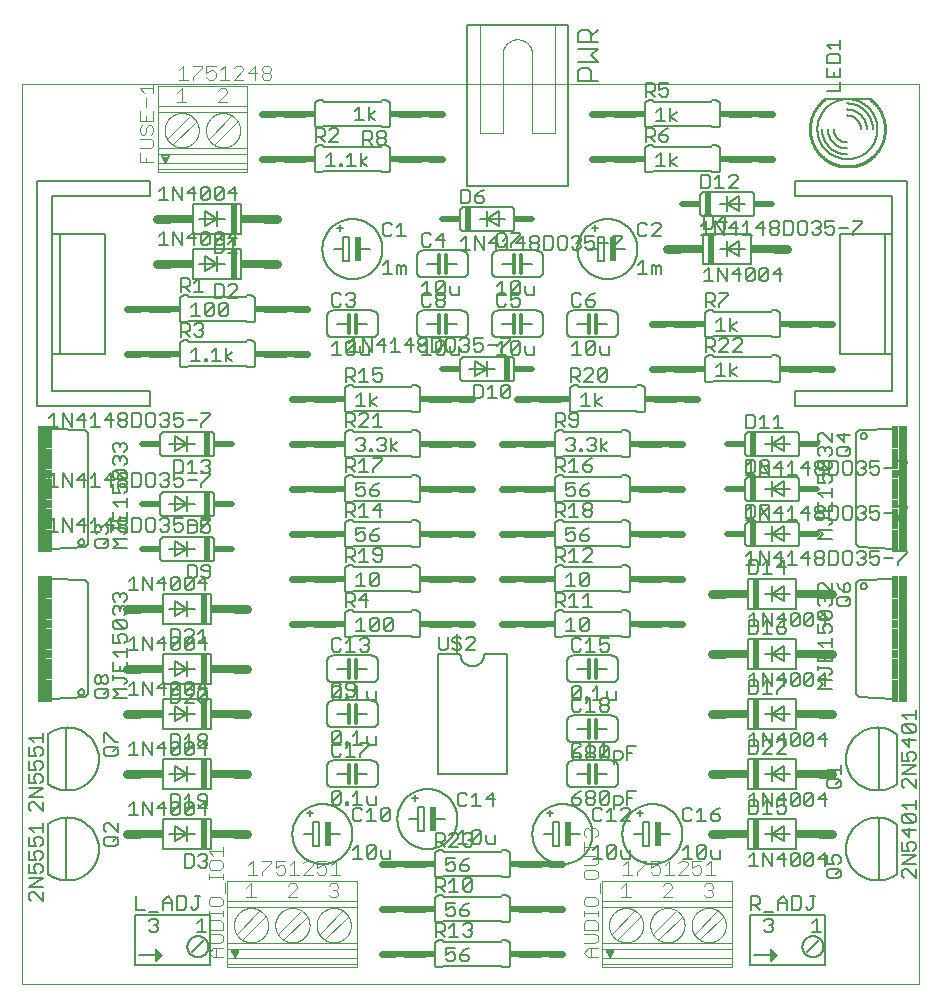
<source format=gto>
G75*
%MOIN*%
%OFA0B0*%
%FSLAX25Y25*%
%IPPOS*%
%LPD*%
%AMOC8*
5,1,8,0,0,1.08239X$1,22.5*
%
%ADD10C,0.00000*%
%ADD11C,0.00400*%
%ADD12C,0.00600*%
%ADD13C,0.00500*%
%ADD14R,0.02000X0.08000*%
%ADD15C,0.01200*%
%ADD16C,0.03000*%
%ADD17R,0.02000X0.10000*%
%ADD18R,0.07500X0.03000*%
%ADD19C,0.02000*%
%ADD20R,0.02500X0.02000*%
%ADD21C,0.00800*%
%ADD22C,0.01000*%
%ADD23C,0.00197*%
%ADD24R,0.03000X0.42000*%
%ADD25R,0.02000X0.07500*%
%ADD26R,0.02000X0.03000*%
%ADD27R,0.02000X0.07000*%
%ADD28C,0.02400*%
%ADD29R,0.03400X0.02400*%
D10*
X0001000Y0001000D02*
X0001000Y0300961D01*
X0299701Y0300961D01*
X0299701Y0001000D01*
X0001000Y0001000D01*
D11*
X0063145Y0011485D02*
X0064680Y0013019D01*
X0067749Y0013019D01*
X0069346Y0012735D02*
X0069346Y0009539D01*
X0069346Y0007811D01*
X0069346Y0006630D01*
X0112654Y0006630D01*
X0112654Y0007811D01*
X0112654Y0009539D01*
X0069346Y0009539D01*
X0067749Y0009950D02*
X0064680Y0009950D01*
X0063145Y0011485D01*
X0065447Y0009950D02*
X0065447Y0013019D01*
X0066982Y0014554D02*
X0063145Y0014554D01*
X0063145Y0017623D02*
X0066982Y0017623D01*
X0067749Y0016856D01*
X0067749Y0015321D01*
X0066982Y0014554D01*
X0069346Y0014637D02*
X0069346Y0012735D01*
X0112654Y0012735D01*
X0112654Y0014637D01*
X0069346Y0014637D01*
X0069346Y0026656D01*
X0112654Y0026656D01*
X0112654Y0028529D01*
X0112654Y0035370D01*
X0069346Y0035370D01*
X0069346Y0028529D01*
X0112654Y0028529D01*
X0112654Y0026656D02*
X0112654Y0014637D01*
X0112654Y0012735D02*
X0112654Y0009539D01*
X0112654Y0007811D02*
X0069346Y0007811D01*
X0071699Y0009750D02*
X0070449Y0012250D01*
X0072949Y0012250D01*
X0071699Y0009750D01*
X0071707Y0009767D02*
X0071690Y0009767D01*
X0071491Y0010166D02*
X0071907Y0010166D01*
X0072106Y0010564D02*
X0071292Y0010564D01*
X0071092Y0010963D02*
X0072305Y0010963D01*
X0072504Y0011361D02*
X0070893Y0011361D01*
X0070694Y0011760D02*
X0072704Y0011760D01*
X0072903Y0012158D02*
X0070495Y0012158D01*
X0074421Y0015858D02*
X0081945Y0023382D01*
X0081969Y0023406D01*
X0080020Y0025354D02*
X0072472Y0017807D01*
X0067749Y0019158D02*
X0067749Y0021460D01*
X0066982Y0022227D01*
X0063912Y0022227D01*
X0063145Y0021460D01*
X0063145Y0019158D01*
X0067749Y0019158D01*
X0067749Y0023762D02*
X0067749Y0025296D01*
X0067749Y0024529D02*
X0063145Y0024529D01*
X0063145Y0023762D02*
X0063145Y0025296D01*
X0063912Y0026831D02*
X0063145Y0027598D01*
X0063145Y0029133D01*
X0063912Y0029900D01*
X0066982Y0029900D01*
X0067749Y0029133D01*
X0067749Y0027598D01*
X0066982Y0026831D01*
X0063912Y0026831D01*
X0069346Y0026656D02*
X0069346Y0028529D01*
X0068516Y0031435D02*
X0068516Y0034504D01*
X0067749Y0036039D02*
X0067749Y0037574D01*
X0067749Y0036806D02*
X0063145Y0036806D01*
X0063145Y0036039D02*
X0063145Y0037574D01*
X0063912Y0039108D02*
X0063145Y0039875D01*
X0063145Y0041410D01*
X0063912Y0042177D01*
X0066982Y0042177D01*
X0067749Y0041410D01*
X0067749Y0039875D01*
X0066982Y0039108D01*
X0063912Y0039108D01*
X0064680Y0043712D02*
X0063145Y0045247D01*
X0067749Y0045247D01*
X0067749Y0046781D02*
X0067749Y0043712D01*
X0076230Y0040519D02*
X0077764Y0042054D01*
X0077764Y0037450D01*
X0076230Y0037450D02*
X0079299Y0037450D01*
X0080833Y0037450D02*
X0080833Y0038217D01*
X0083903Y0041287D01*
X0083903Y0042054D01*
X0080833Y0042054D01*
X0085437Y0042054D02*
X0085437Y0039752D01*
X0086972Y0040519D01*
X0087739Y0040519D01*
X0088507Y0039752D01*
X0088507Y0038217D01*
X0087739Y0037450D01*
X0086205Y0037450D01*
X0085437Y0038217D01*
X0085437Y0042054D02*
X0088507Y0042054D01*
X0090041Y0040519D02*
X0091576Y0042054D01*
X0091576Y0037450D01*
X0090041Y0037450D02*
X0093111Y0037450D01*
X0094645Y0037450D02*
X0097715Y0040519D01*
X0097715Y0041287D01*
X0096947Y0042054D01*
X0095413Y0042054D01*
X0094645Y0041287D01*
X0094645Y0037450D02*
X0097715Y0037450D01*
X0099249Y0038217D02*
X0100016Y0037450D01*
X0101551Y0037450D01*
X0102318Y0038217D01*
X0102318Y0039752D01*
X0101551Y0040519D01*
X0100784Y0040519D01*
X0099249Y0039752D01*
X0099249Y0042054D01*
X0102318Y0042054D01*
X0103853Y0040519D02*
X0105388Y0042054D01*
X0105388Y0037450D01*
X0106922Y0037450D02*
X0103853Y0037450D01*
X0103916Y0034554D02*
X0105451Y0034554D01*
X0106218Y0033787D01*
X0106218Y0033019D01*
X0105451Y0032252D01*
X0106218Y0031485D01*
X0106218Y0030717D01*
X0105451Y0029950D01*
X0103916Y0029950D01*
X0103149Y0030717D01*
X0104683Y0032252D02*
X0105451Y0032252D01*
X0103149Y0033787D02*
X0103916Y0034554D01*
X0107579Y0025354D02*
X0100031Y0017807D01*
X0101980Y0015858D02*
X0109504Y0023382D01*
X0109528Y0023406D01*
X0099071Y0020606D02*
X0099073Y0020757D01*
X0099079Y0020907D01*
X0099089Y0021058D01*
X0099103Y0021208D01*
X0099121Y0021357D01*
X0099142Y0021507D01*
X0099168Y0021655D01*
X0099198Y0021803D01*
X0099231Y0021950D01*
X0099269Y0022096D01*
X0099310Y0022241D01*
X0099355Y0022385D01*
X0099404Y0022527D01*
X0099457Y0022668D01*
X0099513Y0022808D01*
X0099573Y0022946D01*
X0099636Y0023083D01*
X0099704Y0023218D01*
X0099774Y0023351D01*
X0099848Y0023482D01*
X0099926Y0023611D01*
X0100007Y0023738D01*
X0100091Y0023863D01*
X0100179Y0023986D01*
X0100270Y0024106D01*
X0100364Y0024224D01*
X0100461Y0024339D01*
X0100561Y0024452D01*
X0100664Y0024562D01*
X0100770Y0024669D01*
X0100879Y0024774D01*
X0100990Y0024875D01*
X0101104Y0024974D01*
X0101220Y0025069D01*
X0101340Y0025162D01*
X0101461Y0025251D01*
X0101585Y0025337D01*
X0101711Y0025420D01*
X0101839Y0025499D01*
X0101969Y0025575D01*
X0102101Y0025648D01*
X0102235Y0025716D01*
X0102371Y0025782D01*
X0102509Y0025844D01*
X0102648Y0025902D01*
X0102788Y0025956D01*
X0102930Y0026007D01*
X0103073Y0026054D01*
X0103218Y0026097D01*
X0103363Y0026136D01*
X0103510Y0026172D01*
X0103657Y0026203D01*
X0103805Y0026231D01*
X0103954Y0026255D01*
X0104103Y0026275D01*
X0104253Y0026291D01*
X0104403Y0026303D01*
X0104554Y0026311D01*
X0104705Y0026315D01*
X0104855Y0026315D01*
X0105006Y0026311D01*
X0105157Y0026303D01*
X0105307Y0026291D01*
X0105457Y0026275D01*
X0105606Y0026255D01*
X0105755Y0026231D01*
X0105903Y0026203D01*
X0106050Y0026172D01*
X0106197Y0026136D01*
X0106342Y0026097D01*
X0106487Y0026054D01*
X0106630Y0026007D01*
X0106772Y0025956D01*
X0106912Y0025902D01*
X0107051Y0025844D01*
X0107189Y0025782D01*
X0107325Y0025716D01*
X0107459Y0025648D01*
X0107591Y0025575D01*
X0107721Y0025499D01*
X0107849Y0025420D01*
X0107975Y0025337D01*
X0108099Y0025251D01*
X0108220Y0025162D01*
X0108340Y0025069D01*
X0108456Y0024974D01*
X0108570Y0024875D01*
X0108681Y0024774D01*
X0108790Y0024669D01*
X0108896Y0024562D01*
X0108999Y0024452D01*
X0109099Y0024339D01*
X0109196Y0024224D01*
X0109290Y0024106D01*
X0109381Y0023986D01*
X0109469Y0023863D01*
X0109553Y0023738D01*
X0109634Y0023611D01*
X0109712Y0023482D01*
X0109786Y0023351D01*
X0109856Y0023218D01*
X0109924Y0023083D01*
X0109987Y0022946D01*
X0110047Y0022808D01*
X0110103Y0022668D01*
X0110156Y0022527D01*
X0110205Y0022385D01*
X0110250Y0022241D01*
X0110291Y0022096D01*
X0110329Y0021950D01*
X0110362Y0021803D01*
X0110392Y0021655D01*
X0110418Y0021507D01*
X0110439Y0021357D01*
X0110457Y0021208D01*
X0110471Y0021058D01*
X0110481Y0020907D01*
X0110487Y0020757D01*
X0110489Y0020606D01*
X0110487Y0020455D01*
X0110481Y0020305D01*
X0110471Y0020154D01*
X0110457Y0020004D01*
X0110439Y0019855D01*
X0110418Y0019705D01*
X0110392Y0019557D01*
X0110362Y0019409D01*
X0110329Y0019262D01*
X0110291Y0019116D01*
X0110250Y0018971D01*
X0110205Y0018827D01*
X0110156Y0018685D01*
X0110103Y0018544D01*
X0110047Y0018404D01*
X0109987Y0018266D01*
X0109924Y0018129D01*
X0109856Y0017994D01*
X0109786Y0017861D01*
X0109712Y0017730D01*
X0109634Y0017601D01*
X0109553Y0017474D01*
X0109469Y0017349D01*
X0109381Y0017226D01*
X0109290Y0017106D01*
X0109196Y0016988D01*
X0109099Y0016873D01*
X0108999Y0016760D01*
X0108896Y0016650D01*
X0108790Y0016543D01*
X0108681Y0016438D01*
X0108570Y0016337D01*
X0108456Y0016238D01*
X0108340Y0016143D01*
X0108220Y0016050D01*
X0108099Y0015961D01*
X0107975Y0015875D01*
X0107849Y0015792D01*
X0107721Y0015713D01*
X0107591Y0015637D01*
X0107459Y0015564D01*
X0107325Y0015496D01*
X0107189Y0015430D01*
X0107051Y0015368D01*
X0106912Y0015310D01*
X0106772Y0015256D01*
X0106630Y0015205D01*
X0106487Y0015158D01*
X0106342Y0015115D01*
X0106197Y0015076D01*
X0106050Y0015040D01*
X0105903Y0015009D01*
X0105755Y0014981D01*
X0105606Y0014957D01*
X0105457Y0014937D01*
X0105307Y0014921D01*
X0105157Y0014909D01*
X0105006Y0014901D01*
X0104855Y0014897D01*
X0104705Y0014897D01*
X0104554Y0014901D01*
X0104403Y0014909D01*
X0104253Y0014921D01*
X0104103Y0014937D01*
X0103954Y0014957D01*
X0103805Y0014981D01*
X0103657Y0015009D01*
X0103510Y0015040D01*
X0103363Y0015076D01*
X0103218Y0015115D01*
X0103073Y0015158D01*
X0102930Y0015205D01*
X0102788Y0015256D01*
X0102648Y0015310D01*
X0102509Y0015368D01*
X0102371Y0015430D01*
X0102235Y0015496D01*
X0102101Y0015564D01*
X0101969Y0015637D01*
X0101839Y0015713D01*
X0101711Y0015792D01*
X0101585Y0015875D01*
X0101461Y0015961D01*
X0101340Y0016050D01*
X0101220Y0016143D01*
X0101104Y0016238D01*
X0100990Y0016337D01*
X0100879Y0016438D01*
X0100770Y0016543D01*
X0100664Y0016650D01*
X0100561Y0016760D01*
X0100461Y0016873D01*
X0100364Y0016988D01*
X0100270Y0017106D01*
X0100179Y0017226D01*
X0100091Y0017349D01*
X0100007Y0017474D01*
X0099926Y0017601D01*
X0099848Y0017730D01*
X0099774Y0017861D01*
X0099704Y0017994D01*
X0099636Y0018129D01*
X0099573Y0018266D01*
X0099513Y0018404D01*
X0099457Y0018544D01*
X0099404Y0018685D01*
X0099355Y0018827D01*
X0099310Y0018971D01*
X0099269Y0019116D01*
X0099231Y0019262D01*
X0099198Y0019409D01*
X0099168Y0019557D01*
X0099142Y0019705D01*
X0099121Y0019855D01*
X0099103Y0020004D01*
X0099089Y0020154D01*
X0099079Y0020305D01*
X0099073Y0020455D01*
X0099071Y0020606D01*
X0095748Y0023406D02*
X0095724Y0023382D01*
X0088201Y0015858D01*
X0086252Y0017807D02*
X0093799Y0025354D01*
X0085291Y0020606D02*
X0085293Y0020757D01*
X0085299Y0020907D01*
X0085309Y0021058D01*
X0085323Y0021208D01*
X0085341Y0021357D01*
X0085362Y0021507D01*
X0085388Y0021655D01*
X0085418Y0021803D01*
X0085451Y0021950D01*
X0085489Y0022096D01*
X0085530Y0022241D01*
X0085575Y0022385D01*
X0085624Y0022527D01*
X0085677Y0022668D01*
X0085733Y0022808D01*
X0085793Y0022946D01*
X0085856Y0023083D01*
X0085924Y0023218D01*
X0085994Y0023351D01*
X0086068Y0023482D01*
X0086146Y0023611D01*
X0086227Y0023738D01*
X0086311Y0023863D01*
X0086399Y0023986D01*
X0086490Y0024106D01*
X0086584Y0024224D01*
X0086681Y0024339D01*
X0086781Y0024452D01*
X0086884Y0024562D01*
X0086990Y0024669D01*
X0087099Y0024774D01*
X0087210Y0024875D01*
X0087324Y0024974D01*
X0087440Y0025069D01*
X0087560Y0025162D01*
X0087681Y0025251D01*
X0087805Y0025337D01*
X0087931Y0025420D01*
X0088059Y0025499D01*
X0088189Y0025575D01*
X0088321Y0025648D01*
X0088455Y0025716D01*
X0088591Y0025782D01*
X0088729Y0025844D01*
X0088868Y0025902D01*
X0089008Y0025956D01*
X0089150Y0026007D01*
X0089293Y0026054D01*
X0089438Y0026097D01*
X0089583Y0026136D01*
X0089730Y0026172D01*
X0089877Y0026203D01*
X0090025Y0026231D01*
X0090174Y0026255D01*
X0090323Y0026275D01*
X0090473Y0026291D01*
X0090623Y0026303D01*
X0090774Y0026311D01*
X0090925Y0026315D01*
X0091075Y0026315D01*
X0091226Y0026311D01*
X0091377Y0026303D01*
X0091527Y0026291D01*
X0091677Y0026275D01*
X0091826Y0026255D01*
X0091975Y0026231D01*
X0092123Y0026203D01*
X0092270Y0026172D01*
X0092417Y0026136D01*
X0092562Y0026097D01*
X0092707Y0026054D01*
X0092850Y0026007D01*
X0092992Y0025956D01*
X0093132Y0025902D01*
X0093271Y0025844D01*
X0093409Y0025782D01*
X0093545Y0025716D01*
X0093679Y0025648D01*
X0093811Y0025575D01*
X0093941Y0025499D01*
X0094069Y0025420D01*
X0094195Y0025337D01*
X0094319Y0025251D01*
X0094440Y0025162D01*
X0094560Y0025069D01*
X0094676Y0024974D01*
X0094790Y0024875D01*
X0094901Y0024774D01*
X0095010Y0024669D01*
X0095116Y0024562D01*
X0095219Y0024452D01*
X0095319Y0024339D01*
X0095416Y0024224D01*
X0095510Y0024106D01*
X0095601Y0023986D01*
X0095689Y0023863D01*
X0095773Y0023738D01*
X0095854Y0023611D01*
X0095932Y0023482D01*
X0096006Y0023351D01*
X0096076Y0023218D01*
X0096144Y0023083D01*
X0096207Y0022946D01*
X0096267Y0022808D01*
X0096323Y0022668D01*
X0096376Y0022527D01*
X0096425Y0022385D01*
X0096470Y0022241D01*
X0096511Y0022096D01*
X0096549Y0021950D01*
X0096582Y0021803D01*
X0096612Y0021655D01*
X0096638Y0021507D01*
X0096659Y0021357D01*
X0096677Y0021208D01*
X0096691Y0021058D01*
X0096701Y0020907D01*
X0096707Y0020757D01*
X0096709Y0020606D01*
X0096707Y0020455D01*
X0096701Y0020305D01*
X0096691Y0020154D01*
X0096677Y0020004D01*
X0096659Y0019855D01*
X0096638Y0019705D01*
X0096612Y0019557D01*
X0096582Y0019409D01*
X0096549Y0019262D01*
X0096511Y0019116D01*
X0096470Y0018971D01*
X0096425Y0018827D01*
X0096376Y0018685D01*
X0096323Y0018544D01*
X0096267Y0018404D01*
X0096207Y0018266D01*
X0096144Y0018129D01*
X0096076Y0017994D01*
X0096006Y0017861D01*
X0095932Y0017730D01*
X0095854Y0017601D01*
X0095773Y0017474D01*
X0095689Y0017349D01*
X0095601Y0017226D01*
X0095510Y0017106D01*
X0095416Y0016988D01*
X0095319Y0016873D01*
X0095219Y0016760D01*
X0095116Y0016650D01*
X0095010Y0016543D01*
X0094901Y0016438D01*
X0094790Y0016337D01*
X0094676Y0016238D01*
X0094560Y0016143D01*
X0094440Y0016050D01*
X0094319Y0015961D01*
X0094195Y0015875D01*
X0094069Y0015792D01*
X0093941Y0015713D01*
X0093811Y0015637D01*
X0093679Y0015564D01*
X0093545Y0015496D01*
X0093409Y0015430D01*
X0093271Y0015368D01*
X0093132Y0015310D01*
X0092992Y0015256D01*
X0092850Y0015205D01*
X0092707Y0015158D01*
X0092562Y0015115D01*
X0092417Y0015076D01*
X0092270Y0015040D01*
X0092123Y0015009D01*
X0091975Y0014981D01*
X0091826Y0014957D01*
X0091677Y0014937D01*
X0091527Y0014921D01*
X0091377Y0014909D01*
X0091226Y0014901D01*
X0091075Y0014897D01*
X0090925Y0014897D01*
X0090774Y0014901D01*
X0090623Y0014909D01*
X0090473Y0014921D01*
X0090323Y0014937D01*
X0090174Y0014957D01*
X0090025Y0014981D01*
X0089877Y0015009D01*
X0089730Y0015040D01*
X0089583Y0015076D01*
X0089438Y0015115D01*
X0089293Y0015158D01*
X0089150Y0015205D01*
X0089008Y0015256D01*
X0088868Y0015310D01*
X0088729Y0015368D01*
X0088591Y0015430D01*
X0088455Y0015496D01*
X0088321Y0015564D01*
X0088189Y0015637D01*
X0088059Y0015713D01*
X0087931Y0015792D01*
X0087805Y0015875D01*
X0087681Y0015961D01*
X0087560Y0016050D01*
X0087440Y0016143D01*
X0087324Y0016238D01*
X0087210Y0016337D01*
X0087099Y0016438D01*
X0086990Y0016543D01*
X0086884Y0016650D01*
X0086781Y0016760D01*
X0086681Y0016873D01*
X0086584Y0016988D01*
X0086490Y0017106D01*
X0086399Y0017226D01*
X0086311Y0017349D01*
X0086227Y0017474D01*
X0086146Y0017601D01*
X0086068Y0017730D01*
X0085994Y0017861D01*
X0085924Y0017994D01*
X0085856Y0018129D01*
X0085793Y0018266D01*
X0085733Y0018404D01*
X0085677Y0018544D01*
X0085624Y0018685D01*
X0085575Y0018827D01*
X0085530Y0018971D01*
X0085489Y0019116D01*
X0085451Y0019262D01*
X0085418Y0019409D01*
X0085388Y0019557D01*
X0085362Y0019705D01*
X0085341Y0019855D01*
X0085323Y0020004D01*
X0085309Y0020154D01*
X0085299Y0020305D01*
X0085293Y0020455D01*
X0085291Y0020606D01*
X0071511Y0020606D02*
X0071513Y0020757D01*
X0071519Y0020907D01*
X0071529Y0021058D01*
X0071543Y0021208D01*
X0071561Y0021357D01*
X0071582Y0021507D01*
X0071608Y0021655D01*
X0071638Y0021803D01*
X0071671Y0021950D01*
X0071709Y0022096D01*
X0071750Y0022241D01*
X0071795Y0022385D01*
X0071844Y0022527D01*
X0071897Y0022668D01*
X0071953Y0022808D01*
X0072013Y0022946D01*
X0072076Y0023083D01*
X0072144Y0023218D01*
X0072214Y0023351D01*
X0072288Y0023482D01*
X0072366Y0023611D01*
X0072447Y0023738D01*
X0072531Y0023863D01*
X0072619Y0023986D01*
X0072710Y0024106D01*
X0072804Y0024224D01*
X0072901Y0024339D01*
X0073001Y0024452D01*
X0073104Y0024562D01*
X0073210Y0024669D01*
X0073319Y0024774D01*
X0073430Y0024875D01*
X0073544Y0024974D01*
X0073660Y0025069D01*
X0073780Y0025162D01*
X0073901Y0025251D01*
X0074025Y0025337D01*
X0074151Y0025420D01*
X0074279Y0025499D01*
X0074409Y0025575D01*
X0074541Y0025648D01*
X0074675Y0025716D01*
X0074811Y0025782D01*
X0074949Y0025844D01*
X0075088Y0025902D01*
X0075228Y0025956D01*
X0075370Y0026007D01*
X0075513Y0026054D01*
X0075658Y0026097D01*
X0075803Y0026136D01*
X0075950Y0026172D01*
X0076097Y0026203D01*
X0076245Y0026231D01*
X0076394Y0026255D01*
X0076543Y0026275D01*
X0076693Y0026291D01*
X0076843Y0026303D01*
X0076994Y0026311D01*
X0077145Y0026315D01*
X0077295Y0026315D01*
X0077446Y0026311D01*
X0077597Y0026303D01*
X0077747Y0026291D01*
X0077897Y0026275D01*
X0078046Y0026255D01*
X0078195Y0026231D01*
X0078343Y0026203D01*
X0078490Y0026172D01*
X0078637Y0026136D01*
X0078782Y0026097D01*
X0078927Y0026054D01*
X0079070Y0026007D01*
X0079212Y0025956D01*
X0079352Y0025902D01*
X0079491Y0025844D01*
X0079629Y0025782D01*
X0079765Y0025716D01*
X0079899Y0025648D01*
X0080031Y0025575D01*
X0080161Y0025499D01*
X0080289Y0025420D01*
X0080415Y0025337D01*
X0080539Y0025251D01*
X0080660Y0025162D01*
X0080780Y0025069D01*
X0080896Y0024974D01*
X0081010Y0024875D01*
X0081121Y0024774D01*
X0081230Y0024669D01*
X0081336Y0024562D01*
X0081439Y0024452D01*
X0081539Y0024339D01*
X0081636Y0024224D01*
X0081730Y0024106D01*
X0081821Y0023986D01*
X0081909Y0023863D01*
X0081993Y0023738D01*
X0082074Y0023611D01*
X0082152Y0023482D01*
X0082226Y0023351D01*
X0082296Y0023218D01*
X0082364Y0023083D01*
X0082427Y0022946D01*
X0082487Y0022808D01*
X0082543Y0022668D01*
X0082596Y0022527D01*
X0082645Y0022385D01*
X0082690Y0022241D01*
X0082731Y0022096D01*
X0082769Y0021950D01*
X0082802Y0021803D01*
X0082832Y0021655D01*
X0082858Y0021507D01*
X0082879Y0021357D01*
X0082897Y0021208D01*
X0082911Y0021058D01*
X0082921Y0020907D01*
X0082927Y0020757D01*
X0082929Y0020606D01*
X0082927Y0020455D01*
X0082921Y0020305D01*
X0082911Y0020154D01*
X0082897Y0020004D01*
X0082879Y0019855D01*
X0082858Y0019705D01*
X0082832Y0019557D01*
X0082802Y0019409D01*
X0082769Y0019262D01*
X0082731Y0019116D01*
X0082690Y0018971D01*
X0082645Y0018827D01*
X0082596Y0018685D01*
X0082543Y0018544D01*
X0082487Y0018404D01*
X0082427Y0018266D01*
X0082364Y0018129D01*
X0082296Y0017994D01*
X0082226Y0017861D01*
X0082152Y0017730D01*
X0082074Y0017601D01*
X0081993Y0017474D01*
X0081909Y0017349D01*
X0081821Y0017226D01*
X0081730Y0017106D01*
X0081636Y0016988D01*
X0081539Y0016873D01*
X0081439Y0016760D01*
X0081336Y0016650D01*
X0081230Y0016543D01*
X0081121Y0016438D01*
X0081010Y0016337D01*
X0080896Y0016238D01*
X0080780Y0016143D01*
X0080660Y0016050D01*
X0080539Y0015961D01*
X0080415Y0015875D01*
X0080289Y0015792D01*
X0080161Y0015713D01*
X0080031Y0015637D01*
X0079899Y0015564D01*
X0079765Y0015496D01*
X0079629Y0015430D01*
X0079491Y0015368D01*
X0079352Y0015310D01*
X0079212Y0015256D01*
X0079070Y0015205D01*
X0078927Y0015158D01*
X0078782Y0015115D01*
X0078637Y0015076D01*
X0078490Y0015040D01*
X0078343Y0015009D01*
X0078195Y0014981D01*
X0078046Y0014957D01*
X0077897Y0014937D01*
X0077747Y0014921D01*
X0077597Y0014909D01*
X0077446Y0014901D01*
X0077295Y0014897D01*
X0077145Y0014897D01*
X0076994Y0014901D01*
X0076843Y0014909D01*
X0076693Y0014921D01*
X0076543Y0014937D01*
X0076394Y0014957D01*
X0076245Y0014981D01*
X0076097Y0015009D01*
X0075950Y0015040D01*
X0075803Y0015076D01*
X0075658Y0015115D01*
X0075513Y0015158D01*
X0075370Y0015205D01*
X0075228Y0015256D01*
X0075088Y0015310D01*
X0074949Y0015368D01*
X0074811Y0015430D01*
X0074675Y0015496D01*
X0074541Y0015564D01*
X0074409Y0015637D01*
X0074279Y0015713D01*
X0074151Y0015792D01*
X0074025Y0015875D01*
X0073901Y0015961D01*
X0073780Y0016050D01*
X0073660Y0016143D01*
X0073544Y0016238D01*
X0073430Y0016337D01*
X0073319Y0016438D01*
X0073210Y0016543D01*
X0073104Y0016650D01*
X0073001Y0016760D01*
X0072901Y0016873D01*
X0072804Y0016988D01*
X0072710Y0017106D01*
X0072619Y0017226D01*
X0072531Y0017349D01*
X0072447Y0017474D01*
X0072366Y0017601D01*
X0072288Y0017730D01*
X0072214Y0017861D01*
X0072144Y0017994D01*
X0072076Y0018129D01*
X0072013Y0018266D01*
X0071953Y0018404D01*
X0071897Y0018544D01*
X0071844Y0018685D01*
X0071795Y0018827D01*
X0071750Y0018971D01*
X0071709Y0019116D01*
X0071671Y0019262D01*
X0071638Y0019409D01*
X0071608Y0019557D01*
X0071582Y0019705D01*
X0071561Y0019855D01*
X0071543Y0020004D01*
X0071529Y0020154D01*
X0071519Y0020305D01*
X0071513Y0020455D01*
X0071511Y0020606D01*
X0075649Y0029950D02*
X0078718Y0029950D01*
X0077183Y0029950D02*
X0077183Y0034554D01*
X0075649Y0033019D01*
X0089399Y0033787D02*
X0090166Y0034554D01*
X0091701Y0034554D01*
X0092468Y0033787D01*
X0092468Y0033019D01*
X0089399Y0029950D01*
X0092468Y0029950D01*
X0188145Y0029133D02*
X0188912Y0029900D01*
X0191982Y0029900D01*
X0192749Y0029133D01*
X0192749Y0027598D01*
X0191982Y0026831D01*
X0188912Y0026831D01*
X0188145Y0027598D01*
X0188145Y0029133D01*
X0188145Y0025296D02*
X0188145Y0023762D01*
X0188145Y0024529D02*
X0192749Y0024529D01*
X0192749Y0023762D02*
X0192749Y0025296D01*
X0194346Y0026656D02*
X0237654Y0026656D01*
X0237654Y0028529D01*
X0237654Y0035370D01*
X0194346Y0035370D01*
X0194346Y0028529D01*
X0237654Y0028529D01*
X0237654Y0026656D02*
X0237654Y0014637D01*
X0194346Y0014637D01*
X0194346Y0012735D01*
X0194346Y0009539D01*
X0194346Y0007811D01*
X0194346Y0006630D01*
X0237654Y0006630D01*
X0237654Y0007811D01*
X0237654Y0009539D01*
X0194346Y0009539D01*
X0192749Y0009950D02*
X0189680Y0009950D01*
X0188145Y0011485D01*
X0189680Y0013019D01*
X0192749Y0013019D01*
X0194346Y0012735D02*
X0237654Y0012735D01*
X0237654Y0014637D01*
X0237654Y0012735D02*
X0237654Y0009539D01*
X0237654Y0007811D02*
X0194346Y0007811D01*
X0196699Y0009750D02*
X0195449Y0012250D01*
X0197949Y0012250D01*
X0196699Y0009750D01*
X0196707Y0009767D02*
X0196690Y0009767D01*
X0196491Y0010166D02*
X0196907Y0010166D01*
X0197106Y0010564D02*
X0196292Y0010564D01*
X0196092Y0010963D02*
X0197305Y0010963D01*
X0197504Y0011361D02*
X0195893Y0011361D01*
X0195694Y0011760D02*
X0197704Y0011760D01*
X0197903Y0012158D02*
X0195495Y0012158D01*
X0194346Y0014637D02*
X0194346Y0026656D01*
X0194346Y0028529D01*
X0193516Y0031435D02*
X0193516Y0034504D01*
X0191982Y0036039D02*
X0192749Y0036806D01*
X0192749Y0038341D01*
X0191982Y0039108D01*
X0188912Y0039108D01*
X0188145Y0038341D01*
X0188145Y0036806D01*
X0188912Y0036039D01*
X0191982Y0036039D01*
X0191982Y0040643D02*
X0188145Y0040643D01*
X0188145Y0043712D02*
X0191982Y0043712D01*
X0192749Y0042945D01*
X0192749Y0041410D01*
X0191982Y0040643D01*
X0188145Y0045247D02*
X0188145Y0048316D01*
X0188145Y0046781D02*
X0192749Y0046781D01*
X0191982Y0049851D02*
X0192749Y0050618D01*
X0192749Y0052153D01*
X0191982Y0052920D01*
X0191214Y0052920D01*
X0190447Y0052153D01*
X0190447Y0051385D01*
X0190447Y0052153D02*
X0189680Y0052920D01*
X0188912Y0052920D01*
X0188145Y0052153D01*
X0188145Y0050618D01*
X0188912Y0049851D01*
X0201230Y0040519D02*
X0202764Y0042054D01*
X0202764Y0037450D01*
X0201230Y0037450D02*
X0204299Y0037450D01*
X0205833Y0037450D02*
X0205833Y0038217D01*
X0208903Y0041287D01*
X0208903Y0042054D01*
X0205833Y0042054D01*
X0210437Y0042054D02*
X0210437Y0039752D01*
X0211972Y0040519D01*
X0212739Y0040519D01*
X0213507Y0039752D01*
X0213507Y0038217D01*
X0212739Y0037450D01*
X0211205Y0037450D01*
X0210437Y0038217D01*
X0210437Y0042054D02*
X0213507Y0042054D01*
X0215041Y0040519D02*
X0216576Y0042054D01*
X0216576Y0037450D01*
X0215041Y0037450D02*
X0218111Y0037450D01*
X0219645Y0037450D02*
X0222715Y0040519D01*
X0222715Y0041287D01*
X0221947Y0042054D01*
X0220413Y0042054D01*
X0219645Y0041287D01*
X0219645Y0037450D02*
X0222715Y0037450D01*
X0224249Y0038217D02*
X0225016Y0037450D01*
X0226551Y0037450D01*
X0227318Y0038217D01*
X0227318Y0039752D01*
X0226551Y0040519D01*
X0225784Y0040519D01*
X0224249Y0039752D01*
X0224249Y0042054D01*
X0227318Y0042054D01*
X0228853Y0040519D02*
X0230388Y0042054D01*
X0230388Y0037450D01*
X0231922Y0037450D02*
X0228853Y0037450D01*
X0228916Y0034554D02*
X0230451Y0034554D01*
X0231218Y0033787D01*
X0231218Y0033019D01*
X0230451Y0032252D01*
X0231218Y0031485D01*
X0231218Y0030717D01*
X0230451Y0029950D01*
X0228916Y0029950D01*
X0228149Y0030717D01*
X0229683Y0032252D02*
X0230451Y0032252D01*
X0228149Y0033787D02*
X0228916Y0034554D01*
X0232579Y0025354D02*
X0225031Y0017807D01*
X0226980Y0015858D02*
X0234504Y0023382D01*
X0234528Y0023406D01*
X0224071Y0020606D02*
X0224073Y0020757D01*
X0224079Y0020907D01*
X0224089Y0021058D01*
X0224103Y0021208D01*
X0224121Y0021357D01*
X0224142Y0021507D01*
X0224168Y0021655D01*
X0224198Y0021803D01*
X0224231Y0021950D01*
X0224269Y0022096D01*
X0224310Y0022241D01*
X0224355Y0022385D01*
X0224404Y0022527D01*
X0224457Y0022668D01*
X0224513Y0022808D01*
X0224573Y0022946D01*
X0224636Y0023083D01*
X0224704Y0023218D01*
X0224774Y0023351D01*
X0224848Y0023482D01*
X0224926Y0023611D01*
X0225007Y0023738D01*
X0225091Y0023863D01*
X0225179Y0023986D01*
X0225270Y0024106D01*
X0225364Y0024224D01*
X0225461Y0024339D01*
X0225561Y0024452D01*
X0225664Y0024562D01*
X0225770Y0024669D01*
X0225879Y0024774D01*
X0225990Y0024875D01*
X0226104Y0024974D01*
X0226220Y0025069D01*
X0226340Y0025162D01*
X0226461Y0025251D01*
X0226585Y0025337D01*
X0226711Y0025420D01*
X0226839Y0025499D01*
X0226969Y0025575D01*
X0227101Y0025648D01*
X0227235Y0025716D01*
X0227371Y0025782D01*
X0227509Y0025844D01*
X0227648Y0025902D01*
X0227788Y0025956D01*
X0227930Y0026007D01*
X0228073Y0026054D01*
X0228218Y0026097D01*
X0228363Y0026136D01*
X0228510Y0026172D01*
X0228657Y0026203D01*
X0228805Y0026231D01*
X0228954Y0026255D01*
X0229103Y0026275D01*
X0229253Y0026291D01*
X0229403Y0026303D01*
X0229554Y0026311D01*
X0229705Y0026315D01*
X0229855Y0026315D01*
X0230006Y0026311D01*
X0230157Y0026303D01*
X0230307Y0026291D01*
X0230457Y0026275D01*
X0230606Y0026255D01*
X0230755Y0026231D01*
X0230903Y0026203D01*
X0231050Y0026172D01*
X0231197Y0026136D01*
X0231342Y0026097D01*
X0231487Y0026054D01*
X0231630Y0026007D01*
X0231772Y0025956D01*
X0231912Y0025902D01*
X0232051Y0025844D01*
X0232189Y0025782D01*
X0232325Y0025716D01*
X0232459Y0025648D01*
X0232591Y0025575D01*
X0232721Y0025499D01*
X0232849Y0025420D01*
X0232975Y0025337D01*
X0233099Y0025251D01*
X0233220Y0025162D01*
X0233340Y0025069D01*
X0233456Y0024974D01*
X0233570Y0024875D01*
X0233681Y0024774D01*
X0233790Y0024669D01*
X0233896Y0024562D01*
X0233999Y0024452D01*
X0234099Y0024339D01*
X0234196Y0024224D01*
X0234290Y0024106D01*
X0234381Y0023986D01*
X0234469Y0023863D01*
X0234553Y0023738D01*
X0234634Y0023611D01*
X0234712Y0023482D01*
X0234786Y0023351D01*
X0234856Y0023218D01*
X0234924Y0023083D01*
X0234987Y0022946D01*
X0235047Y0022808D01*
X0235103Y0022668D01*
X0235156Y0022527D01*
X0235205Y0022385D01*
X0235250Y0022241D01*
X0235291Y0022096D01*
X0235329Y0021950D01*
X0235362Y0021803D01*
X0235392Y0021655D01*
X0235418Y0021507D01*
X0235439Y0021357D01*
X0235457Y0021208D01*
X0235471Y0021058D01*
X0235481Y0020907D01*
X0235487Y0020757D01*
X0235489Y0020606D01*
X0235487Y0020455D01*
X0235481Y0020305D01*
X0235471Y0020154D01*
X0235457Y0020004D01*
X0235439Y0019855D01*
X0235418Y0019705D01*
X0235392Y0019557D01*
X0235362Y0019409D01*
X0235329Y0019262D01*
X0235291Y0019116D01*
X0235250Y0018971D01*
X0235205Y0018827D01*
X0235156Y0018685D01*
X0235103Y0018544D01*
X0235047Y0018404D01*
X0234987Y0018266D01*
X0234924Y0018129D01*
X0234856Y0017994D01*
X0234786Y0017861D01*
X0234712Y0017730D01*
X0234634Y0017601D01*
X0234553Y0017474D01*
X0234469Y0017349D01*
X0234381Y0017226D01*
X0234290Y0017106D01*
X0234196Y0016988D01*
X0234099Y0016873D01*
X0233999Y0016760D01*
X0233896Y0016650D01*
X0233790Y0016543D01*
X0233681Y0016438D01*
X0233570Y0016337D01*
X0233456Y0016238D01*
X0233340Y0016143D01*
X0233220Y0016050D01*
X0233099Y0015961D01*
X0232975Y0015875D01*
X0232849Y0015792D01*
X0232721Y0015713D01*
X0232591Y0015637D01*
X0232459Y0015564D01*
X0232325Y0015496D01*
X0232189Y0015430D01*
X0232051Y0015368D01*
X0231912Y0015310D01*
X0231772Y0015256D01*
X0231630Y0015205D01*
X0231487Y0015158D01*
X0231342Y0015115D01*
X0231197Y0015076D01*
X0231050Y0015040D01*
X0230903Y0015009D01*
X0230755Y0014981D01*
X0230606Y0014957D01*
X0230457Y0014937D01*
X0230307Y0014921D01*
X0230157Y0014909D01*
X0230006Y0014901D01*
X0229855Y0014897D01*
X0229705Y0014897D01*
X0229554Y0014901D01*
X0229403Y0014909D01*
X0229253Y0014921D01*
X0229103Y0014937D01*
X0228954Y0014957D01*
X0228805Y0014981D01*
X0228657Y0015009D01*
X0228510Y0015040D01*
X0228363Y0015076D01*
X0228218Y0015115D01*
X0228073Y0015158D01*
X0227930Y0015205D01*
X0227788Y0015256D01*
X0227648Y0015310D01*
X0227509Y0015368D01*
X0227371Y0015430D01*
X0227235Y0015496D01*
X0227101Y0015564D01*
X0226969Y0015637D01*
X0226839Y0015713D01*
X0226711Y0015792D01*
X0226585Y0015875D01*
X0226461Y0015961D01*
X0226340Y0016050D01*
X0226220Y0016143D01*
X0226104Y0016238D01*
X0225990Y0016337D01*
X0225879Y0016438D01*
X0225770Y0016543D01*
X0225664Y0016650D01*
X0225561Y0016760D01*
X0225461Y0016873D01*
X0225364Y0016988D01*
X0225270Y0017106D01*
X0225179Y0017226D01*
X0225091Y0017349D01*
X0225007Y0017474D01*
X0224926Y0017601D01*
X0224848Y0017730D01*
X0224774Y0017861D01*
X0224704Y0017994D01*
X0224636Y0018129D01*
X0224573Y0018266D01*
X0224513Y0018404D01*
X0224457Y0018544D01*
X0224404Y0018685D01*
X0224355Y0018827D01*
X0224310Y0018971D01*
X0224269Y0019116D01*
X0224231Y0019262D01*
X0224198Y0019409D01*
X0224168Y0019557D01*
X0224142Y0019705D01*
X0224121Y0019855D01*
X0224103Y0020004D01*
X0224089Y0020154D01*
X0224079Y0020305D01*
X0224073Y0020455D01*
X0224071Y0020606D01*
X0220748Y0023406D02*
X0220724Y0023382D01*
X0213201Y0015858D01*
X0211252Y0017807D02*
X0218799Y0025354D01*
X0210291Y0020606D02*
X0210293Y0020757D01*
X0210299Y0020907D01*
X0210309Y0021058D01*
X0210323Y0021208D01*
X0210341Y0021357D01*
X0210362Y0021507D01*
X0210388Y0021655D01*
X0210418Y0021803D01*
X0210451Y0021950D01*
X0210489Y0022096D01*
X0210530Y0022241D01*
X0210575Y0022385D01*
X0210624Y0022527D01*
X0210677Y0022668D01*
X0210733Y0022808D01*
X0210793Y0022946D01*
X0210856Y0023083D01*
X0210924Y0023218D01*
X0210994Y0023351D01*
X0211068Y0023482D01*
X0211146Y0023611D01*
X0211227Y0023738D01*
X0211311Y0023863D01*
X0211399Y0023986D01*
X0211490Y0024106D01*
X0211584Y0024224D01*
X0211681Y0024339D01*
X0211781Y0024452D01*
X0211884Y0024562D01*
X0211990Y0024669D01*
X0212099Y0024774D01*
X0212210Y0024875D01*
X0212324Y0024974D01*
X0212440Y0025069D01*
X0212560Y0025162D01*
X0212681Y0025251D01*
X0212805Y0025337D01*
X0212931Y0025420D01*
X0213059Y0025499D01*
X0213189Y0025575D01*
X0213321Y0025648D01*
X0213455Y0025716D01*
X0213591Y0025782D01*
X0213729Y0025844D01*
X0213868Y0025902D01*
X0214008Y0025956D01*
X0214150Y0026007D01*
X0214293Y0026054D01*
X0214438Y0026097D01*
X0214583Y0026136D01*
X0214730Y0026172D01*
X0214877Y0026203D01*
X0215025Y0026231D01*
X0215174Y0026255D01*
X0215323Y0026275D01*
X0215473Y0026291D01*
X0215623Y0026303D01*
X0215774Y0026311D01*
X0215925Y0026315D01*
X0216075Y0026315D01*
X0216226Y0026311D01*
X0216377Y0026303D01*
X0216527Y0026291D01*
X0216677Y0026275D01*
X0216826Y0026255D01*
X0216975Y0026231D01*
X0217123Y0026203D01*
X0217270Y0026172D01*
X0217417Y0026136D01*
X0217562Y0026097D01*
X0217707Y0026054D01*
X0217850Y0026007D01*
X0217992Y0025956D01*
X0218132Y0025902D01*
X0218271Y0025844D01*
X0218409Y0025782D01*
X0218545Y0025716D01*
X0218679Y0025648D01*
X0218811Y0025575D01*
X0218941Y0025499D01*
X0219069Y0025420D01*
X0219195Y0025337D01*
X0219319Y0025251D01*
X0219440Y0025162D01*
X0219560Y0025069D01*
X0219676Y0024974D01*
X0219790Y0024875D01*
X0219901Y0024774D01*
X0220010Y0024669D01*
X0220116Y0024562D01*
X0220219Y0024452D01*
X0220319Y0024339D01*
X0220416Y0024224D01*
X0220510Y0024106D01*
X0220601Y0023986D01*
X0220689Y0023863D01*
X0220773Y0023738D01*
X0220854Y0023611D01*
X0220932Y0023482D01*
X0221006Y0023351D01*
X0221076Y0023218D01*
X0221144Y0023083D01*
X0221207Y0022946D01*
X0221267Y0022808D01*
X0221323Y0022668D01*
X0221376Y0022527D01*
X0221425Y0022385D01*
X0221470Y0022241D01*
X0221511Y0022096D01*
X0221549Y0021950D01*
X0221582Y0021803D01*
X0221612Y0021655D01*
X0221638Y0021507D01*
X0221659Y0021357D01*
X0221677Y0021208D01*
X0221691Y0021058D01*
X0221701Y0020907D01*
X0221707Y0020757D01*
X0221709Y0020606D01*
X0221707Y0020455D01*
X0221701Y0020305D01*
X0221691Y0020154D01*
X0221677Y0020004D01*
X0221659Y0019855D01*
X0221638Y0019705D01*
X0221612Y0019557D01*
X0221582Y0019409D01*
X0221549Y0019262D01*
X0221511Y0019116D01*
X0221470Y0018971D01*
X0221425Y0018827D01*
X0221376Y0018685D01*
X0221323Y0018544D01*
X0221267Y0018404D01*
X0221207Y0018266D01*
X0221144Y0018129D01*
X0221076Y0017994D01*
X0221006Y0017861D01*
X0220932Y0017730D01*
X0220854Y0017601D01*
X0220773Y0017474D01*
X0220689Y0017349D01*
X0220601Y0017226D01*
X0220510Y0017106D01*
X0220416Y0016988D01*
X0220319Y0016873D01*
X0220219Y0016760D01*
X0220116Y0016650D01*
X0220010Y0016543D01*
X0219901Y0016438D01*
X0219790Y0016337D01*
X0219676Y0016238D01*
X0219560Y0016143D01*
X0219440Y0016050D01*
X0219319Y0015961D01*
X0219195Y0015875D01*
X0219069Y0015792D01*
X0218941Y0015713D01*
X0218811Y0015637D01*
X0218679Y0015564D01*
X0218545Y0015496D01*
X0218409Y0015430D01*
X0218271Y0015368D01*
X0218132Y0015310D01*
X0217992Y0015256D01*
X0217850Y0015205D01*
X0217707Y0015158D01*
X0217562Y0015115D01*
X0217417Y0015076D01*
X0217270Y0015040D01*
X0217123Y0015009D01*
X0216975Y0014981D01*
X0216826Y0014957D01*
X0216677Y0014937D01*
X0216527Y0014921D01*
X0216377Y0014909D01*
X0216226Y0014901D01*
X0216075Y0014897D01*
X0215925Y0014897D01*
X0215774Y0014901D01*
X0215623Y0014909D01*
X0215473Y0014921D01*
X0215323Y0014937D01*
X0215174Y0014957D01*
X0215025Y0014981D01*
X0214877Y0015009D01*
X0214730Y0015040D01*
X0214583Y0015076D01*
X0214438Y0015115D01*
X0214293Y0015158D01*
X0214150Y0015205D01*
X0214008Y0015256D01*
X0213868Y0015310D01*
X0213729Y0015368D01*
X0213591Y0015430D01*
X0213455Y0015496D01*
X0213321Y0015564D01*
X0213189Y0015637D01*
X0213059Y0015713D01*
X0212931Y0015792D01*
X0212805Y0015875D01*
X0212681Y0015961D01*
X0212560Y0016050D01*
X0212440Y0016143D01*
X0212324Y0016238D01*
X0212210Y0016337D01*
X0212099Y0016438D01*
X0211990Y0016543D01*
X0211884Y0016650D01*
X0211781Y0016760D01*
X0211681Y0016873D01*
X0211584Y0016988D01*
X0211490Y0017106D01*
X0211399Y0017226D01*
X0211311Y0017349D01*
X0211227Y0017474D01*
X0211146Y0017601D01*
X0211068Y0017730D01*
X0210994Y0017861D01*
X0210924Y0017994D01*
X0210856Y0018129D01*
X0210793Y0018266D01*
X0210733Y0018404D01*
X0210677Y0018544D01*
X0210624Y0018685D01*
X0210575Y0018827D01*
X0210530Y0018971D01*
X0210489Y0019116D01*
X0210451Y0019262D01*
X0210418Y0019409D01*
X0210388Y0019557D01*
X0210362Y0019705D01*
X0210341Y0019855D01*
X0210323Y0020004D01*
X0210309Y0020154D01*
X0210299Y0020305D01*
X0210293Y0020455D01*
X0210291Y0020606D01*
X0206969Y0023406D02*
X0206945Y0023382D01*
X0199421Y0015858D01*
X0197472Y0017807D02*
X0205020Y0025354D01*
X0196511Y0020606D02*
X0196513Y0020757D01*
X0196519Y0020907D01*
X0196529Y0021058D01*
X0196543Y0021208D01*
X0196561Y0021357D01*
X0196582Y0021507D01*
X0196608Y0021655D01*
X0196638Y0021803D01*
X0196671Y0021950D01*
X0196709Y0022096D01*
X0196750Y0022241D01*
X0196795Y0022385D01*
X0196844Y0022527D01*
X0196897Y0022668D01*
X0196953Y0022808D01*
X0197013Y0022946D01*
X0197076Y0023083D01*
X0197144Y0023218D01*
X0197214Y0023351D01*
X0197288Y0023482D01*
X0197366Y0023611D01*
X0197447Y0023738D01*
X0197531Y0023863D01*
X0197619Y0023986D01*
X0197710Y0024106D01*
X0197804Y0024224D01*
X0197901Y0024339D01*
X0198001Y0024452D01*
X0198104Y0024562D01*
X0198210Y0024669D01*
X0198319Y0024774D01*
X0198430Y0024875D01*
X0198544Y0024974D01*
X0198660Y0025069D01*
X0198780Y0025162D01*
X0198901Y0025251D01*
X0199025Y0025337D01*
X0199151Y0025420D01*
X0199279Y0025499D01*
X0199409Y0025575D01*
X0199541Y0025648D01*
X0199675Y0025716D01*
X0199811Y0025782D01*
X0199949Y0025844D01*
X0200088Y0025902D01*
X0200228Y0025956D01*
X0200370Y0026007D01*
X0200513Y0026054D01*
X0200658Y0026097D01*
X0200803Y0026136D01*
X0200950Y0026172D01*
X0201097Y0026203D01*
X0201245Y0026231D01*
X0201394Y0026255D01*
X0201543Y0026275D01*
X0201693Y0026291D01*
X0201843Y0026303D01*
X0201994Y0026311D01*
X0202145Y0026315D01*
X0202295Y0026315D01*
X0202446Y0026311D01*
X0202597Y0026303D01*
X0202747Y0026291D01*
X0202897Y0026275D01*
X0203046Y0026255D01*
X0203195Y0026231D01*
X0203343Y0026203D01*
X0203490Y0026172D01*
X0203637Y0026136D01*
X0203782Y0026097D01*
X0203927Y0026054D01*
X0204070Y0026007D01*
X0204212Y0025956D01*
X0204352Y0025902D01*
X0204491Y0025844D01*
X0204629Y0025782D01*
X0204765Y0025716D01*
X0204899Y0025648D01*
X0205031Y0025575D01*
X0205161Y0025499D01*
X0205289Y0025420D01*
X0205415Y0025337D01*
X0205539Y0025251D01*
X0205660Y0025162D01*
X0205780Y0025069D01*
X0205896Y0024974D01*
X0206010Y0024875D01*
X0206121Y0024774D01*
X0206230Y0024669D01*
X0206336Y0024562D01*
X0206439Y0024452D01*
X0206539Y0024339D01*
X0206636Y0024224D01*
X0206730Y0024106D01*
X0206821Y0023986D01*
X0206909Y0023863D01*
X0206993Y0023738D01*
X0207074Y0023611D01*
X0207152Y0023482D01*
X0207226Y0023351D01*
X0207296Y0023218D01*
X0207364Y0023083D01*
X0207427Y0022946D01*
X0207487Y0022808D01*
X0207543Y0022668D01*
X0207596Y0022527D01*
X0207645Y0022385D01*
X0207690Y0022241D01*
X0207731Y0022096D01*
X0207769Y0021950D01*
X0207802Y0021803D01*
X0207832Y0021655D01*
X0207858Y0021507D01*
X0207879Y0021357D01*
X0207897Y0021208D01*
X0207911Y0021058D01*
X0207921Y0020907D01*
X0207927Y0020757D01*
X0207929Y0020606D01*
X0207927Y0020455D01*
X0207921Y0020305D01*
X0207911Y0020154D01*
X0207897Y0020004D01*
X0207879Y0019855D01*
X0207858Y0019705D01*
X0207832Y0019557D01*
X0207802Y0019409D01*
X0207769Y0019262D01*
X0207731Y0019116D01*
X0207690Y0018971D01*
X0207645Y0018827D01*
X0207596Y0018685D01*
X0207543Y0018544D01*
X0207487Y0018404D01*
X0207427Y0018266D01*
X0207364Y0018129D01*
X0207296Y0017994D01*
X0207226Y0017861D01*
X0207152Y0017730D01*
X0207074Y0017601D01*
X0206993Y0017474D01*
X0206909Y0017349D01*
X0206821Y0017226D01*
X0206730Y0017106D01*
X0206636Y0016988D01*
X0206539Y0016873D01*
X0206439Y0016760D01*
X0206336Y0016650D01*
X0206230Y0016543D01*
X0206121Y0016438D01*
X0206010Y0016337D01*
X0205896Y0016238D01*
X0205780Y0016143D01*
X0205660Y0016050D01*
X0205539Y0015961D01*
X0205415Y0015875D01*
X0205289Y0015792D01*
X0205161Y0015713D01*
X0205031Y0015637D01*
X0204899Y0015564D01*
X0204765Y0015496D01*
X0204629Y0015430D01*
X0204491Y0015368D01*
X0204352Y0015310D01*
X0204212Y0015256D01*
X0204070Y0015205D01*
X0203927Y0015158D01*
X0203782Y0015115D01*
X0203637Y0015076D01*
X0203490Y0015040D01*
X0203343Y0015009D01*
X0203195Y0014981D01*
X0203046Y0014957D01*
X0202897Y0014937D01*
X0202747Y0014921D01*
X0202597Y0014909D01*
X0202446Y0014901D01*
X0202295Y0014897D01*
X0202145Y0014897D01*
X0201994Y0014901D01*
X0201843Y0014909D01*
X0201693Y0014921D01*
X0201543Y0014937D01*
X0201394Y0014957D01*
X0201245Y0014981D01*
X0201097Y0015009D01*
X0200950Y0015040D01*
X0200803Y0015076D01*
X0200658Y0015115D01*
X0200513Y0015158D01*
X0200370Y0015205D01*
X0200228Y0015256D01*
X0200088Y0015310D01*
X0199949Y0015368D01*
X0199811Y0015430D01*
X0199675Y0015496D01*
X0199541Y0015564D01*
X0199409Y0015637D01*
X0199279Y0015713D01*
X0199151Y0015792D01*
X0199025Y0015875D01*
X0198901Y0015961D01*
X0198780Y0016050D01*
X0198660Y0016143D01*
X0198544Y0016238D01*
X0198430Y0016337D01*
X0198319Y0016438D01*
X0198210Y0016543D01*
X0198104Y0016650D01*
X0198001Y0016760D01*
X0197901Y0016873D01*
X0197804Y0016988D01*
X0197710Y0017106D01*
X0197619Y0017226D01*
X0197531Y0017349D01*
X0197447Y0017474D01*
X0197366Y0017601D01*
X0197288Y0017730D01*
X0197214Y0017861D01*
X0197144Y0017994D01*
X0197076Y0018129D01*
X0197013Y0018266D01*
X0196953Y0018404D01*
X0196897Y0018544D01*
X0196844Y0018685D01*
X0196795Y0018827D01*
X0196750Y0018971D01*
X0196709Y0019116D01*
X0196671Y0019262D01*
X0196638Y0019409D01*
X0196608Y0019557D01*
X0196582Y0019705D01*
X0196561Y0019855D01*
X0196543Y0020004D01*
X0196529Y0020154D01*
X0196519Y0020305D01*
X0196513Y0020455D01*
X0196511Y0020606D01*
X0192749Y0021460D02*
X0192749Y0019158D01*
X0188145Y0019158D01*
X0188145Y0021460D01*
X0188912Y0022227D01*
X0191982Y0022227D01*
X0192749Y0021460D01*
X0191982Y0017623D02*
X0188145Y0017623D01*
X0188145Y0014554D02*
X0191982Y0014554D01*
X0192749Y0015321D01*
X0192749Y0016856D01*
X0191982Y0017623D01*
X0190447Y0013019D02*
X0190447Y0009950D01*
X0200649Y0029950D02*
X0203718Y0029950D01*
X0202183Y0029950D02*
X0202183Y0034554D01*
X0200649Y0033019D01*
X0214399Y0033787D02*
X0215166Y0034554D01*
X0216701Y0034554D01*
X0217468Y0033787D01*
X0217468Y0033019D01*
X0214399Y0029950D01*
X0217468Y0029950D01*
X0075764Y0271630D02*
X0046236Y0271630D01*
X0046236Y0272811D01*
X0046236Y0274539D01*
X0075764Y0274539D01*
X0075764Y0272811D01*
X0046236Y0272811D01*
X0046236Y0274539D02*
X0046236Y0277735D01*
X0046236Y0279637D01*
X0075764Y0279637D01*
X0075764Y0277735D01*
X0075764Y0274539D01*
X0075764Y0272811D02*
X0075764Y0271630D01*
X0075764Y0277735D02*
X0046236Y0277735D01*
X0047339Y0277250D02*
X0049839Y0277250D01*
X0048589Y0274750D01*
X0047339Y0277250D01*
X0047379Y0277168D02*
X0049798Y0277168D01*
X0049598Y0276770D02*
X0047579Y0276770D01*
X0047778Y0276371D02*
X0049399Y0276371D01*
X0049200Y0275973D02*
X0047977Y0275973D01*
X0048176Y0275574D02*
X0049001Y0275574D01*
X0048801Y0275176D02*
X0048376Y0275176D01*
X0048575Y0274777D02*
X0048602Y0274777D01*
X0046236Y0279637D02*
X0046236Y0291656D01*
X0075764Y0291656D01*
X0075764Y0293529D01*
X0075764Y0300370D01*
X0046236Y0300370D01*
X0046236Y0293529D01*
X0075764Y0293529D01*
X0075764Y0291656D02*
X0075764Y0279637D01*
X0072614Y0288382D02*
X0065091Y0280858D01*
X0063142Y0282807D02*
X0070689Y0290354D01*
X0072638Y0288406D02*
X0072614Y0288382D01*
X0062181Y0285606D02*
X0062183Y0285757D01*
X0062189Y0285907D01*
X0062199Y0286058D01*
X0062213Y0286208D01*
X0062231Y0286357D01*
X0062252Y0286507D01*
X0062278Y0286655D01*
X0062308Y0286803D01*
X0062341Y0286950D01*
X0062379Y0287096D01*
X0062420Y0287241D01*
X0062465Y0287385D01*
X0062514Y0287527D01*
X0062567Y0287668D01*
X0062623Y0287808D01*
X0062683Y0287946D01*
X0062746Y0288083D01*
X0062814Y0288218D01*
X0062884Y0288351D01*
X0062958Y0288482D01*
X0063036Y0288611D01*
X0063117Y0288738D01*
X0063201Y0288863D01*
X0063289Y0288986D01*
X0063380Y0289106D01*
X0063474Y0289224D01*
X0063571Y0289339D01*
X0063671Y0289452D01*
X0063774Y0289562D01*
X0063880Y0289669D01*
X0063989Y0289774D01*
X0064100Y0289875D01*
X0064214Y0289974D01*
X0064330Y0290069D01*
X0064450Y0290162D01*
X0064571Y0290251D01*
X0064695Y0290337D01*
X0064821Y0290420D01*
X0064949Y0290499D01*
X0065079Y0290575D01*
X0065211Y0290648D01*
X0065345Y0290716D01*
X0065481Y0290782D01*
X0065619Y0290844D01*
X0065758Y0290902D01*
X0065898Y0290956D01*
X0066040Y0291007D01*
X0066183Y0291054D01*
X0066328Y0291097D01*
X0066473Y0291136D01*
X0066620Y0291172D01*
X0066767Y0291203D01*
X0066915Y0291231D01*
X0067064Y0291255D01*
X0067213Y0291275D01*
X0067363Y0291291D01*
X0067513Y0291303D01*
X0067664Y0291311D01*
X0067815Y0291315D01*
X0067965Y0291315D01*
X0068116Y0291311D01*
X0068267Y0291303D01*
X0068417Y0291291D01*
X0068567Y0291275D01*
X0068716Y0291255D01*
X0068865Y0291231D01*
X0069013Y0291203D01*
X0069160Y0291172D01*
X0069307Y0291136D01*
X0069452Y0291097D01*
X0069597Y0291054D01*
X0069740Y0291007D01*
X0069882Y0290956D01*
X0070022Y0290902D01*
X0070161Y0290844D01*
X0070299Y0290782D01*
X0070435Y0290716D01*
X0070569Y0290648D01*
X0070701Y0290575D01*
X0070831Y0290499D01*
X0070959Y0290420D01*
X0071085Y0290337D01*
X0071209Y0290251D01*
X0071330Y0290162D01*
X0071450Y0290069D01*
X0071566Y0289974D01*
X0071680Y0289875D01*
X0071791Y0289774D01*
X0071900Y0289669D01*
X0072006Y0289562D01*
X0072109Y0289452D01*
X0072209Y0289339D01*
X0072306Y0289224D01*
X0072400Y0289106D01*
X0072491Y0288986D01*
X0072579Y0288863D01*
X0072663Y0288738D01*
X0072744Y0288611D01*
X0072822Y0288482D01*
X0072896Y0288351D01*
X0072966Y0288218D01*
X0073034Y0288083D01*
X0073097Y0287946D01*
X0073157Y0287808D01*
X0073213Y0287668D01*
X0073266Y0287527D01*
X0073315Y0287385D01*
X0073360Y0287241D01*
X0073401Y0287096D01*
X0073439Y0286950D01*
X0073472Y0286803D01*
X0073502Y0286655D01*
X0073528Y0286507D01*
X0073549Y0286357D01*
X0073567Y0286208D01*
X0073581Y0286058D01*
X0073591Y0285907D01*
X0073597Y0285757D01*
X0073599Y0285606D01*
X0073597Y0285455D01*
X0073591Y0285305D01*
X0073581Y0285154D01*
X0073567Y0285004D01*
X0073549Y0284855D01*
X0073528Y0284705D01*
X0073502Y0284557D01*
X0073472Y0284409D01*
X0073439Y0284262D01*
X0073401Y0284116D01*
X0073360Y0283971D01*
X0073315Y0283827D01*
X0073266Y0283685D01*
X0073213Y0283544D01*
X0073157Y0283404D01*
X0073097Y0283266D01*
X0073034Y0283129D01*
X0072966Y0282994D01*
X0072896Y0282861D01*
X0072822Y0282730D01*
X0072744Y0282601D01*
X0072663Y0282474D01*
X0072579Y0282349D01*
X0072491Y0282226D01*
X0072400Y0282106D01*
X0072306Y0281988D01*
X0072209Y0281873D01*
X0072109Y0281760D01*
X0072006Y0281650D01*
X0071900Y0281543D01*
X0071791Y0281438D01*
X0071680Y0281337D01*
X0071566Y0281238D01*
X0071450Y0281143D01*
X0071330Y0281050D01*
X0071209Y0280961D01*
X0071085Y0280875D01*
X0070959Y0280792D01*
X0070831Y0280713D01*
X0070701Y0280637D01*
X0070569Y0280564D01*
X0070435Y0280496D01*
X0070299Y0280430D01*
X0070161Y0280368D01*
X0070022Y0280310D01*
X0069882Y0280256D01*
X0069740Y0280205D01*
X0069597Y0280158D01*
X0069452Y0280115D01*
X0069307Y0280076D01*
X0069160Y0280040D01*
X0069013Y0280009D01*
X0068865Y0279981D01*
X0068716Y0279957D01*
X0068567Y0279937D01*
X0068417Y0279921D01*
X0068267Y0279909D01*
X0068116Y0279901D01*
X0067965Y0279897D01*
X0067815Y0279897D01*
X0067664Y0279901D01*
X0067513Y0279909D01*
X0067363Y0279921D01*
X0067213Y0279937D01*
X0067064Y0279957D01*
X0066915Y0279981D01*
X0066767Y0280009D01*
X0066620Y0280040D01*
X0066473Y0280076D01*
X0066328Y0280115D01*
X0066183Y0280158D01*
X0066040Y0280205D01*
X0065898Y0280256D01*
X0065758Y0280310D01*
X0065619Y0280368D01*
X0065481Y0280430D01*
X0065345Y0280496D01*
X0065211Y0280564D01*
X0065079Y0280637D01*
X0064949Y0280713D01*
X0064821Y0280792D01*
X0064695Y0280875D01*
X0064571Y0280961D01*
X0064450Y0281050D01*
X0064330Y0281143D01*
X0064214Y0281238D01*
X0064100Y0281337D01*
X0063989Y0281438D01*
X0063880Y0281543D01*
X0063774Y0281650D01*
X0063671Y0281760D01*
X0063571Y0281873D01*
X0063474Y0281988D01*
X0063380Y0282106D01*
X0063289Y0282226D01*
X0063201Y0282349D01*
X0063117Y0282474D01*
X0063036Y0282601D01*
X0062958Y0282730D01*
X0062884Y0282861D01*
X0062814Y0282994D01*
X0062746Y0283129D01*
X0062683Y0283266D01*
X0062623Y0283404D01*
X0062567Y0283544D01*
X0062514Y0283685D01*
X0062465Y0283827D01*
X0062420Y0283971D01*
X0062379Y0284116D01*
X0062341Y0284262D01*
X0062308Y0284409D01*
X0062278Y0284557D01*
X0062252Y0284705D01*
X0062231Y0284855D01*
X0062213Y0285004D01*
X0062199Y0285154D01*
X0062189Y0285305D01*
X0062183Y0285455D01*
X0062181Y0285606D01*
X0058858Y0288406D02*
X0058835Y0288382D01*
X0051311Y0280858D01*
X0049362Y0282807D02*
X0056909Y0290354D01*
X0055608Y0294950D02*
X0052539Y0294950D01*
X0054073Y0294950D02*
X0054073Y0299554D01*
X0052539Y0298019D01*
X0053119Y0302450D02*
X0056189Y0302450D01*
X0057723Y0302450D02*
X0057723Y0303217D01*
X0060792Y0306287D01*
X0060792Y0307054D01*
X0057723Y0307054D01*
X0054654Y0307054D02*
X0054654Y0302450D01*
X0053119Y0305519D02*
X0054654Y0307054D01*
X0062327Y0307054D02*
X0062327Y0304752D01*
X0063862Y0305519D01*
X0064629Y0305519D01*
X0065396Y0304752D01*
X0065396Y0303217D01*
X0064629Y0302450D01*
X0063094Y0302450D01*
X0062327Y0303217D01*
X0062327Y0307054D02*
X0065396Y0307054D01*
X0066931Y0305519D02*
X0068466Y0307054D01*
X0068466Y0302450D01*
X0070000Y0302450D02*
X0066931Y0302450D01*
X0067056Y0299554D02*
X0066289Y0298787D01*
X0067056Y0299554D02*
X0068591Y0299554D01*
X0069358Y0298787D01*
X0069358Y0298019D01*
X0066289Y0294950D01*
X0069358Y0294950D01*
X0071535Y0302450D02*
X0074604Y0305519D01*
X0074604Y0306287D01*
X0073837Y0307054D01*
X0072302Y0307054D01*
X0071535Y0306287D01*
X0071535Y0302450D02*
X0074604Y0302450D01*
X0076139Y0304752D02*
X0079208Y0304752D01*
X0080743Y0305519D02*
X0080743Y0306287D01*
X0081510Y0307054D01*
X0083045Y0307054D01*
X0083812Y0306287D01*
X0083812Y0305519D01*
X0083045Y0304752D01*
X0081510Y0304752D01*
X0080743Y0305519D01*
X0081510Y0304752D02*
X0080743Y0303985D01*
X0080743Y0303217D01*
X0081510Y0302450D01*
X0083045Y0302450D01*
X0083812Y0303217D01*
X0083812Y0303985D01*
X0083045Y0304752D01*
X0078441Y0302450D02*
X0078441Y0307054D01*
X0076139Y0304752D01*
X0048401Y0285606D02*
X0048403Y0285757D01*
X0048409Y0285907D01*
X0048419Y0286058D01*
X0048433Y0286208D01*
X0048451Y0286357D01*
X0048472Y0286507D01*
X0048498Y0286655D01*
X0048528Y0286803D01*
X0048561Y0286950D01*
X0048599Y0287096D01*
X0048640Y0287241D01*
X0048685Y0287385D01*
X0048734Y0287527D01*
X0048787Y0287668D01*
X0048843Y0287808D01*
X0048903Y0287946D01*
X0048966Y0288083D01*
X0049034Y0288218D01*
X0049104Y0288351D01*
X0049178Y0288482D01*
X0049256Y0288611D01*
X0049337Y0288738D01*
X0049421Y0288863D01*
X0049509Y0288986D01*
X0049600Y0289106D01*
X0049694Y0289224D01*
X0049791Y0289339D01*
X0049891Y0289452D01*
X0049994Y0289562D01*
X0050100Y0289669D01*
X0050209Y0289774D01*
X0050320Y0289875D01*
X0050434Y0289974D01*
X0050550Y0290069D01*
X0050670Y0290162D01*
X0050791Y0290251D01*
X0050915Y0290337D01*
X0051041Y0290420D01*
X0051169Y0290499D01*
X0051299Y0290575D01*
X0051431Y0290648D01*
X0051565Y0290716D01*
X0051701Y0290782D01*
X0051839Y0290844D01*
X0051978Y0290902D01*
X0052118Y0290956D01*
X0052260Y0291007D01*
X0052403Y0291054D01*
X0052548Y0291097D01*
X0052693Y0291136D01*
X0052840Y0291172D01*
X0052987Y0291203D01*
X0053135Y0291231D01*
X0053284Y0291255D01*
X0053433Y0291275D01*
X0053583Y0291291D01*
X0053733Y0291303D01*
X0053884Y0291311D01*
X0054035Y0291315D01*
X0054185Y0291315D01*
X0054336Y0291311D01*
X0054487Y0291303D01*
X0054637Y0291291D01*
X0054787Y0291275D01*
X0054936Y0291255D01*
X0055085Y0291231D01*
X0055233Y0291203D01*
X0055380Y0291172D01*
X0055527Y0291136D01*
X0055672Y0291097D01*
X0055817Y0291054D01*
X0055960Y0291007D01*
X0056102Y0290956D01*
X0056242Y0290902D01*
X0056381Y0290844D01*
X0056519Y0290782D01*
X0056655Y0290716D01*
X0056789Y0290648D01*
X0056921Y0290575D01*
X0057051Y0290499D01*
X0057179Y0290420D01*
X0057305Y0290337D01*
X0057429Y0290251D01*
X0057550Y0290162D01*
X0057670Y0290069D01*
X0057786Y0289974D01*
X0057900Y0289875D01*
X0058011Y0289774D01*
X0058120Y0289669D01*
X0058226Y0289562D01*
X0058329Y0289452D01*
X0058429Y0289339D01*
X0058526Y0289224D01*
X0058620Y0289106D01*
X0058711Y0288986D01*
X0058799Y0288863D01*
X0058883Y0288738D01*
X0058964Y0288611D01*
X0059042Y0288482D01*
X0059116Y0288351D01*
X0059186Y0288218D01*
X0059254Y0288083D01*
X0059317Y0287946D01*
X0059377Y0287808D01*
X0059433Y0287668D01*
X0059486Y0287527D01*
X0059535Y0287385D01*
X0059580Y0287241D01*
X0059621Y0287096D01*
X0059659Y0286950D01*
X0059692Y0286803D01*
X0059722Y0286655D01*
X0059748Y0286507D01*
X0059769Y0286357D01*
X0059787Y0286208D01*
X0059801Y0286058D01*
X0059811Y0285907D01*
X0059817Y0285757D01*
X0059819Y0285606D01*
X0059817Y0285455D01*
X0059811Y0285305D01*
X0059801Y0285154D01*
X0059787Y0285004D01*
X0059769Y0284855D01*
X0059748Y0284705D01*
X0059722Y0284557D01*
X0059692Y0284409D01*
X0059659Y0284262D01*
X0059621Y0284116D01*
X0059580Y0283971D01*
X0059535Y0283827D01*
X0059486Y0283685D01*
X0059433Y0283544D01*
X0059377Y0283404D01*
X0059317Y0283266D01*
X0059254Y0283129D01*
X0059186Y0282994D01*
X0059116Y0282861D01*
X0059042Y0282730D01*
X0058964Y0282601D01*
X0058883Y0282474D01*
X0058799Y0282349D01*
X0058711Y0282226D01*
X0058620Y0282106D01*
X0058526Y0281988D01*
X0058429Y0281873D01*
X0058329Y0281760D01*
X0058226Y0281650D01*
X0058120Y0281543D01*
X0058011Y0281438D01*
X0057900Y0281337D01*
X0057786Y0281238D01*
X0057670Y0281143D01*
X0057550Y0281050D01*
X0057429Y0280961D01*
X0057305Y0280875D01*
X0057179Y0280792D01*
X0057051Y0280713D01*
X0056921Y0280637D01*
X0056789Y0280564D01*
X0056655Y0280496D01*
X0056519Y0280430D01*
X0056381Y0280368D01*
X0056242Y0280310D01*
X0056102Y0280256D01*
X0055960Y0280205D01*
X0055817Y0280158D01*
X0055672Y0280115D01*
X0055527Y0280076D01*
X0055380Y0280040D01*
X0055233Y0280009D01*
X0055085Y0279981D01*
X0054936Y0279957D01*
X0054787Y0279937D01*
X0054637Y0279921D01*
X0054487Y0279909D01*
X0054336Y0279901D01*
X0054185Y0279897D01*
X0054035Y0279897D01*
X0053884Y0279901D01*
X0053733Y0279909D01*
X0053583Y0279921D01*
X0053433Y0279937D01*
X0053284Y0279957D01*
X0053135Y0279981D01*
X0052987Y0280009D01*
X0052840Y0280040D01*
X0052693Y0280076D01*
X0052548Y0280115D01*
X0052403Y0280158D01*
X0052260Y0280205D01*
X0052118Y0280256D01*
X0051978Y0280310D01*
X0051839Y0280368D01*
X0051701Y0280430D01*
X0051565Y0280496D01*
X0051431Y0280564D01*
X0051299Y0280637D01*
X0051169Y0280713D01*
X0051041Y0280792D01*
X0050915Y0280875D01*
X0050791Y0280961D01*
X0050670Y0281050D01*
X0050550Y0281143D01*
X0050434Y0281238D01*
X0050320Y0281337D01*
X0050209Y0281438D01*
X0050100Y0281543D01*
X0049994Y0281650D01*
X0049891Y0281760D01*
X0049791Y0281873D01*
X0049694Y0281988D01*
X0049600Y0282106D01*
X0049509Y0282226D01*
X0049421Y0282349D01*
X0049337Y0282474D01*
X0049256Y0282601D01*
X0049178Y0282730D01*
X0049104Y0282861D01*
X0049034Y0282994D01*
X0048966Y0283129D01*
X0048903Y0283266D01*
X0048843Y0283404D01*
X0048787Y0283544D01*
X0048734Y0283685D01*
X0048685Y0283827D01*
X0048640Y0283971D01*
X0048599Y0284116D01*
X0048561Y0284262D01*
X0048528Y0284409D01*
X0048498Y0284557D01*
X0048472Y0284705D01*
X0048451Y0284855D01*
X0048433Y0285004D01*
X0048419Y0285154D01*
X0048409Y0285305D01*
X0048403Y0285455D01*
X0048401Y0285606D01*
X0044639Y0284925D02*
X0043871Y0284158D01*
X0044639Y0284925D02*
X0044639Y0286460D01*
X0043871Y0287227D01*
X0043104Y0287227D01*
X0042337Y0286460D01*
X0042337Y0284925D01*
X0041569Y0284158D01*
X0040802Y0284158D01*
X0040035Y0284925D01*
X0040035Y0286460D01*
X0040802Y0287227D01*
X0040035Y0288762D02*
X0044639Y0288762D01*
X0044639Y0291831D01*
X0046236Y0291656D02*
X0046236Y0293529D01*
X0042337Y0293366D02*
X0042337Y0296435D01*
X0041569Y0297970D02*
X0040035Y0299504D01*
X0044639Y0299504D01*
X0044639Y0297970D02*
X0044639Y0301039D01*
X0040035Y0291831D02*
X0040035Y0288762D01*
X0042337Y0288762D02*
X0042337Y0290296D01*
X0043871Y0282623D02*
X0040035Y0282623D01*
X0040035Y0279554D02*
X0043871Y0279554D01*
X0044639Y0280321D01*
X0044639Y0281856D01*
X0043871Y0282623D01*
X0040035Y0278019D02*
X0040035Y0274950D01*
X0044639Y0274950D01*
X0042337Y0274950D02*
X0042337Y0276485D01*
D12*
X0058000Y0261000D02*
X0058000Y0251000D01*
X0074000Y0251000D01*
X0074000Y0261000D01*
X0058000Y0261000D01*
X0062000Y0258500D02*
X0066000Y0256000D01*
X0066000Y0258500D01*
X0066000Y0256000D02*
X0066000Y0253500D01*
X0066000Y0256000D02*
X0062000Y0253500D01*
X0062000Y0258500D01*
X0060000Y0256000D02*
X0066000Y0256000D01*
X0068500Y0256000D01*
X0074000Y0246000D02*
X0058000Y0246000D01*
X0058000Y0236000D01*
X0074000Y0236000D01*
X0074000Y0246000D01*
X0068500Y0241000D02*
X0066000Y0241000D01*
X0066000Y0243500D01*
X0066000Y0241000D02*
X0062000Y0238500D01*
X0062000Y0243500D01*
X0066000Y0241000D01*
X0066000Y0238500D01*
X0066000Y0241000D02*
X0060000Y0241000D01*
X0056000Y0230500D02*
X0056500Y0230000D01*
X0075500Y0230000D01*
X0076000Y0230500D01*
X0077500Y0230500D01*
X0077560Y0230498D01*
X0077621Y0230493D01*
X0077680Y0230484D01*
X0077739Y0230471D01*
X0077798Y0230455D01*
X0077855Y0230435D01*
X0077910Y0230412D01*
X0077965Y0230385D01*
X0078017Y0230356D01*
X0078068Y0230323D01*
X0078117Y0230287D01*
X0078163Y0230249D01*
X0078207Y0230207D01*
X0078249Y0230163D01*
X0078287Y0230117D01*
X0078323Y0230068D01*
X0078356Y0230017D01*
X0078385Y0229965D01*
X0078412Y0229910D01*
X0078435Y0229855D01*
X0078455Y0229798D01*
X0078471Y0229739D01*
X0078484Y0229680D01*
X0078493Y0229621D01*
X0078498Y0229560D01*
X0078500Y0229500D01*
X0078500Y0222500D01*
X0078498Y0222440D01*
X0078493Y0222379D01*
X0078484Y0222320D01*
X0078471Y0222261D01*
X0078455Y0222202D01*
X0078435Y0222145D01*
X0078412Y0222090D01*
X0078385Y0222035D01*
X0078356Y0221983D01*
X0078323Y0221932D01*
X0078287Y0221883D01*
X0078249Y0221837D01*
X0078207Y0221793D01*
X0078163Y0221751D01*
X0078117Y0221713D01*
X0078068Y0221677D01*
X0078017Y0221644D01*
X0077965Y0221615D01*
X0077910Y0221588D01*
X0077855Y0221565D01*
X0077798Y0221545D01*
X0077739Y0221529D01*
X0077680Y0221516D01*
X0077621Y0221507D01*
X0077560Y0221502D01*
X0077500Y0221500D01*
X0076000Y0221500D01*
X0075500Y0222000D01*
X0056500Y0222000D01*
X0056000Y0221500D01*
X0054500Y0221500D01*
X0054440Y0221502D01*
X0054379Y0221507D01*
X0054320Y0221516D01*
X0054261Y0221529D01*
X0054202Y0221545D01*
X0054145Y0221565D01*
X0054090Y0221588D01*
X0054035Y0221615D01*
X0053983Y0221644D01*
X0053932Y0221677D01*
X0053883Y0221713D01*
X0053837Y0221751D01*
X0053793Y0221793D01*
X0053751Y0221837D01*
X0053713Y0221883D01*
X0053677Y0221932D01*
X0053644Y0221983D01*
X0053615Y0222035D01*
X0053588Y0222090D01*
X0053565Y0222145D01*
X0053545Y0222202D01*
X0053529Y0222261D01*
X0053516Y0222320D01*
X0053507Y0222379D01*
X0053502Y0222440D01*
X0053500Y0222500D01*
X0053500Y0229500D01*
X0053502Y0229560D01*
X0053507Y0229621D01*
X0053516Y0229680D01*
X0053529Y0229739D01*
X0053545Y0229798D01*
X0053565Y0229855D01*
X0053588Y0229910D01*
X0053615Y0229965D01*
X0053644Y0230017D01*
X0053677Y0230068D01*
X0053713Y0230117D01*
X0053751Y0230163D01*
X0053793Y0230207D01*
X0053837Y0230249D01*
X0053883Y0230287D01*
X0053932Y0230323D01*
X0053983Y0230356D01*
X0054035Y0230385D01*
X0054090Y0230412D01*
X0054145Y0230435D01*
X0054202Y0230455D01*
X0054261Y0230471D01*
X0054320Y0230484D01*
X0054379Y0230493D01*
X0054440Y0230498D01*
X0054500Y0230500D01*
X0056000Y0230500D01*
X0056000Y0215500D02*
X0056500Y0215000D01*
X0075500Y0215000D01*
X0076000Y0215500D01*
X0077500Y0215500D01*
X0077560Y0215498D01*
X0077621Y0215493D01*
X0077680Y0215484D01*
X0077739Y0215471D01*
X0077798Y0215455D01*
X0077855Y0215435D01*
X0077910Y0215412D01*
X0077965Y0215385D01*
X0078017Y0215356D01*
X0078068Y0215323D01*
X0078117Y0215287D01*
X0078163Y0215249D01*
X0078207Y0215207D01*
X0078249Y0215163D01*
X0078287Y0215117D01*
X0078323Y0215068D01*
X0078356Y0215017D01*
X0078385Y0214965D01*
X0078412Y0214910D01*
X0078435Y0214855D01*
X0078455Y0214798D01*
X0078471Y0214739D01*
X0078484Y0214680D01*
X0078493Y0214621D01*
X0078498Y0214560D01*
X0078500Y0214500D01*
X0078500Y0207500D01*
X0078498Y0207440D01*
X0078493Y0207379D01*
X0078484Y0207320D01*
X0078471Y0207261D01*
X0078455Y0207202D01*
X0078435Y0207145D01*
X0078412Y0207090D01*
X0078385Y0207035D01*
X0078356Y0206983D01*
X0078323Y0206932D01*
X0078287Y0206883D01*
X0078249Y0206837D01*
X0078207Y0206793D01*
X0078163Y0206751D01*
X0078117Y0206713D01*
X0078068Y0206677D01*
X0078017Y0206644D01*
X0077965Y0206615D01*
X0077910Y0206588D01*
X0077855Y0206565D01*
X0077798Y0206545D01*
X0077739Y0206529D01*
X0077680Y0206516D01*
X0077621Y0206507D01*
X0077560Y0206502D01*
X0077500Y0206500D01*
X0076000Y0206500D01*
X0075500Y0207000D01*
X0056500Y0207000D01*
X0056000Y0206500D01*
X0054500Y0206500D01*
X0054440Y0206502D01*
X0054379Y0206507D01*
X0054320Y0206516D01*
X0054261Y0206529D01*
X0054202Y0206545D01*
X0054145Y0206565D01*
X0054090Y0206588D01*
X0054035Y0206615D01*
X0053983Y0206644D01*
X0053932Y0206677D01*
X0053883Y0206713D01*
X0053837Y0206751D01*
X0053793Y0206793D01*
X0053751Y0206837D01*
X0053713Y0206883D01*
X0053677Y0206932D01*
X0053644Y0206983D01*
X0053615Y0207035D01*
X0053588Y0207090D01*
X0053565Y0207145D01*
X0053545Y0207202D01*
X0053529Y0207261D01*
X0053516Y0207320D01*
X0053507Y0207379D01*
X0053502Y0207440D01*
X0053500Y0207500D01*
X0053500Y0214500D01*
X0053502Y0214560D01*
X0053507Y0214621D01*
X0053516Y0214680D01*
X0053529Y0214739D01*
X0053545Y0214798D01*
X0053565Y0214855D01*
X0053588Y0214910D01*
X0053615Y0214965D01*
X0053644Y0215017D01*
X0053677Y0215068D01*
X0053713Y0215117D01*
X0053751Y0215163D01*
X0053793Y0215207D01*
X0053837Y0215249D01*
X0053883Y0215287D01*
X0053932Y0215323D01*
X0053983Y0215356D01*
X0054035Y0215385D01*
X0054090Y0215412D01*
X0054145Y0215435D01*
X0054202Y0215455D01*
X0054261Y0215471D01*
X0054320Y0215484D01*
X0054379Y0215493D01*
X0054440Y0215498D01*
X0054500Y0215500D01*
X0056000Y0215500D01*
X0064000Y0185000D02*
X0048000Y0185000D01*
X0047940Y0184998D01*
X0047879Y0184993D01*
X0047820Y0184984D01*
X0047761Y0184971D01*
X0047702Y0184955D01*
X0047645Y0184935D01*
X0047590Y0184912D01*
X0047535Y0184885D01*
X0047483Y0184856D01*
X0047432Y0184823D01*
X0047383Y0184787D01*
X0047337Y0184749D01*
X0047293Y0184707D01*
X0047251Y0184663D01*
X0047213Y0184617D01*
X0047177Y0184568D01*
X0047144Y0184517D01*
X0047115Y0184465D01*
X0047088Y0184410D01*
X0047065Y0184355D01*
X0047045Y0184298D01*
X0047029Y0184239D01*
X0047016Y0184180D01*
X0047007Y0184121D01*
X0047002Y0184060D01*
X0047000Y0184000D01*
X0047000Y0178000D01*
X0047002Y0177940D01*
X0047007Y0177879D01*
X0047016Y0177820D01*
X0047029Y0177761D01*
X0047045Y0177702D01*
X0047065Y0177645D01*
X0047088Y0177590D01*
X0047115Y0177535D01*
X0047144Y0177483D01*
X0047177Y0177432D01*
X0047213Y0177383D01*
X0047251Y0177337D01*
X0047293Y0177293D01*
X0047337Y0177251D01*
X0047383Y0177213D01*
X0047432Y0177177D01*
X0047483Y0177144D01*
X0047535Y0177115D01*
X0047590Y0177088D01*
X0047645Y0177065D01*
X0047702Y0177045D01*
X0047761Y0177029D01*
X0047820Y0177016D01*
X0047879Y0177007D01*
X0047940Y0177002D01*
X0048000Y0177000D01*
X0064000Y0177000D01*
X0064060Y0177002D01*
X0064121Y0177007D01*
X0064180Y0177016D01*
X0064239Y0177029D01*
X0064298Y0177045D01*
X0064355Y0177065D01*
X0064410Y0177088D01*
X0064465Y0177115D01*
X0064517Y0177144D01*
X0064568Y0177177D01*
X0064617Y0177213D01*
X0064663Y0177251D01*
X0064707Y0177293D01*
X0064749Y0177337D01*
X0064787Y0177383D01*
X0064823Y0177432D01*
X0064856Y0177483D01*
X0064885Y0177535D01*
X0064912Y0177590D01*
X0064935Y0177645D01*
X0064955Y0177702D01*
X0064971Y0177761D01*
X0064984Y0177820D01*
X0064993Y0177879D01*
X0064998Y0177940D01*
X0065000Y0178000D01*
X0065000Y0184000D01*
X0064998Y0184060D01*
X0064993Y0184121D01*
X0064984Y0184180D01*
X0064971Y0184239D01*
X0064955Y0184298D01*
X0064935Y0184355D01*
X0064912Y0184410D01*
X0064885Y0184465D01*
X0064856Y0184517D01*
X0064823Y0184568D01*
X0064787Y0184617D01*
X0064749Y0184663D01*
X0064707Y0184707D01*
X0064663Y0184749D01*
X0064617Y0184787D01*
X0064568Y0184823D01*
X0064517Y0184856D01*
X0064465Y0184885D01*
X0064410Y0184912D01*
X0064355Y0184935D01*
X0064298Y0184955D01*
X0064239Y0184971D01*
X0064180Y0184984D01*
X0064121Y0184993D01*
X0064060Y0184998D01*
X0064000Y0185000D01*
X0058500Y0181000D02*
X0056000Y0181000D01*
X0056000Y0183500D01*
X0056000Y0181000D02*
X0056000Y0178500D01*
X0056000Y0181000D02*
X0052000Y0178500D01*
X0052000Y0183500D01*
X0056000Y0181000D01*
X0050000Y0181000D01*
X0048000Y0165000D02*
X0064000Y0165000D01*
X0064060Y0164998D01*
X0064121Y0164993D01*
X0064180Y0164984D01*
X0064239Y0164971D01*
X0064298Y0164955D01*
X0064355Y0164935D01*
X0064410Y0164912D01*
X0064465Y0164885D01*
X0064517Y0164856D01*
X0064568Y0164823D01*
X0064617Y0164787D01*
X0064663Y0164749D01*
X0064707Y0164707D01*
X0064749Y0164663D01*
X0064787Y0164617D01*
X0064823Y0164568D01*
X0064856Y0164517D01*
X0064885Y0164465D01*
X0064912Y0164410D01*
X0064935Y0164355D01*
X0064955Y0164298D01*
X0064971Y0164239D01*
X0064984Y0164180D01*
X0064993Y0164121D01*
X0064998Y0164060D01*
X0065000Y0164000D01*
X0065000Y0158000D01*
X0064998Y0157940D01*
X0064993Y0157879D01*
X0064984Y0157820D01*
X0064971Y0157761D01*
X0064955Y0157702D01*
X0064935Y0157645D01*
X0064912Y0157590D01*
X0064885Y0157535D01*
X0064856Y0157483D01*
X0064823Y0157432D01*
X0064787Y0157383D01*
X0064749Y0157337D01*
X0064707Y0157293D01*
X0064663Y0157251D01*
X0064617Y0157213D01*
X0064568Y0157177D01*
X0064517Y0157144D01*
X0064465Y0157115D01*
X0064410Y0157088D01*
X0064355Y0157065D01*
X0064298Y0157045D01*
X0064239Y0157029D01*
X0064180Y0157016D01*
X0064121Y0157007D01*
X0064060Y0157002D01*
X0064000Y0157000D01*
X0048000Y0157000D01*
X0047940Y0157002D01*
X0047879Y0157007D01*
X0047820Y0157016D01*
X0047761Y0157029D01*
X0047702Y0157045D01*
X0047645Y0157065D01*
X0047590Y0157088D01*
X0047535Y0157115D01*
X0047483Y0157144D01*
X0047432Y0157177D01*
X0047383Y0157213D01*
X0047337Y0157251D01*
X0047293Y0157293D01*
X0047251Y0157337D01*
X0047213Y0157383D01*
X0047177Y0157432D01*
X0047144Y0157483D01*
X0047115Y0157535D01*
X0047088Y0157590D01*
X0047065Y0157645D01*
X0047045Y0157702D01*
X0047029Y0157761D01*
X0047016Y0157820D01*
X0047007Y0157879D01*
X0047002Y0157940D01*
X0047000Y0158000D01*
X0047000Y0164000D01*
X0047002Y0164060D01*
X0047007Y0164121D01*
X0047016Y0164180D01*
X0047029Y0164239D01*
X0047045Y0164298D01*
X0047065Y0164355D01*
X0047088Y0164410D01*
X0047115Y0164465D01*
X0047144Y0164517D01*
X0047177Y0164568D01*
X0047213Y0164617D01*
X0047251Y0164663D01*
X0047293Y0164707D01*
X0047337Y0164749D01*
X0047383Y0164787D01*
X0047432Y0164823D01*
X0047483Y0164856D01*
X0047535Y0164885D01*
X0047590Y0164912D01*
X0047645Y0164935D01*
X0047702Y0164955D01*
X0047761Y0164971D01*
X0047820Y0164984D01*
X0047879Y0164993D01*
X0047940Y0164998D01*
X0048000Y0165000D01*
X0050000Y0161000D02*
X0056000Y0161000D01*
X0056000Y0163500D01*
X0056000Y0161000D02*
X0056000Y0158500D01*
X0056000Y0161000D02*
X0052000Y0158500D01*
X0052000Y0163500D01*
X0056000Y0161000D01*
X0058500Y0161000D01*
X0064000Y0150000D02*
X0048000Y0150000D01*
X0047940Y0149998D01*
X0047879Y0149993D01*
X0047820Y0149984D01*
X0047761Y0149971D01*
X0047702Y0149955D01*
X0047645Y0149935D01*
X0047590Y0149912D01*
X0047535Y0149885D01*
X0047483Y0149856D01*
X0047432Y0149823D01*
X0047383Y0149787D01*
X0047337Y0149749D01*
X0047293Y0149707D01*
X0047251Y0149663D01*
X0047213Y0149617D01*
X0047177Y0149568D01*
X0047144Y0149517D01*
X0047115Y0149465D01*
X0047088Y0149410D01*
X0047065Y0149355D01*
X0047045Y0149298D01*
X0047029Y0149239D01*
X0047016Y0149180D01*
X0047007Y0149121D01*
X0047002Y0149060D01*
X0047000Y0149000D01*
X0047000Y0143000D01*
X0047002Y0142940D01*
X0047007Y0142879D01*
X0047016Y0142820D01*
X0047029Y0142761D01*
X0047045Y0142702D01*
X0047065Y0142645D01*
X0047088Y0142590D01*
X0047115Y0142535D01*
X0047144Y0142483D01*
X0047177Y0142432D01*
X0047213Y0142383D01*
X0047251Y0142337D01*
X0047293Y0142293D01*
X0047337Y0142251D01*
X0047383Y0142213D01*
X0047432Y0142177D01*
X0047483Y0142144D01*
X0047535Y0142115D01*
X0047590Y0142088D01*
X0047645Y0142065D01*
X0047702Y0142045D01*
X0047761Y0142029D01*
X0047820Y0142016D01*
X0047879Y0142007D01*
X0047940Y0142002D01*
X0048000Y0142000D01*
X0064000Y0142000D01*
X0064060Y0142002D01*
X0064121Y0142007D01*
X0064180Y0142016D01*
X0064239Y0142029D01*
X0064298Y0142045D01*
X0064355Y0142065D01*
X0064410Y0142088D01*
X0064465Y0142115D01*
X0064517Y0142144D01*
X0064568Y0142177D01*
X0064617Y0142213D01*
X0064663Y0142251D01*
X0064707Y0142293D01*
X0064749Y0142337D01*
X0064787Y0142383D01*
X0064823Y0142432D01*
X0064856Y0142483D01*
X0064885Y0142535D01*
X0064912Y0142590D01*
X0064935Y0142645D01*
X0064955Y0142702D01*
X0064971Y0142761D01*
X0064984Y0142820D01*
X0064993Y0142879D01*
X0064998Y0142940D01*
X0065000Y0143000D01*
X0065000Y0149000D01*
X0064998Y0149060D01*
X0064993Y0149121D01*
X0064984Y0149180D01*
X0064971Y0149239D01*
X0064955Y0149298D01*
X0064935Y0149355D01*
X0064912Y0149410D01*
X0064885Y0149465D01*
X0064856Y0149517D01*
X0064823Y0149568D01*
X0064787Y0149617D01*
X0064749Y0149663D01*
X0064707Y0149707D01*
X0064663Y0149749D01*
X0064617Y0149787D01*
X0064568Y0149823D01*
X0064517Y0149856D01*
X0064465Y0149885D01*
X0064410Y0149912D01*
X0064355Y0149935D01*
X0064298Y0149955D01*
X0064239Y0149971D01*
X0064180Y0149984D01*
X0064121Y0149993D01*
X0064060Y0149998D01*
X0064000Y0150000D01*
X0058500Y0146000D02*
X0056000Y0146000D01*
X0056000Y0148500D01*
X0056000Y0146000D02*
X0052000Y0143500D01*
X0052000Y0148500D01*
X0056000Y0146000D01*
X0056000Y0143500D01*
X0056000Y0146000D02*
X0050000Y0146000D01*
X0048000Y0131000D02*
X0048000Y0121000D01*
X0064000Y0121000D01*
X0064000Y0131000D01*
X0048000Y0131000D01*
X0052000Y0128500D02*
X0056000Y0126000D01*
X0056000Y0128500D01*
X0056000Y0126000D02*
X0056000Y0123500D01*
X0056000Y0126000D02*
X0052000Y0123500D01*
X0052000Y0128500D01*
X0050000Y0126000D02*
X0056000Y0126000D01*
X0058500Y0126000D01*
X0064000Y0111000D02*
X0048000Y0111000D01*
X0048000Y0101000D01*
X0064000Y0101000D01*
X0064000Y0111000D01*
X0058500Y0106000D02*
X0056000Y0106000D01*
X0056000Y0108500D01*
X0056000Y0106000D02*
X0056000Y0103500D01*
X0056000Y0106000D02*
X0052000Y0103500D01*
X0052000Y0108500D01*
X0056000Y0106000D01*
X0050000Y0106000D01*
X0048000Y0096000D02*
X0048000Y0086000D01*
X0064000Y0086000D01*
X0064000Y0096000D01*
X0048000Y0096000D01*
X0052000Y0093500D02*
X0052000Y0088500D01*
X0056000Y0091000D01*
X0056000Y0093500D01*
X0056000Y0091000D02*
X0056000Y0088500D01*
X0056000Y0091000D02*
X0050000Y0091000D01*
X0052000Y0093500D02*
X0056000Y0091000D01*
X0058500Y0091000D01*
X0064000Y0076000D02*
X0048000Y0076000D01*
X0048000Y0066000D01*
X0064000Y0066000D01*
X0064000Y0076000D01*
X0058500Y0071000D02*
X0056000Y0071000D01*
X0056000Y0073500D01*
X0056000Y0071000D02*
X0052000Y0068500D01*
X0052000Y0073500D01*
X0056000Y0071000D01*
X0056000Y0068500D01*
X0056000Y0071000D02*
X0050000Y0071000D01*
X0048000Y0056000D02*
X0048000Y0046000D01*
X0064000Y0046000D01*
X0064000Y0056000D01*
X0048000Y0056000D01*
X0052000Y0053500D02*
X0056000Y0051000D01*
X0056000Y0053500D01*
X0056000Y0051000D02*
X0056000Y0048500D01*
X0056000Y0051000D02*
X0052000Y0048500D01*
X0052000Y0053500D01*
X0050000Y0051000D02*
X0056000Y0051000D01*
X0058500Y0051000D01*
X0063500Y0024000D02*
X0038500Y0024000D01*
X0038500Y0021500D01*
X0038500Y0010500D01*
X0038500Y0007300D01*
X0063500Y0007300D01*
X0063500Y0010500D01*
X0063500Y0021500D01*
X0063500Y0024000D01*
X0061500Y0015500D02*
X0057500Y0011500D01*
X0056000Y0013500D02*
X0056002Y0013618D01*
X0056008Y0013736D01*
X0056018Y0013854D01*
X0056032Y0013971D01*
X0056050Y0014088D01*
X0056072Y0014205D01*
X0056097Y0014320D01*
X0056127Y0014434D01*
X0056161Y0014548D01*
X0056198Y0014660D01*
X0056239Y0014771D01*
X0056284Y0014880D01*
X0056332Y0014988D01*
X0056384Y0015094D01*
X0056440Y0015199D01*
X0056499Y0015301D01*
X0056561Y0015401D01*
X0056627Y0015499D01*
X0056696Y0015595D01*
X0056769Y0015689D01*
X0056844Y0015780D01*
X0056923Y0015868D01*
X0057004Y0015954D01*
X0057089Y0016037D01*
X0057176Y0016117D01*
X0057265Y0016194D01*
X0057358Y0016268D01*
X0057452Y0016338D01*
X0057549Y0016406D01*
X0057649Y0016470D01*
X0057750Y0016531D01*
X0057853Y0016588D01*
X0057959Y0016642D01*
X0058066Y0016693D01*
X0058174Y0016739D01*
X0058284Y0016782D01*
X0058396Y0016821D01*
X0058509Y0016857D01*
X0058623Y0016888D01*
X0058738Y0016916D01*
X0058853Y0016940D01*
X0058970Y0016960D01*
X0059087Y0016976D01*
X0059205Y0016988D01*
X0059323Y0016996D01*
X0059441Y0017000D01*
X0059559Y0017000D01*
X0059677Y0016996D01*
X0059795Y0016988D01*
X0059913Y0016976D01*
X0060030Y0016960D01*
X0060147Y0016940D01*
X0060262Y0016916D01*
X0060377Y0016888D01*
X0060491Y0016857D01*
X0060604Y0016821D01*
X0060716Y0016782D01*
X0060826Y0016739D01*
X0060934Y0016693D01*
X0061041Y0016642D01*
X0061147Y0016588D01*
X0061250Y0016531D01*
X0061351Y0016470D01*
X0061451Y0016406D01*
X0061548Y0016338D01*
X0061642Y0016268D01*
X0061735Y0016194D01*
X0061824Y0016117D01*
X0061911Y0016037D01*
X0061996Y0015954D01*
X0062077Y0015868D01*
X0062156Y0015780D01*
X0062231Y0015689D01*
X0062304Y0015595D01*
X0062373Y0015499D01*
X0062439Y0015401D01*
X0062501Y0015301D01*
X0062560Y0015199D01*
X0062616Y0015094D01*
X0062668Y0014988D01*
X0062716Y0014880D01*
X0062761Y0014771D01*
X0062802Y0014660D01*
X0062839Y0014548D01*
X0062873Y0014434D01*
X0062903Y0014320D01*
X0062928Y0014205D01*
X0062950Y0014088D01*
X0062968Y0013971D01*
X0062982Y0013854D01*
X0062992Y0013736D01*
X0062998Y0013618D01*
X0063000Y0013500D01*
X0062998Y0013382D01*
X0062992Y0013264D01*
X0062982Y0013146D01*
X0062968Y0013029D01*
X0062950Y0012912D01*
X0062928Y0012795D01*
X0062903Y0012680D01*
X0062873Y0012566D01*
X0062839Y0012452D01*
X0062802Y0012340D01*
X0062761Y0012229D01*
X0062716Y0012120D01*
X0062668Y0012012D01*
X0062616Y0011906D01*
X0062560Y0011801D01*
X0062501Y0011699D01*
X0062439Y0011599D01*
X0062373Y0011501D01*
X0062304Y0011405D01*
X0062231Y0011311D01*
X0062156Y0011220D01*
X0062077Y0011132D01*
X0061996Y0011046D01*
X0061911Y0010963D01*
X0061824Y0010883D01*
X0061735Y0010806D01*
X0061642Y0010732D01*
X0061548Y0010662D01*
X0061451Y0010594D01*
X0061351Y0010530D01*
X0061250Y0010469D01*
X0061147Y0010412D01*
X0061041Y0010358D01*
X0060934Y0010307D01*
X0060826Y0010261D01*
X0060716Y0010218D01*
X0060604Y0010179D01*
X0060491Y0010143D01*
X0060377Y0010112D01*
X0060262Y0010084D01*
X0060147Y0010060D01*
X0060030Y0010040D01*
X0059913Y0010024D01*
X0059795Y0010012D01*
X0059677Y0010004D01*
X0059559Y0010000D01*
X0059441Y0010000D01*
X0059323Y0010004D01*
X0059205Y0010012D01*
X0059087Y0010024D01*
X0058970Y0010040D01*
X0058853Y0010060D01*
X0058738Y0010084D01*
X0058623Y0010112D01*
X0058509Y0010143D01*
X0058396Y0010179D01*
X0058284Y0010218D01*
X0058174Y0010261D01*
X0058066Y0010307D01*
X0057959Y0010358D01*
X0057853Y0010412D01*
X0057750Y0010469D01*
X0057649Y0010530D01*
X0057549Y0010594D01*
X0057452Y0010662D01*
X0057358Y0010732D01*
X0057265Y0010806D01*
X0057176Y0010883D01*
X0057089Y0010963D01*
X0057004Y0011046D01*
X0056923Y0011132D01*
X0056844Y0011220D01*
X0056769Y0011311D01*
X0056696Y0011405D01*
X0056627Y0011501D01*
X0056561Y0011599D01*
X0056499Y0011699D01*
X0056440Y0011801D01*
X0056384Y0011906D01*
X0056332Y0012012D01*
X0056284Y0012120D01*
X0056239Y0012229D01*
X0056198Y0012340D01*
X0056161Y0012452D01*
X0056127Y0012566D01*
X0056097Y0012680D01*
X0056072Y0012795D01*
X0056050Y0012912D01*
X0056032Y0013029D01*
X0056018Y0013146D01*
X0056008Y0013264D01*
X0056002Y0013382D01*
X0056000Y0013500D01*
X0047500Y0010500D02*
X0046000Y0010500D01*
X0046000Y0009000D01*
X0045500Y0008500D01*
X0045500Y0012500D01*
X0046000Y0012000D01*
X0046000Y0010500D01*
X0040000Y0010500D01*
X0046000Y0009000D02*
X0046500Y0009500D01*
X0047000Y0010000D01*
X0047000Y0011000D01*
X0046500Y0011500D01*
X0046000Y0012000D01*
X0046500Y0011500D02*
X0046500Y0009500D01*
X0047000Y0010000D02*
X0047500Y0010500D01*
X0047000Y0011000D01*
X0095000Y0051000D02*
X0098000Y0051000D01*
X0098000Y0055000D01*
X0100000Y0055000D01*
X0100000Y0047000D01*
X0098000Y0047000D01*
X0098000Y0051000D01*
X0091000Y0051000D02*
X0091003Y0051245D01*
X0091012Y0051491D01*
X0091027Y0051736D01*
X0091048Y0051980D01*
X0091075Y0052224D01*
X0091108Y0052467D01*
X0091147Y0052710D01*
X0091192Y0052951D01*
X0091243Y0053191D01*
X0091300Y0053430D01*
X0091362Y0053667D01*
X0091431Y0053903D01*
X0091505Y0054137D01*
X0091585Y0054369D01*
X0091670Y0054599D01*
X0091761Y0054827D01*
X0091858Y0055052D01*
X0091960Y0055276D01*
X0092068Y0055496D01*
X0092181Y0055714D01*
X0092299Y0055929D01*
X0092423Y0056141D01*
X0092551Y0056350D01*
X0092685Y0056556D01*
X0092824Y0056758D01*
X0092968Y0056957D01*
X0093117Y0057152D01*
X0093270Y0057344D01*
X0093428Y0057532D01*
X0093590Y0057716D01*
X0093758Y0057895D01*
X0093929Y0058071D01*
X0094105Y0058242D01*
X0094284Y0058410D01*
X0094468Y0058572D01*
X0094656Y0058730D01*
X0094848Y0058883D01*
X0095043Y0059032D01*
X0095242Y0059176D01*
X0095444Y0059315D01*
X0095650Y0059449D01*
X0095859Y0059577D01*
X0096071Y0059701D01*
X0096286Y0059819D01*
X0096504Y0059932D01*
X0096724Y0060040D01*
X0096948Y0060142D01*
X0097173Y0060239D01*
X0097401Y0060330D01*
X0097631Y0060415D01*
X0097863Y0060495D01*
X0098097Y0060569D01*
X0098333Y0060638D01*
X0098570Y0060700D01*
X0098809Y0060757D01*
X0099049Y0060808D01*
X0099290Y0060853D01*
X0099533Y0060892D01*
X0099776Y0060925D01*
X0100020Y0060952D01*
X0100264Y0060973D01*
X0100509Y0060988D01*
X0100755Y0060997D01*
X0101000Y0061000D01*
X0101245Y0060997D01*
X0101491Y0060988D01*
X0101736Y0060973D01*
X0101980Y0060952D01*
X0102224Y0060925D01*
X0102467Y0060892D01*
X0102710Y0060853D01*
X0102951Y0060808D01*
X0103191Y0060757D01*
X0103430Y0060700D01*
X0103667Y0060638D01*
X0103903Y0060569D01*
X0104137Y0060495D01*
X0104369Y0060415D01*
X0104599Y0060330D01*
X0104827Y0060239D01*
X0105052Y0060142D01*
X0105276Y0060040D01*
X0105496Y0059932D01*
X0105714Y0059819D01*
X0105929Y0059701D01*
X0106141Y0059577D01*
X0106350Y0059449D01*
X0106556Y0059315D01*
X0106758Y0059176D01*
X0106957Y0059032D01*
X0107152Y0058883D01*
X0107344Y0058730D01*
X0107532Y0058572D01*
X0107716Y0058410D01*
X0107895Y0058242D01*
X0108071Y0058071D01*
X0108242Y0057895D01*
X0108410Y0057716D01*
X0108572Y0057532D01*
X0108730Y0057344D01*
X0108883Y0057152D01*
X0109032Y0056957D01*
X0109176Y0056758D01*
X0109315Y0056556D01*
X0109449Y0056350D01*
X0109577Y0056141D01*
X0109701Y0055929D01*
X0109819Y0055714D01*
X0109932Y0055496D01*
X0110040Y0055276D01*
X0110142Y0055052D01*
X0110239Y0054827D01*
X0110330Y0054599D01*
X0110415Y0054369D01*
X0110495Y0054137D01*
X0110569Y0053903D01*
X0110638Y0053667D01*
X0110700Y0053430D01*
X0110757Y0053191D01*
X0110808Y0052951D01*
X0110853Y0052710D01*
X0110892Y0052467D01*
X0110925Y0052224D01*
X0110952Y0051980D01*
X0110973Y0051736D01*
X0110988Y0051491D01*
X0110997Y0051245D01*
X0111000Y0051000D01*
X0110997Y0050755D01*
X0110988Y0050509D01*
X0110973Y0050264D01*
X0110952Y0050020D01*
X0110925Y0049776D01*
X0110892Y0049533D01*
X0110853Y0049290D01*
X0110808Y0049049D01*
X0110757Y0048809D01*
X0110700Y0048570D01*
X0110638Y0048333D01*
X0110569Y0048097D01*
X0110495Y0047863D01*
X0110415Y0047631D01*
X0110330Y0047401D01*
X0110239Y0047173D01*
X0110142Y0046948D01*
X0110040Y0046724D01*
X0109932Y0046504D01*
X0109819Y0046286D01*
X0109701Y0046071D01*
X0109577Y0045859D01*
X0109449Y0045650D01*
X0109315Y0045444D01*
X0109176Y0045242D01*
X0109032Y0045043D01*
X0108883Y0044848D01*
X0108730Y0044656D01*
X0108572Y0044468D01*
X0108410Y0044284D01*
X0108242Y0044105D01*
X0108071Y0043929D01*
X0107895Y0043758D01*
X0107716Y0043590D01*
X0107532Y0043428D01*
X0107344Y0043270D01*
X0107152Y0043117D01*
X0106957Y0042968D01*
X0106758Y0042824D01*
X0106556Y0042685D01*
X0106350Y0042551D01*
X0106141Y0042423D01*
X0105929Y0042299D01*
X0105714Y0042181D01*
X0105496Y0042068D01*
X0105276Y0041960D01*
X0105052Y0041858D01*
X0104827Y0041761D01*
X0104599Y0041670D01*
X0104369Y0041585D01*
X0104137Y0041505D01*
X0103903Y0041431D01*
X0103667Y0041362D01*
X0103430Y0041300D01*
X0103191Y0041243D01*
X0102951Y0041192D01*
X0102710Y0041147D01*
X0102467Y0041108D01*
X0102224Y0041075D01*
X0101980Y0041048D01*
X0101736Y0041027D01*
X0101491Y0041012D01*
X0101245Y0041003D01*
X0101000Y0041000D01*
X0100755Y0041003D01*
X0100509Y0041012D01*
X0100264Y0041027D01*
X0100020Y0041048D01*
X0099776Y0041075D01*
X0099533Y0041108D01*
X0099290Y0041147D01*
X0099049Y0041192D01*
X0098809Y0041243D01*
X0098570Y0041300D01*
X0098333Y0041362D01*
X0098097Y0041431D01*
X0097863Y0041505D01*
X0097631Y0041585D01*
X0097401Y0041670D01*
X0097173Y0041761D01*
X0096948Y0041858D01*
X0096724Y0041960D01*
X0096504Y0042068D01*
X0096286Y0042181D01*
X0096071Y0042299D01*
X0095859Y0042423D01*
X0095650Y0042551D01*
X0095444Y0042685D01*
X0095242Y0042824D01*
X0095043Y0042968D01*
X0094848Y0043117D01*
X0094656Y0043270D01*
X0094468Y0043428D01*
X0094284Y0043590D01*
X0094105Y0043758D01*
X0093929Y0043929D01*
X0093758Y0044105D01*
X0093590Y0044284D01*
X0093428Y0044468D01*
X0093270Y0044656D01*
X0093117Y0044848D01*
X0092968Y0045043D01*
X0092824Y0045242D01*
X0092685Y0045444D01*
X0092551Y0045650D01*
X0092423Y0045859D01*
X0092299Y0046071D01*
X0092181Y0046286D01*
X0092068Y0046504D01*
X0091960Y0046724D01*
X0091858Y0046948D01*
X0091761Y0047173D01*
X0091670Y0047401D01*
X0091585Y0047631D01*
X0091505Y0047863D01*
X0091431Y0048097D01*
X0091362Y0048333D01*
X0091300Y0048570D01*
X0091243Y0048809D01*
X0091192Y0049049D01*
X0091147Y0049290D01*
X0091108Y0049533D01*
X0091075Y0049776D01*
X0091048Y0050020D01*
X0091027Y0050264D01*
X0091012Y0050509D01*
X0091003Y0050755D01*
X0091000Y0051000D01*
X0097000Y0057000D02*
X0097000Y0059000D01*
X0096000Y0058000D02*
X0098000Y0058000D01*
X0103500Y0051000D02*
X0107000Y0051000D01*
X0104500Y0066500D02*
X0117500Y0066500D01*
X0117587Y0066502D01*
X0117674Y0066508D01*
X0117761Y0066517D01*
X0117847Y0066530D01*
X0117933Y0066547D01*
X0118018Y0066568D01*
X0118101Y0066593D01*
X0118184Y0066621D01*
X0118265Y0066652D01*
X0118345Y0066687D01*
X0118423Y0066726D01*
X0118500Y0066768D01*
X0118575Y0066813D01*
X0118647Y0066862D01*
X0118718Y0066913D01*
X0118786Y0066968D01*
X0118851Y0067025D01*
X0118914Y0067086D01*
X0118975Y0067149D01*
X0119032Y0067214D01*
X0119087Y0067282D01*
X0119138Y0067353D01*
X0119187Y0067425D01*
X0119232Y0067500D01*
X0119274Y0067577D01*
X0119313Y0067655D01*
X0119348Y0067735D01*
X0119379Y0067816D01*
X0119407Y0067899D01*
X0119432Y0067982D01*
X0119453Y0068067D01*
X0119470Y0068153D01*
X0119483Y0068239D01*
X0119492Y0068326D01*
X0119498Y0068413D01*
X0119500Y0068500D01*
X0119500Y0073500D01*
X0119498Y0073587D01*
X0119492Y0073674D01*
X0119483Y0073761D01*
X0119470Y0073847D01*
X0119453Y0073933D01*
X0119432Y0074018D01*
X0119407Y0074101D01*
X0119379Y0074184D01*
X0119348Y0074265D01*
X0119313Y0074345D01*
X0119274Y0074423D01*
X0119232Y0074500D01*
X0119187Y0074575D01*
X0119138Y0074647D01*
X0119087Y0074718D01*
X0119032Y0074786D01*
X0118975Y0074851D01*
X0118914Y0074914D01*
X0118851Y0074975D01*
X0118786Y0075032D01*
X0118718Y0075087D01*
X0118647Y0075138D01*
X0118575Y0075187D01*
X0118500Y0075232D01*
X0118423Y0075274D01*
X0118345Y0075313D01*
X0118265Y0075348D01*
X0118184Y0075379D01*
X0118101Y0075407D01*
X0118018Y0075432D01*
X0117933Y0075453D01*
X0117847Y0075470D01*
X0117761Y0075483D01*
X0117674Y0075492D01*
X0117587Y0075498D01*
X0117500Y0075500D01*
X0104500Y0075500D01*
X0104413Y0075498D01*
X0104326Y0075492D01*
X0104239Y0075483D01*
X0104153Y0075470D01*
X0104067Y0075453D01*
X0103982Y0075432D01*
X0103899Y0075407D01*
X0103816Y0075379D01*
X0103735Y0075348D01*
X0103655Y0075313D01*
X0103577Y0075274D01*
X0103500Y0075232D01*
X0103425Y0075187D01*
X0103353Y0075138D01*
X0103282Y0075087D01*
X0103214Y0075032D01*
X0103149Y0074975D01*
X0103086Y0074914D01*
X0103025Y0074851D01*
X0102968Y0074786D01*
X0102913Y0074718D01*
X0102862Y0074647D01*
X0102813Y0074575D01*
X0102768Y0074500D01*
X0102726Y0074423D01*
X0102687Y0074345D01*
X0102652Y0074265D01*
X0102621Y0074184D01*
X0102593Y0074101D01*
X0102568Y0074018D01*
X0102547Y0073933D01*
X0102530Y0073847D01*
X0102517Y0073761D01*
X0102508Y0073674D01*
X0102502Y0073587D01*
X0102500Y0073500D01*
X0102500Y0068500D01*
X0102502Y0068413D01*
X0102508Y0068326D01*
X0102517Y0068239D01*
X0102530Y0068153D01*
X0102547Y0068067D01*
X0102568Y0067982D01*
X0102593Y0067899D01*
X0102621Y0067816D01*
X0102652Y0067735D01*
X0102687Y0067655D01*
X0102726Y0067577D01*
X0102768Y0067500D01*
X0102813Y0067425D01*
X0102862Y0067353D01*
X0102913Y0067282D01*
X0102968Y0067214D01*
X0103025Y0067149D01*
X0103086Y0067086D01*
X0103149Y0067025D01*
X0103214Y0066968D01*
X0103282Y0066913D01*
X0103353Y0066862D01*
X0103425Y0066813D01*
X0103500Y0066768D01*
X0103577Y0066726D01*
X0103655Y0066687D01*
X0103735Y0066652D01*
X0103816Y0066621D01*
X0103899Y0066593D01*
X0103982Y0066568D01*
X0104067Y0066547D01*
X0104153Y0066530D01*
X0104239Y0066517D01*
X0104326Y0066508D01*
X0104413Y0066502D01*
X0104500Y0066500D01*
X0106000Y0071000D02*
X0109800Y0071000D01*
X0112300Y0071000D02*
X0116000Y0071000D01*
X0117500Y0086500D02*
X0104500Y0086500D01*
X0104413Y0086502D01*
X0104326Y0086508D01*
X0104239Y0086517D01*
X0104153Y0086530D01*
X0104067Y0086547D01*
X0103982Y0086568D01*
X0103899Y0086593D01*
X0103816Y0086621D01*
X0103735Y0086652D01*
X0103655Y0086687D01*
X0103577Y0086726D01*
X0103500Y0086768D01*
X0103425Y0086813D01*
X0103353Y0086862D01*
X0103282Y0086913D01*
X0103214Y0086968D01*
X0103149Y0087025D01*
X0103086Y0087086D01*
X0103025Y0087149D01*
X0102968Y0087214D01*
X0102913Y0087282D01*
X0102862Y0087353D01*
X0102813Y0087425D01*
X0102768Y0087500D01*
X0102726Y0087577D01*
X0102687Y0087655D01*
X0102652Y0087735D01*
X0102621Y0087816D01*
X0102593Y0087899D01*
X0102568Y0087982D01*
X0102547Y0088067D01*
X0102530Y0088153D01*
X0102517Y0088239D01*
X0102508Y0088326D01*
X0102502Y0088413D01*
X0102500Y0088500D01*
X0102500Y0093500D01*
X0102502Y0093587D01*
X0102508Y0093674D01*
X0102517Y0093761D01*
X0102530Y0093847D01*
X0102547Y0093933D01*
X0102568Y0094018D01*
X0102593Y0094101D01*
X0102621Y0094184D01*
X0102652Y0094265D01*
X0102687Y0094345D01*
X0102726Y0094423D01*
X0102768Y0094500D01*
X0102813Y0094575D01*
X0102862Y0094647D01*
X0102913Y0094718D01*
X0102968Y0094786D01*
X0103025Y0094851D01*
X0103086Y0094914D01*
X0103149Y0094975D01*
X0103214Y0095032D01*
X0103282Y0095087D01*
X0103353Y0095138D01*
X0103425Y0095187D01*
X0103500Y0095232D01*
X0103577Y0095274D01*
X0103655Y0095313D01*
X0103735Y0095348D01*
X0103816Y0095379D01*
X0103899Y0095407D01*
X0103982Y0095432D01*
X0104067Y0095453D01*
X0104153Y0095470D01*
X0104239Y0095483D01*
X0104326Y0095492D01*
X0104413Y0095498D01*
X0104500Y0095500D01*
X0117500Y0095500D01*
X0117587Y0095498D01*
X0117674Y0095492D01*
X0117761Y0095483D01*
X0117847Y0095470D01*
X0117933Y0095453D01*
X0118018Y0095432D01*
X0118101Y0095407D01*
X0118184Y0095379D01*
X0118265Y0095348D01*
X0118345Y0095313D01*
X0118423Y0095274D01*
X0118500Y0095232D01*
X0118575Y0095187D01*
X0118647Y0095138D01*
X0118718Y0095087D01*
X0118786Y0095032D01*
X0118851Y0094975D01*
X0118914Y0094914D01*
X0118975Y0094851D01*
X0119032Y0094786D01*
X0119087Y0094718D01*
X0119138Y0094647D01*
X0119187Y0094575D01*
X0119232Y0094500D01*
X0119274Y0094423D01*
X0119313Y0094345D01*
X0119348Y0094265D01*
X0119379Y0094184D01*
X0119407Y0094101D01*
X0119432Y0094018D01*
X0119453Y0093933D01*
X0119470Y0093847D01*
X0119483Y0093761D01*
X0119492Y0093674D01*
X0119498Y0093587D01*
X0119500Y0093500D01*
X0119500Y0088500D01*
X0119498Y0088413D01*
X0119492Y0088326D01*
X0119483Y0088239D01*
X0119470Y0088153D01*
X0119453Y0088067D01*
X0119432Y0087982D01*
X0119407Y0087899D01*
X0119379Y0087816D01*
X0119348Y0087735D01*
X0119313Y0087655D01*
X0119274Y0087577D01*
X0119232Y0087500D01*
X0119187Y0087425D01*
X0119138Y0087353D01*
X0119087Y0087282D01*
X0119032Y0087214D01*
X0118975Y0087149D01*
X0118914Y0087086D01*
X0118851Y0087025D01*
X0118786Y0086968D01*
X0118718Y0086913D01*
X0118647Y0086862D01*
X0118575Y0086813D01*
X0118500Y0086768D01*
X0118423Y0086726D01*
X0118345Y0086687D01*
X0118265Y0086652D01*
X0118184Y0086621D01*
X0118101Y0086593D01*
X0118018Y0086568D01*
X0117933Y0086547D01*
X0117847Y0086530D01*
X0117761Y0086517D01*
X0117674Y0086508D01*
X0117587Y0086502D01*
X0117500Y0086500D01*
X0116000Y0091000D02*
X0112300Y0091000D01*
X0109800Y0091000D02*
X0106000Y0091000D01*
X0104500Y0101500D02*
X0117500Y0101500D01*
X0117587Y0101502D01*
X0117674Y0101508D01*
X0117761Y0101517D01*
X0117847Y0101530D01*
X0117933Y0101547D01*
X0118018Y0101568D01*
X0118101Y0101593D01*
X0118184Y0101621D01*
X0118265Y0101652D01*
X0118345Y0101687D01*
X0118423Y0101726D01*
X0118500Y0101768D01*
X0118575Y0101813D01*
X0118647Y0101862D01*
X0118718Y0101913D01*
X0118786Y0101968D01*
X0118851Y0102025D01*
X0118914Y0102086D01*
X0118975Y0102149D01*
X0119032Y0102214D01*
X0119087Y0102282D01*
X0119138Y0102353D01*
X0119187Y0102425D01*
X0119232Y0102500D01*
X0119274Y0102577D01*
X0119313Y0102655D01*
X0119348Y0102735D01*
X0119379Y0102816D01*
X0119407Y0102899D01*
X0119432Y0102982D01*
X0119453Y0103067D01*
X0119470Y0103153D01*
X0119483Y0103239D01*
X0119492Y0103326D01*
X0119498Y0103413D01*
X0119500Y0103500D01*
X0119500Y0108500D01*
X0119498Y0108587D01*
X0119492Y0108674D01*
X0119483Y0108761D01*
X0119470Y0108847D01*
X0119453Y0108933D01*
X0119432Y0109018D01*
X0119407Y0109101D01*
X0119379Y0109184D01*
X0119348Y0109265D01*
X0119313Y0109345D01*
X0119274Y0109423D01*
X0119232Y0109500D01*
X0119187Y0109575D01*
X0119138Y0109647D01*
X0119087Y0109718D01*
X0119032Y0109786D01*
X0118975Y0109851D01*
X0118914Y0109914D01*
X0118851Y0109975D01*
X0118786Y0110032D01*
X0118718Y0110087D01*
X0118647Y0110138D01*
X0118575Y0110187D01*
X0118500Y0110232D01*
X0118423Y0110274D01*
X0118345Y0110313D01*
X0118265Y0110348D01*
X0118184Y0110379D01*
X0118101Y0110407D01*
X0118018Y0110432D01*
X0117933Y0110453D01*
X0117847Y0110470D01*
X0117761Y0110483D01*
X0117674Y0110492D01*
X0117587Y0110498D01*
X0117500Y0110500D01*
X0104500Y0110500D01*
X0104413Y0110498D01*
X0104326Y0110492D01*
X0104239Y0110483D01*
X0104153Y0110470D01*
X0104067Y0110453D01*
X0103982Y0110432D01*
X0103899Y0110407D01*
X0103816Y0110379D01*
X0103735Y0110348D01*
X0103655Y0110313D01*
X0103577Y0110274D01*
X0103500Y0110232D01*
X0103425Y0110187D01*
X0103353Y0110138D01*
X0103282Y0110087D01*
X0103214Y0110032D01*
X0103149Y0109975D01*
X0103086Y0109914D01*
X0103025Y0109851D01*
X0102968Y0109786D01*
X0102913Y0109718D01*
X0102862Y0109647D01*
X0102813Y0109575D01*
X0102768Y0109500D01*
X0102726Y0109423D01*
X0102687Y0109345D01*
X0102652Y0109265D01*
X0102621Y0109184D01*
X0102593Y0109101D01*
X0102568Y0109018D01*
X0102547Y0108933D01*
X0102530Y0108847D01*
X0102517Y0108761D01*
X0102508Y0108674D01*
X0102502Y0108587D01*
X0102500Y0108500D01*
X0102500Y0103500D01*
X0102502Y0103413D01*
X0102508Y0103326D01*
X0102517Y0103239D01*
X0102530Y0103153D01*
X0102547Y0103067D01*
X0102568Y0102982D01*
X0102593Y0102899D01*
X0102621Y0102816D01*
X0102652Y0102735D01*
X0102687Y0102655D01*
X0102726Y0102577D01*
X0102768Y0102500D01*
X0102813Y0102425D01*
X0102862Y0102353D01*
X0102913Y0102282D01*
X0102968Y0102214D01*
X0103025Y0102149D01*
X0103086Y0102086D01*
X0103149Y0102025D01*
X0103214Y0101968D01*
X0103282Y0101913D01*
X0103353Y0101862D01*
X0103425Y0101813D01*
X0103500Y0101768D01*
X0103577Y0101726D01*
X0103655Y0101687D01*
X0103735Y0101652D01*
X0103816Y0101621D01*
X0103899Y0101593D01*
X0103982Y0101568D01*
X0104067Y0101547D01*
X0104153Y0101530D01*
X0104239Y0101517D01*
X0104326Y0101508D01*
X0104413Y0101502D01*
X0104500Y0101500D01*
X0106000Y0106000D02*
X0109800Y0106000D01*
X0112300Y0106000D02*
X0116000Y0106000D01*
X0111000Y0116500D02*
X0111500Y0117000D01*
X0130500Y0117000D01*
X0131000Y0116500D01*
X0132500Y0116500D01*
X0132560Y0116502D01*
X0132621Y0116507D01*
X0132680Y0116516D01*
X0132739Y0116529D01*
X0132798Y0116545D01*
X0132855Y0116565D01*
X0132910Y0116588D01*
X0132965Y0116615D01*
X0133017Y0116644D01*
X0133068Y0116677D01*
X0133117Y0116713D01*
X0133163Y0116751D01*
X0133207Y0116793D01*
X0133249Y0116837D01*
X0133287Y0116883D01*
X0133323Y0116932D01*
X0133356Y0116983D01*
X0133385Y0117035D01*
X0133412Y0117090D01*
X0133435Y0117145D01*
X0133455Y0117202D01*
X0133471Y0117261D01*
X0133484Y0117320D01*
X0133493Y0117379D01*
X0133498Y0117440D01*
X0133500Y0117500D01*
X0133500Y0124500D01*
X0133498Y0124560D01*
X0133493Y0124621D01*
X0133484Y0124680D01*
X0133471Y0124739D01*
X0133455Y0124798D01*
X0133435Y0124855D01*
X0133412Y0124910D01*
X0133385Y0124965D01*
X0133356Y0125017D01*
X0133323Y0125068D01*
X0133287Y0125117D01*
X0133249Y0125163D01*
X0133207Y0125207D01*
X0133163Y0125249D01*
X0133117Y0125287D01*
X0133068Y0125323D01*
X0133017Y0125356D01*
X0132965Y0125385D01*
X0132910Y0125412D01*
X0132855Y0125435D01*
X0132798Y0125455D01*
X0132739Y0125471D01*
X0132680Y0125484D01*
X0132621Y0125493D01*
X0132560Y0125498D01*
X0132500Y0125500D01*
X0131000Y0125500D01*
X0130500Y0125000D01*
X0111500Y0125000D01*
X0111000Y0125500D01*
X0109500Y0125500D01*
X0109440Y0125498D01*
X0109379Y0125493D01*
X0109320Y0125484D01*
X0109261Y0125471D01*
X0109202Y0125455D01*
X0109145Y0125435D01*
X0109090Y0125412D01*
X0109035Y0125385D01*
X0108983Y0125356D01*
X0108932Y0125323D01*
X0108883Y0125287D01*
X0108837Y0125249D01*
X0108793Y0125207D01*
X0108751Y0125163D01*
X0108713Y0125117D01*
X0108677Y0125068D01*
X0108644Y0125017D01*
X0108615Y0124965D01*
X0108588Y0124910D01*
X0108565Y0124855D01*
X0108545Y0124798D01*
X0108529Y0124739D01*
X0108516Y0124680D01*
X0108507Y0124621D01*
X0108502Y0124560D01*
X0108500Y0124500D01*
X0108500Y0117500D01*
X0108502Y0117440D01*
X0108507Y0117379D01*
X0108516Y0117320D01*
X0108529Y0117261D01*
X0108545Y0117202D01*
X0108565Y0117145D01*
X0108588Y0117090D01*
X0108615Y0117035D01*
X0108644Y0116983D01*
X0108677Y0116932D01*
X0108713Y0116883D01*
X0108751Y0116837D01*
X0108793Y0116793D01*
X0108837Y0116751D01*
X0108883Y0116713D01*
X0108932Y0116677D01*
X0108983Y0116644D01*
X0109035Y0116615D01*
X0109090Y0116588D01*
X0109145Y0116565D01*
X0109202Y0116545D01*
X0109261Y0116529D01*
X0109320Y0116516D01*
X0109379Y0116507D01*
X0109440Y0116502D01*
X0109500Y0116500D01*
X0111000Y0116500D01*
X0111000Y0131500D02*
X0111500Y0132000D01*
X0130500Y0132000D01*
X0131000Y0131500D01*
X0132500Y0131500D01*
X0132560Y0131502D01*
X0132621Y0131507D01*
X0132680Y0131516D01*
X0132739Y0131529D01*
X0132798Y0131545D01*
X0132855Y0131565D01*
X0132910Y0131588D01*
X0132965Y0131615D01*
X0133017Y0131644D01*
X0133068Y0131677D01*
X0133117Y0131713D01*
X0133163Y0131751D01*
X0133207Y0131793D01*
X0133249Y0131837D01*
X0133287Y0131883D01*
X0133323Y0131932D01*
X0133356Y0131983D01*
X0133385Y0132035D01*
X0133412Y0132090D01*
X0133435Y0132145D01*
X0133455Y0132202D01*
X0133471Y0132261D01*
X0133484Y0132320D01*
X0133493Y0132379D01*
X0133498Y0132440D01*
X0133500Y0132500D01*
X0133500Y0139500D01*
X0133498Y0139560D01*
X0133493Y0139621D01*
X0133484Y0139680D01*
X0133471Y0139739D01*
X0133455Y0139798D01*
X0133435Y0139855D01*
X0133412Y0139910D01*
X0133385Y0139965D01*
X0133356Y0140017D01*
X0133323Y0140068D01*
X0133287Y0140117D01*
X0133249Y0140163D01*
X0133207Y0140207D01*
X0133163Y0140249D01*
X0133117Y0140287D01*
X0133068Y0140323D01*
X0133017Y0140356D01*
X0132965Y0140385D01*
X0132910Y0140412D01*
X0132855Y0140435D01*
X0132798Y0140455D01*
X0132739Y0140471D01*
X0132680Y0140484D01*
X0132621Y0140493D01*
X0132560Y0140498D01*
X0132500Y0140500D01*
X0131000Y0140500D01*
X0130500Y0140000D01*
X0111500Y0140000D01*
X0111000Y0140500D01*
X0109500Y0140500D01*
X0109440Y0140498D01*
X0109379Y0140493D01*
X0109320Y0140484D01*
X0109261Y0140471D01*
X0109202Y0140455D01*
X0109145Y0140435D01*
X0109090Y0140412D01*
X0109035Y0140385D01*
X0108983Y0140356D01*
X0108932Y0140323D01*
X0108883Y0140287D01*
X0108837Y0140249D01*
X0108793Y0140207D01*
X0108751Y0140163D01*
X0108713Y0140117D01*
X0108677Y0140068D01*
X0108644Y0140017D01*
X0108615Y0139965D01*
X0108588Y0139910D01*
X0108565Y0139855D01*
X0108545Y0139798D01*
X0108529Y0139739D01*
X0108516Y0139680D01*
X0108507Y0139621D01*
X0108502Y0139560D01*
X0108500Y0139500D01*
X0108500Y0132500D01*
X0108502Y0132440D01*
X0108507Y0132379D01*
X0108516Y0132320D01*
X0108529Y0132261D01*
X0108545Y0132202D01*
X0108565Y0132145D01*
X0108588Y0132090D01*
X0108615Y0132035D01*
X0108644Y0131983D01*
X0108677Y0131932D01*
X0108713Y0131883D01*
X0108751Y0131837D01*
X0108793Y0131793D01*
X0108837Y0131751D01*
X0108883Y0131713D01*
X0108932Y0131677D01*
X0108983Y0131644D01*
X0109035Y0131615D01*
X0109090Y0131588D01*
X0109145Y0131565D01*
X0109202Y0131545D01*
X0109261Y0131529D01*
X0109320Y0131516D01*
X0109379Y0131507D01*
X0109440Y0131502D01*
X0109500Y0131500D01*
X0111000Y0131500D01*
X0111000Y0146500D02*
X0111500Y0147000D01*
X0130500Y0147000D01*
X0131000Y0146500D01*
X0132500Y0146500D01*
X0132560Y0146502D01*
X0132621Y0146507D01*
X0132680Y0146516D01*
X0132739Y0146529D01*
X0132798Y0146545D01*
X0132855Y0146565D01*
X0132910Y0146588D01*
X0132965Y0146615D01*
X0133017Y0146644D01*
X0133068Y0146677D01*
X0133117Y0146713D01*
X0133163Y0146751D01*
X0133207Y0146793D01*
X0133249Y0146837D01*
X0133287Y0146883D01*
X0133323Y0146932D01*
X0133356Y0146983D01*
X0133385Y0147035D01*
X0133412Y0147090D01*
X0133435Y0147145D01*
X0133455Y0147202D01*
X0133471Y0147261D01*
X0133484Y0147320D01*
X0133493Y0147379D01*
X0133498Y0147440D01*
X0133500Y0147500D01*
X0133500Y0154500D01*
X0133498Y0154560D01*
X0133493Y0154621D01*
X0133484Y0154680D01*
X0133471Y0154739D01*
X0133455Y0154798D01*
X0133435Y0154855D01*
X0133412Y0154910D01*
X0133385Y0154965D01*
X0133356Y0155017D01*
X0133323Y0155068D01*
X0133287Y0155117D01*
X0133249Y0155163D01*
X0133207Y0155207D01*
X0133163Y0155249D01*
X0133117Y0155287D01*
X0133068Y0155323D01*
X0133017Y0155356D01*
X0132965Y0155385D01*
X0132910Y0155412D01*
X0132855Y0155435D01*
X0132798Y0155455D01*
X0132739Y0155471D01*
X0132680Y0155484D01*
X0132621Y0155493D01*
X0132560Y0155498D01*
X0132500Y0155500D01*
X0131000Y0155500D01*
X0130500Y0155000D01*
X0111500Y0155000D01*
X0111000Y0155500D01*
X0109500Y0155500D01*
X0109440Y0155498D01*
X0109379Y0155493D01*
X0109320Y0155484D01*
X0109261Y0155471D01*
X0109202Y0155455D01*
X0109145Y0155435D01*
X0109090Y0155412D01*
X0109035Y0155385D01*
X0108983Y0155356D01*
X0108932Y0155323D01*
X0108883Y0155287D01*
X0108837Y0155249D01*
X0108793Y0155207D01*
X0108751Y0155163D01*
X0108713Y0155117D01*
X0108677Y0155068D01*
X0108644Y0155017D01*
X0108615Y0154965D01*
X0108588Y0154910D01*
X0108565Y0154855D01*
X0108545Y0154798D01*
X0108529Y0154739D01*
X0108516Y0154680D01*
X0108507Y0154621D01*
X0108502Y0154560D01*
X0108500Y0154500D01*
X0108500Y0147500D01*
X0108502Y0147440D01*
X0108507Y0147379D01*
X0108516Y0147320D01*
X0108529Y0147261D01*
X0108545Y0147202D01*
X0108565Y0147145D01*
X0108588Y0147090D01*
X0108615Y0147035D01*
X0108644Y0146983D01*
X0108677Y0146932D01*
X0108713Y0146883D01*
X0108751Y0146837D01*
X0108793Y0146793D01*
X0108837Y0146751D01*
X0108883Y0146713D01*
X0108932Y0146677D01*
X0108983Y0146644D01*
X0109035Y0146615D01*
X0109090Y0146588D01*
X0109145Y0146565D01*
X0109202Y0146545D01*
X0109261Y0146529D01*
X0109320Y0146516D01*
X0109379Y0146507D01*
X0109440Y0146502D01*
X0109500Y0146500D01*
X0111000Y0146500D01*
X0111000Y0161500D02*
X0111500Y0162000D01*
X0130500Y0162000D01*
X0131000Y0161500D01*
X0132500Y0161500D01*
X0132560Y0161502D01*
X0132621Y0161507D01*
X0132680Y0161516D01*
X0132739Y0161529D01*
X0132798Y0161545D01*
X0132855Y0161565D01*
X0132910Y0161588D01*
X0132965Y0161615D01*
X0133017Y0161644D01*
X0133068Y0161677D01*
X0133117Y0161713D01*
X0133163Y0161751D01*
X0133207Y0161793D01*
X0133249Y0161837D01*
X0133287Y0161883D01*
X0133323Y0161932D01*
X0133356Y0161983D01*
X0133385Y0162035D01*
X0133412Y0162090D01*
X0133435Y0162145D01*
X0133455Y0162202D01*
X0133471Y0162261D01*
X0133484Y0162320D01*
X0133493Y0162379D01*
X0133498Y0162440D01*
X0133500Y0162500D01*
X0133500Y0169500D01*
X0133498Y0169560D01*
X0133493Y0169621D01*
X0133484Y0169680D01*
X0133471Y0169739D01*
X0133455Y0169798D01*
X0133435Y0169855D01*
X0133412Y0169910D01*
X0133385Y0169965D01*
X0133356Y0170017D01*
X0133323Y0170068D01*
X0133287Y0170117D01*
X0133249Y0170163D01*
X0133207Y0170207D01*
X0133163Y0170249D01*
X0133117Y0170287D01*
X0133068Y0170323D01*
X0133017Y0170356D01*
X0132965Y0170385D01*
X0132910Y0170412D01*
X0132855Y0170435D01*
X0132798Y0170455D01*
X0132739Y0170471D01*
X0132680Y0170484D01*
X0132621Y0170493D01*
X0132560Y0170498D01*
X0132500Y0170500D01*
X0131000Y0170500D01*
X0130500Y0170000D01*
X0111500Y0170000D01*
X0111000Y0170500D01*
X0109500Y0170500D01*
X0109440Y0170498D01*
X0109379Y0170493D01*
X0109320Y0170484D01*
X0109261Y0170471D01*
X0109202Y0170455D01*
X0109145Y0170435D01*
X0109090Y0170412D01*
X0109035Y0170385D01*
X0108983Y0170356D01*
X0108932Y0170323D01*
X0108883Y0170287D01*
X0108837Y0170249D01*
X0108793Y0170207D01*
X0108751Y0170163D01*
X0108713Y0170117D01*
X0108677Y0170068D01*
X0108644Y0170017D01*
X0108615Y0169965D01*
X0108588Y0169910D01*
X0108565Y0169855D01*
X0108545Y0169798D01*
X0108529Y0169739D01*
X0108516Y0169680D01*
X0108507Y0169621D01*
X0108502Y0169560D01*
X0108500Y0169500D01*
X0108500Y0162500D01*
X0108502Y0162440D01*
X0108507Y0162379D01*
X0108516Y0162320D01*
X0108529Y0162261D01*
X0108545Y0162202D01*
X0108565Y0162145D01*
X0108588Y0162090D01*
X0108615Y0162035D01*
X0108644Y0161983D01*
X0108677Y0161932D01*
X0108713Y0161883D01*
X0108751Y0161837D01*
X0108793Y0161793D01*
X0108837Y0161751D01*
X0108883Y0161713D01*
X0108932Y0161677D01*
X0108983Y0161644D01*
X0109035Y0161615D01*
X0109090Y0161588D01*
X0109145Y0161565D01*
X0109202Y0161545D01*
X0109261Y0161529D01*
X0109320Y0161516D01*
X0109379Y0161507D01*
X0109440Y0161502D01*
X0109500Y0161500D01*
X0111000Y0161500D01*
X0111000Y0176500D02*
X0111500Y0177000D01*
X0130500Y0177000D01*
X0131000Y0176500D01*
X0132500Y0176500D01*
X0132560Y0176502D01*
X0132621Y0176507D01*
X0132680Y0176516D01*
X0132739Y0176529D01*
X0132798Y0176545D01*
X0132855Y0176565D01*
X0132910Y0176588D01*
X0132965Y0176615D01*
X0133017Y0176644D01*
X0133068Y0176677D01*
X0133117Y0176713D01*
X0133163Y0176751D01*
X0133207Y0176793D01*
X0133249Y0176837D01*
X0133287Y0176883D01*
X0133323Y0176932D01*
X0133356Y0176983D01*
X0133385Y0177035D01*
X0133412Y0177090D01*
X0133435Y0177145D01*
X0133455Y0177202D01*
X0133471Y0177261D01*
X0133484Y0177320D01*
X0133493Y0177379D01*
X0133498Y0177440D01*
X0133500Y0177500D01*
X0133500Y0184500D01*
X0133498Y0184560D01*
X0133493Y0184621D01*
X0133484Y0184680D01*
X0133471Y0184739D01*
X0133455Y0184798D01*
X0133435Y0184855D01*
X0133412Y0184910D01*
X0133385Y0184965D01*
X0133356Y0185017D01*
X0133323Y0185068D01*
X0133287Y0185117D01*
X0133249Y0185163D01*
X0133207Y0185207D01*
X0133163Y0185249D01*
X0133117Y0185287D01*
X0133068Y0185323D01*
X0133017Y0185356D01*
X0132965Y0185385D01*
X0132910Y0185412D01*
X0132855Y0185435D01*
X0132798Y0185455D01*
X0132739Y0185471D01*
X0132680Y0185484D01*
X0132621Y0185493D01*
X0132560Y0185498D01*
X0132500Y0185500D01*
X0131000Y0185500D01*
X0130500Y0185000D01*
X0111500Y0185000D01*
X0111000Y0185500D01*
X0109500Y0185500D01*
X0109440Y0185498D01*
X0109379Y0185493D01*
X0109320Y0185484D01*
X0109261Y0185471D01*
X0109202Y0185455D01*
X0109145Y0185435D01*
X0109090Y0185412D01*
X0109035Y0185385D01*
X0108983Y0185356D01*
X0108932Y0185323D01*
X0108883Y0185287D01*
X0108837Y0185249D01*
X0108793Y0185207D01*
X0108751Y0185163D01*
X0108713Y0185117D01*
X0108677Y0185068D01*
X0108644Y0185017D01*
X0108615Y0184965D01*
X0108588Y0184910D01*
X0108565Y0184855D01*
X0108545Y0184798D01*
X0108529Y0184739D01*
X0108516Y0184680D01*
X0108507Y0184621D01*
X0108502Y0184560D01*
X0108500Y0184500D01*
X0108500Y0177500D01*
X0108502Y0177440D01*
X0108507Y0177379D01*
X0108516Y0177320D01*
X0108529Y0177261D01*
X0108545Y0177202D01*
X0108565Y0177145D01*
X0108588Y0177090D01*
X0108615Y0177035D01*
X0108644Y0176983D01*
X0108677Y0176932D01*
X0108713Y0176883D01*
X0108751Y0176837D01*
X0108793Y0176793D01*
X0108837Y0176751D01*
X0108883Y0176713D01*
X0108932Y0176677D01*
X0108983Y0176644D01*
X0109035Y0176615D01*
X0109090Y0176588D01*
X0109145Y0176565D01*
X0109202Y0176545D01*
X0109261Y0176529D01*
X0109320Y0176516D01*
X0109379Y0176507D01*
X0109440Y0176502D01*
X0109500Y0176500D01*
X0111000Y0176500D01*
X0111000Y0191500D02*
X0111500Y0192000D01*
X0130500Y0192000D01*
X0131000Y0191500D01*
X0132500Y0191500D01*
X0132560Y0191502D01*
X0132621Y0191507D01*
X0132680Y0191516D01*
X0132739Y0191529D01*
X0132798Y0191545D01*
X0132855Y0191565D01*
X0132910Y0191588D01*
X0132965Y0191615D01*
X0133017Y0191644D01*
X0133068Y0191677D01*
X0133117Y0191713D01*
X0133163Y0191751D01*
X0133207Y0191793D01*
X0133249Y0191837D01*
X0133287Y0191883D01*
X0133323Y0191932D01*
X0133356Y0191983D01*
X0133385Y0192035D01*
X0133412Y0192090D01*
X0133435Y0192145D01*
X0133455Y0192202D01*
X0133471Y0192261D01*
X0133484Y0192320D01*
X0133493Y0192379D01*
X0133498Y0192440D01*
X0133500Y0192500D01*
X0133500Y0199500D01*
X0133498Y0199560D01*
X0133493Y0199621D01*
X0133484Y0199680D01*
X0133471Y0199739D01*
X0133455Y0199798D01*
X0133435Y0199855D01*
X0133412Y0199910D01*
X0133385Y0199965D01*
X0133356Y0200017D01*
X0133323Y0200068D01*
X0133287Y0200117D01*
X0133249Y0200163D01*
X0133207Y0200207D01*
X0133163Y0200249D01*
X0133117Y0200287D01*
X0133068Y0200323D01*
X0133017Y0200356D01*
X0132965Y0200385D01*
X0132910Y0200412D01*
X0132855Y0200435D01*
X0132798Y0200455D01*
X0132739Y0200471D01*
X0132680Y0200484D01*
X0132621Y0200493D01*
X0132560Y0200498D01*
X0132500Y0200500D01*
X0131000Y0200500D01*
X0130500Y0200000D01*
X0111500Y0200000D01*
X0111000Y0200500D01*
X0109500Y0200500D01*
X0109440Y0200498D01*
X0109379Y0200493D01*
X0109320Y0200484D01*
X0109261Y0200471D01*
X0109202Y0200455D01*
X0109145Y0200435D01*
X0109090Y0200412D01*
X0109035Y0200385D01*
X0108983Y0200356D01*
X0108932Y0200323D01*
X0108883Y0200287D01*
X0108837Y0200249D01*
X0108793Y0200207D01*
X0108751Y0200163D01*
X0108713Y0200117D01*
X0108677Y0200068D01*
X0108644Y0200017D01*
X0108615Y0199965D01*
X0108588Y0199910D01*
X0108565Y0199855D01*
X0108545Y0199798D01*
X0108529Y0199739D01*
X0108516Y0199680D01*
X0108507Y0199621D01*
X0108502Y0199560D01*
X0108500Y0199500D01*
X0108500Y0192500D01*
X0108502Y0192440D01*
X0108507Y0192379D01*
X0108516Y0192320D01*
X0108529Y0192261D01*
X0108545Y0192202D01*
X0108565Y0192145D01*
X0108588Y0192090D01*
X0108615Y0192035D01*
X0108644Y0191983D01*
X0108677Y0191932D01*
X0108713Y0191883D01*
X0108751Y0191837D01*
X0108793Y0191793D01*
X0108837Y0191751D01*
X0108883Y0191713D01*
X0108932Y0191677D01*
X0108983Y0191644D01*
X0109035Y0191615D01*
X0109090Y0191588D01*
X0109145Y0191565D01*
X0109202Y0191545D01*
X0109261Y0191529D01*
X0109320Y0191516D01*
X0109379Y0191507D01*
X0109440Y0191502D01*
X0109500Y0191500D01*
X0111000Y0191500D01*
X0117500Y0216500D02*
X0104500Y0216500D01*
X0104413Y0216502D01*
X0104326Y0216508D01*
X0104239Y0216517D01*
X0104153Y0216530D01*
X0104067Y0216547D01*
X0103982Y0216568D01*
X0103899Y0216593D01*
X0103816Y0216621D01*
X0103735Y0216652D01*
X0103655Y0216687D01*
X0103577Y0216726D01*
X0103500Y0216768D01*
X0103425Y0216813D01*
X0103353Y0216862D01*
X0103282Y0216913D01*
X0103214Y0216968D01*
X0103149Y0217025D01*
X0103086Y0217086D01*
X0103025Y0217149D01*
X0102968Y0217214D01*
X0102913Y0217282D01*
X0102862Y0217353D01*
X0102813Y0217425D01*
X0102768Y0217500D01*
X0102726Y0217577D01*
X0102687Y0217655D01*
X0102652Y0217735D01*
X0102621Y0217816D01*
X0102593Y0217899D01*
X0102568Y0217982D01*
X0102547Y0218067D01*
X0102530Y0218153D01*
X0102517Y0218239D01*
X0102508Y0218326D01*
X0102502Y0218413D01*
X0102500Y0218500D01*
X0102500Y0223500D01*
X0102502Y0223587D01*
X0102508Y0223674D01*
X0102517Y0223761D01*
X0102530Y0223847D01*
X0102547Y0223933D01*
X0102568Y0224018D01*
X0102593Y0224101D01*
X0102621Y0224184D01*
X0102652Y0224265D01*
X0102687Y0224345D01*
X0102726Y0224423D01*
X0102768Y0224500D01*
X0102813Y0224575D01*
X0102862Y0224647D01*
X0102913Y0224718D01*
X0102968Y0224786D01*
X0103025Y0224851D01*
X0103086Y0224914D01*
X0103149Y0224975D01*
X0103214Y0225032D01*
X0103282Y0225087D01*
X0103353Y0225138D01*
X0103425Y0225187D01*
X0103500Y0225232D01*
X0103577Y0225274D01*
X0103655Y0225313D01*
X0103735Y0225348D01*
X0103816Y0225379D01*
X0103899Y0225407D01*
X0103982Y0225432D01*
X0104067Y0225453D01*
X0104153Y0225470D01*
X0104239Y0225483D01*
X0104326Y0225492D01*
X0104413Y0225498D01*
X0104500Y0225500D01*
X0117500Y0225500D01*
X0117587Y0225498D01*
X0117674Y0225492D01*
X0117761Y0225483D01*
X0117847Y0225470D01*
X0117933Y0225453D01*
X0118018Y0225432D01*
X0118101Y0225407D01*
X0118184Y0225379D01*
X0118265Y0225348D01*
X0118345Y0225313D01*
X0118423Y0225274D01*
X0118500Y0225232D01*
X0118575Y0225187D01*
X0118647Y0225138D01*
X0118718Y0225087D01*
X0118786Y0225032D01*
X0118851Y0224975D01*
X0118914Y0224914D01*
X0118975Y0224851D01*
X0119032Y0224786D01*
X0119087Y0224718D01*
X0119138Y0224647D01*
X0119187Y0224575D01*
X0119232Y0224500D01*
X0119274Y0224423D01*
X0119313Y0224345D01*
X0119348Y0224265D01*
X0119379Y0224184D01*
X0119407Y0224101D01*
X0119432Y0224018D01*
X0119453Y0223933D01*
X0119470Y0223847D01*
X0119483Y0223761D01*
X0119492Y0223674D01*
X0119498Y0223587D01*
X0119500Y0223500D01*
X0119500Y0218500D01*
X0119498Y0218413D01*
X0119492Y0218326D01*
X0119483Y0218239D01*
X0119470Y0218153D01*
X0119453Y0218067D01*
X0119432Y0217982D01*
X0119407Y0217899D01*
X0119379Y0217816D01*
X0119348Y0217735D01*
X0119313Y0217655D01*
X0119274Y0217577D01*
X0119232Y0217500D01*
X0119187Y0217425D01*
X0119138Y0217353D01*
X0119087Y0217282D01*
X0119032Y0217214D01*
X0118975Y0217149D01*
X0118914Y0217086D01*
X0118851Y0217025D01*
X0118786Y0216968D01*
X0118718Y0216913D01*
X0118647Y0216862D01*
X0118575Y0216813D01*
X0118500Y0216768D01*
X0118423Y0216726D01*
X0118345Y0216687D01*
X0118265Y0216652D01*
X0118184Y0216621D01*
X0118101Y0216593D01*
X0118018Y0216568D01*
X0117933Y0216547D01*
X0117847Y0216530D01*
X0117761Y0216517D01*
X0117674Y0216508D01*
X0117587Y0216502D01*
X0117500Y0216500D01*
X0116000Y0221000D02*
X0112300Y0221000D01*
X0109800Y0221000D02*
X0106000Y0221000D01*
X0108000Y0242000D02*
X0110000Y0242000D01*
X0110000Y0250000D01*
X0108000Y0250000D01*
X0108000Y0246000D01*
X0108000Y0242000D01*
X0108000Y0246000D02*
X0105000Y0246000D01*
X0101000Y0246000D02*
X0101003Y0246245D01*
X0101012Y0246491D01*
X0101027Y0246736D01*
X0101048Y0246980D01*
X0101075Y0247224D01*
X0101108Y0247467D01*
X0101147Y0247710D01*
X0101192Y0247951D01*
X0101243Y0248191D01*
X0101300Y0248430D01*
X0101362Y0248667D01*
X0101431Y0248903D01*
X0101505Y0249137D01*
X0101585Y0249369D01*
X0101670Y0249599D01*
X0101761Y0249827D01*
X0101858Y0250052D01*
X0101960Y0250276D01*
X0102068Y0250496D01*
X0102181Y0250714D01*
X0102299Y0250929D01*
X0102423Y0251141D01*
X0102551Y0251350D01*
X0102685Y0251556D01*
X0102824Y0251758D01*
X0102968Y0251957D01*
X0103117Y0252152D01*
X0103270Y0252344D01*
X0103428Y0252532D01*
X0103590Y0252716D01*
X0103758Y0252895D01*
X0103929Y0253071D01*
X0104105Y0253242D01*
X0104284Y0253410D01*
X0104468Y0253572D01*
X0104656Y0253730D01*
X0104848Y0253883D01*
X0105043Y0254032D01*
X0105242Y0254176D01*
X0105444Y0254315D01*
X0105650Y0254449D01*
X0105859Y0254577D01*
X0106071Y0254701D01*
X0106286Y0254819D01*
X0106504Y0254932D01*
X0106724Y0255040D01*
X0106948Y0255142D01*
X0107173Y0255239D01*
X0107401Y0255330D01*
X0107631Y0255415D01*
X0107863Y0255495D01*
X0108097Y0255569D01*
X0108333Y0255638D01*
X0108570Y0255700D01*
X0108809Y0255757D01*
X0109049Y0255808D01*
X0109290Y0255853D01*
X0109533Y0255892D01*
X0109776Y0255925D01*
X0110020Y0255952D01*
X0110264Y0255973D01*
X0110509Y0255988D01*
X0110755Y0255997D01*
X0111000Y0256000D01*
X0111245Y0255997D01*
X0111491Y0255988D01*
X0111736Y0255973D01*
X0111980Y0255952D01*
X0112224Y0255925D01*
X0112467Y0255892D01*
X0112710Y0255853D01*
X0112951Y0255808D01*
X0113191Y0255757D01*
X0113430Y0255700D01*
X0113667Y0255638D01*
X0113903Y0255569D01*
X0114137Y0255495D01*
X0114369Y0255415D01*
X0114599Y0255330D01*
X0114827Y0255239D01*
X0115052Y0255142D01*
X0115276Y0255040D01*
X0115496Y0254932D01*
X0115714Y0254819D01*
X0115929Y0254701D01*
X0116141Y0254577D01*
X0116350Y0254449D01*
X0116556Y0254315D01*
X0116758Y0254176D01*
X0116957Y0254032D01*
X0117152Y0253883D01*
X0117344Y0253730D01*
X0117532Y0253572D01*
X0117716Y0253410D01*
X0117895Y0253242D01*
X0118071Y0253071D01*
X0118242Y0252895D01*
X0118410Y0252716D01*
X0118572Y0252532D01*
X0118730Y0252344D01*
X0118883Y0252152D01*
X0119032Y0251957D01*
X0119176Y0251758D01*
X0119315Y0251556D01*
X0119449Y0251350D01*
X0119577Y0251141D01*
X0119701Y0250929D01*
X0119819Y0250714D01*
X0119932Y0250496D01*
X0120040Y0250276D01*
X0120142Y0250052D01*
X0120239Y0249827D01*
X0120330Y0249599D01*
X0120415Y0249369D01*
X0120495Y0249137D01*
X0120569Y0248903D01*
X0120638Y0248667D01*
X0120700Y0248430D01*
X0120757Y0248191D01*
X0120808Y0247951D01*
X0120853Y0247710D01*
X0120892Y0247467D01*
X0120925Y0247224D01*
X0120952Y0246980D01*
X0120973Y0246736D01*
X0120988Y0246491D01*
X0120997Y0246245D01*
X0121000Y0246000D01*
X0120997Y0245755D01*
X0120988Y0245509D01*
X0120973Y0245264D01*
X0120952Y0245020D01*
X0120925Y0244776D01*
X0120892Y0244533D01*
X0120853Y0244290D01*
X0120808Y0244049D01*
X0120757Y0243809D01*
X0120700Y0243570D01*
X0120638Y0243333D01*
X0120569Y0243097D01*
X0120495Y0242863D01*
X0120415Y0242631D01*
X0120330Y0242401D01*
X0120239Y0242173D01*
X0120142Y0241948D01*
X0120040Y0241724D01*
X0119932Y0241504D01*
X0119819Y0241286D01*
X0119701Y0241071D01*
X0119577Y0240859D01*
X0119449Y0240650D01*
X0119315Y0240444D01*
X0119176Y0240242D01*
X0119032Y0240043D01*
X0118883Y0239848D01*
X0118730Y0239656D01*
X0118572Y0239468D01*
X0118410Y0239284D01*
X0118242Y0239105D01*
X0118071Y0238929D01*
X0117895Y0238758D01*
X0117716Y0238590D01*
X0117532Y0238428D01*
X0117344Y0238270D01*
X0117152Y0238117D01*
X0116957Y0237968D01*
X0116758Y0237824D01*
X0116556Y0237685D01*
X0116350Y0237551D01*
X0116141Y0237423D01*
X0115929Y0237299D01*
X0115714Y0237181D01*
X0115496Y0237068D01*
X0115276Y0236960D01*
X0115052Y0236858D01*
X0114827Y0236761D01*
X0114599Y0236670D01*
X0114369Y0236585D01*
X0114137Y0236505D01*
X0113903Y0236431D01*
X0113667Y0236362D01*
X0113430Y0236300D01*
X0113191Y0236243D01*
X0112951Y0236192D01*
X0112710Y0236147D01*
X0112467Y0236108D01*
X0112224Y0236075D01*
X0111980Y0236048D01*
X0111736Y0236027D01*
X0111491Y0236012D01*
X0111245Y0236003D01*
X0111000Y0236000D01*
X0110755Y0236003D01*
X0110509Y0236012D01*
X0110264Y0236027D01*
X0110020Y0236048D01*
X0109776Y0236075D01*
X0109533Y0236108D01*
X0109290Y0236147D01*
X0109049Y0236192D01*
X0108809Y0236243D01*
X0108570Y0236300D01*
X0108333Y0236362D01*
X0108097Y0236431D01*
X0107863Y0236505D01*
X0107631Y0236585D01*
X0107401Y0236670D01*
X0107173Y0236761D01*
X0106948Y0236858D01*
X0106724Y0236960D01*
X0106504Y0237068D01*
X0106286Y0237181D01*
X0106071Y0237299D01*
X0105859Y0237423D01*
X0105650Y0237551D01*
X0105444Y0237685D01*
X0105242Y0237824D01*
X0105043Y0237968D01*
X0104848Y0238117D01*
X0104656Y0238270D01*
X0104468Y0238428D01*
X0104284Y0238590D01*
X0104105Y0238758D01*
X0103929Y0238929D01*
X0103758Y0239105D01*
X0103590Y0239284D01*
X0103428Y0239468D01*
X0103270Y0239656D01*
X0103117Y0239848D01*
X0102968Y0240043D01*
X0102824Y0240242D01*
X0102685Y0240444D01*
X0102551Y0240650D01*
X0102423Y0240859D01*
X0102299Y0241071D01*
X0102181Y0241286D01*
X0102068Y0241504D01*
X0101960Y0241724D01*
X0101858Y0241948D01*
X0101761Y0242173D01*
X0101670Y0242401D01*
X0101585Y0242631D01*
X0101505Y0242863D01*
X0101431Y0243097D01*
X0101362Y0243333D01*
X0101300Y0243570D01*
X0101243Y0243809D01*
X0101192Y0244049D01*
X0101147Y0244290D01*
X0101108Y0244533D01*
X0101075Y0244776D01*
X0101048Y0245020D01*
X0101027Y0245264D01*
X0101012Y0245509D01*
X0101003Y0245755D01*
X0101000Y0246000D01*
X0107000Y0252000D02*
X0107000Y0254000D01*
X0106000Y0253000D02*
X0108000Y0253000D01*
X0113500Y0246000D02*
X0117000Y0246000D01*
X0132500Y0243500D02*
X0132500Y0238500D01*
X0132502Y0238413D01*
X0132508Y0238326D01*
X0132517Y0238239D01*
X0132530Y0238153D01*
X0132547Y0238067D01*
X0132568Y0237982D01*
X0132593Y0237899D01*
X0132621Y0237816D01*
X0132652Y0237735D01*
X0132687Y0237655D01*
X0132726Y0237577D01*
X0132768Y0237500D01*
X0132813Y0237425D01*
X0132862Y0237353D01*
X0132913Y0237282D01*
X0132968Y0237214D01*
X0133025Y0237149D01*
X0133086Y0237086D01*
X0133149Y0237025D01*
X0133214Y0236968D01*
X0133282Y0236913D01*
X0133353Y0236862D01*
X0133425Y0236813D01*
X0133500Y0236768D01*
X0133577Y0236726D01*
X0133655Y0236687D01*
X0133735Y0236652D01*
X0133816Y0236621D01*
X0133899Y0236593D01*
X0133982Y0236568D01*
X0134067Y0236547D01*
X0134153Y0236530D01*
X0134239Y0236517D01*
X0134326Y0236508D01*
X0134413Y0236502D01*
X0134500Y0236500D01*
X0147500Y0236500D01*
X0147587Y0236502D01*
X0147674Y0236508D01*
X0147761Y0236517D01*
X0147847Y0236530D01*
X0147933Y0236547D01*
X0148018Y0236568D01*
X0148101Y0236593D01*
X0148184Y0236621D01*
X0148265Y0236652D01*
X0148345Y0236687D01*
X0148423Y0236726D01*
X0148500Y0236768D01*
X0148575Y0236813D01*
X0148647Y0236862D01*
X0148718Y0236913D01*
X0148786Y0236968D01*
X0148851Y0237025D01*
X0148914Y0237086D01*
X0148975Y0237149D01*
X0149032Y0237214D01*
X0149087Y0237282D01*
X0149138Y0237353D01*
X0149187Y0237425D01*
X0149232Y0237500D01*
X0149274Y0237577D01*
X0149313Y0237655D01*
X0149348Y0237735D01*
X0149379Y0237816D01*
X0149407Y0237899D01*
X0149432Y0237982D01*
X0149453Y0238067D01*
X0149470Y0238153D01*
X0149483Y0238239D01*
X0149492Y0238326D01*
X0149498Y0238413D01*
X0149500Y0238500D01*
X0149500Y0243500D01*
X0149498Y0243587D01*
X0149492Y0243674D01*
X0149483Y0243761D01*
X0149470Y0243847D01*
X0149453Y0243933D01*
X0149432Y0244018D01*
X0149407Y0244101D01*
X0149379Y0244184D01*
X0149348Y0244265D01*
X0149313Y0244345D01*
X0149274Y0244423D01*
X0149232Y0244500D01*
X0149187Y0244575D01*
X0149138Y0244647D01*
X0149087Y0244718D01*
X0149032Y0244786D01*
X0148975Y0244851D01*
X0148914Y0244914D01*
X0148851Y0244975D01*
X0148786Y0245032D01*
X0148718Y0245087D01*
X0148647Y0245138D01*
X0148575Y0245187D01*
X0148500Y0245232D01*
X0148423Y0245274D01*
X0148345Y0245313D01*
X0148265Y0245348D01*
X0148184Y0245379D01*
X0148101Y0245407D01*
X0148018Y0245432D01*
X0147933Y0245453D01*
X0147847Y0245470D01*
X0147761Y0245483D01*
X0147674Y0245492D01*
X0147587Y0245498D01*
X0147500Y0245500D01*
X0134500Y0245500D01*
X0134413Y0245498D01*
X0134326Y0245492D01*
X0134239Y0245483D01*
X0134153Y0245470D01*
X0134067Y0245453D01*
X0133982Y0245432D01*
X0133899Y0245407D01*
X0133816Y0245379D01*
X0133735Y0245348D01*
X0133655Y0245313D01*
X0133577Y0245274D01*
X0133500Y0245232D01*
X0133425Y0245187D01*
X0133353Y0245138D01*
X0133282Y0245087D01*
X0133214Y0245032D01*
X0133149Y0244975D01*
X0133086Y0244914D01*
X0133025Y0244851D01*
X0132968Y0244786D01*
X0132913Y0244718D01*
X0132862Y0244647D01*
X0132813Y0244575D01*
X0132768Y0244500D01*
X0132726Y0244423D01*
X0132687Y0244345D01*
X0132652Y0244265D01*
X0132621Y0244184D01*
X0132593Y0244101D01*
X0132568Y0244018D01*
X0132547Y0243933D01*
X0132530Y0243847D01*
X0132517Y0243761D01*
X0132508Y0243674D01*
X0132502Y0243587D01*
X0132500Y0243500D01*
X0136000Y0241000D02*
X0139800Y0241000D01*
X0142300Y0241000D02*
X0146000Y0241000D01*
X0148000Y0252000D02*
X0164000Y0252000D01*
X0164060Y0252002D01*
X0164121Y0252007D01*
X0164180Y0252016D01*
X0164239Y0252029D01*
X0164298Y0252045D01*
X0164355Y0252065D01*
X0164410Y0252088D01*
X0164465Y0252115D01*
X0164517Y0252144D01*
X0164568Y0252177D01*
X0164617Y0252213D01*
X0164663Y0252251D01*
X0164707Y0252293D01*
X0164749Y0252337D01*
X0164787Y0252383D01*
X0164823Y0252432D01*
X0164856Y0252483D01*
X0164885Y0252535D01*
X0164912Y0252590D01*
X0164935Y0252645D01*
X0164955Y0252702D01*
X0164971Y0252761D01*
X0164984Y0252820D01*
X0164993Y0252879D01*
X0164998Y0252940D01*
X0165000Y0253000D01*
X0165000Y0259000D01*
X0164998Y0259060D01*
X0164993Y0259121D01*
X0164984Y0259180D01*
X0164971Y0259239D01*
X0164955Y0259298D01*
X0164935Y0259355D01*
X0164912Y0259410D01*
X0164885Y0259465D01*
X0164856Y0259517D01*
X0164823Y0259568D01*
X0164787Y0259617D01*
X0164749Y0259663D01*
X0164707Y0259707D01*
X0164663Y0259749D01*
X0164617Y0259787D01*
X0164568Y0259823D01*
X0164517Y0259856D01*
X0164465Y0259885D01*
X0164410Y0259912D01*
X0164355Y0259935D01*
X0164298Y0259955D01*
X0164239Y0259971D01*
X0164180Y0259984D01*
X0164121Y0259993D01*
X0164060Y0259998D01*
X0164000Y0260000D01*
X0148000Y0260000D01*
X0147940Y0259998D01*
X0147879Y0259993D01*
X0147820Y0259984D01*
X0147761Y0259971D01*
X0147702Y0259955D01*
X0147645Y0259935D01*
X0147590Y0259912D01*
X0147535Y0259885D01*
X0147483Y0259856D01*
X0147432Y0259823D01*
X0147383Y0259787D01*
X0147337Y0259749D01*
X0147293Y0259707D01*
X0147251Y0259663D01*
X0147213Y0259617D01*
X0147177Y0259568D01*
X0147144Y0259517D01*
X0147115Y0259465D01*
X0147088Y0259410D01*
X0147065Y0259355D01*
X0147045Y0259298D01*
X0147029Y0259239D01*
X0147016Y0259180D01*
X0147007Y0259121D01*
X0147002Y0259060D01*
X0147000Y0259000D01*
X0147000Y0253000D01*
X0147002Y0252940D01*
X0147007Y0252879D01*
X0147016Y0252820D01*
X0147029Y0252761D01*
X0147045Y0252702D01*
X0147065Y0252645D01*
X0147088Y0252590D01*
X0147115Y0252535D01*
X0147144Y0252483D01*
X0147177Y0252432D01*
X0147213Y0252383D01*
X0147251Y0252337D01*
X0147293Y0252293D01*
X0147337Y0252251D01*
X0147383Y0252213D01*
X0147432Y0252177D01*
X0147483Y0252144D01*
X0147535Y0252115D01*
X0147590Y0252088D01*
X0147645Y0252065D01*
X0147702Y0252045D01*
X0147761Y0252029D01*
X0147820Y0252016D01*
X0147879Y0252007D01*
X0147940Y0252002D01*
X0148000Y0252000D01*
X0153500Y0256000D02*
X0156000Y0256000D01*
X0156000Y0253500D01*
X0156000Y0256000D02*
X0156000Y0258500D01*
X0156000Y0256000D02*
X0160000Y0258500D01*
X0160000Y0253500D01*
X0156000Y0256000D01*
X0162000Y0256000D01*
X0159500Y0245500D02*
X0172500Y0245500D01*
X0172587Y0245498D01*
X0172674Y0245492D01*
X0172761Y0245483D01*
X0172847Y0245470D01*
X0172933Y0245453D01*
X0173018Y0245432D01*
X0173101Y0245407D01*
X0173184Y0245379D01*
X0173265Y0245348D01*
X0173345Y0245313D01*
X0173423Y0245274D01*
X0173500Y0245232D01*
X0173575Y0245187D01*
X0173647Y0245138D01*
X0173718Y0245087D01*
X0173786Y0245032D01*
X0173851Y0244975D01*
X0173914Y0244914D01*
X0173975Y0244851D01*
X0174032Y0244786D01*
X0174087Y0244718D01*
X0174138Y0244647D01*
X0174187Y0244575D01*
X0174232Y0244500D01*
X0174274Y0244423D01*
X0174313Y0244345D01*
X0174348Y0244265D01*
X0174379Y0244184D01*
X0174407Y0244101D01*
X0174432Y0244018D01*
X0174453Y0243933D01*
X0174470Y0243847D01*
X0174483Y0243761D01*
X0174492Y0243674D01*
X0174498Y0243587D01*
X0174500Y0243500D01*
X0174500Y0238500D01*
X0174498Y0238413D01*
X0174492Y0238326D01*
X0174483Y0238239D01*
X0174470Y0238153D01*
X0174453Y0238067D01*
X0174432Y0237982D01*
X0174407Y0237899D01*
X0174379Y0237816D01*
X0174348Y0237735D01*
X0174313Y0237655D01*
X0174274Y0237577D01*
X0174232Y0237500D01*
X0174187Y0237425D01*
X0174138Y0237353D01*
X0174087Y0237282D01*
X0174032Y0237214D01*
X0173975Y0237149D01*
X0173914Y0237086D01*
X0173851Y0237025D01*
X0173786Y0236968D01*
X0173718Y0236913D01*
X0173647Y0236862D01*
X0173575Y0236813D01*
X0173500Y0236768D01*
X0173423Y0236726D01*
X0173345Y0236687D01*
X0173265Y0236652D01*
X0173184Y0236621D01*
X0173101Y0236593D01*
X0173018Y0236568D01*
X0172933Y0236547D01*
X0172847Y0236530D01*
X0172761Y0236517D01*
X0172674Y0236508D01*
X0172587Y0236502D01*
X0172500Y0236500D01*
X0159500Y0236500D01*
X0159413Y0236502D01*
X0159326Y0236508D01*
X0159239Y0236517D01*
X0159153Y0236530D01*
X0159067Y0236547D01*
X0158982Y0236568D01*
X0158899Y0236593D01*
X0158816Y0236621D01*
X0158735Y0236652D01*
X0158655Y0236687D01*
X0158577Y0236726D01*
X0158500Y0236768D01*
X0158425Y0236813D01*
X0158353Y0236862D01*
X0158282Y0236913D01*
X0158214Y0236968D01*
X0158149Y0237025D01*
X0158086Y0237086D01*
X0158025Y0237149D01*
X0157968Y0237214D01*
X0157913Y0237282D01*
X0157862Y0237353D01*
X0157813Y0237425D01*
X0157768Y0237500D01*
X0157726Y0237577D01*
X0157687Y0237655D01*
X0157652Y0237735D01*
X0157621Y0237816D01*
X0157593Y0237899D01*
X0157568Y0237982D01*
X0157547Y0238067D01*
X0157530Y0238153D01*
X0157517Y0238239D01*
X0157508Y0238326D01*
X0157502Y0238413D01*
X0157500Y0238500D01*
X0157500Y0243500D01*
X0157502Y0243587D01*
X0157508Y0243674D01*
X0157517Y0243761D01*
X0157530Y0243847D01*
X0157547Y0243933D01*
X0157568Y0244018D01*
X0157593Y0244101D01*
X0157621Y0244184D01*
X0157652Y0244265D01*
X0157687Y0244345D01*
X0157726Y0244423D01*
X0157768Y0244500D01*
X0157813Y0244575D01*
X0157862Y0244647D01*
X0157913Y0244718D01*
X0157968Y0244786D01*
X0158025Y0244851D01*
X0158086Y0244914D01*
X0158149Y0244975D01*
X0158214Y0245032D01*
X0158282Y0245087D01*
X0158353Y0245138D01*
X0158425Y0245187D01*
X0158500Y0245232D01*
X0158577Y0245274D01*
X0158655Y0245313D01*
X0158735Y0245348D01*
X0158816Y0245379D01*
X0158899Y0245407D01*
X0158982Y0245432D01*
X0159067Y0245453D01*
X0159153Y0245470D01*
X0159239Y0245483D01*
X0159326Y0245492D01*
X0159413Y0245498D01*
X0159500Y0245500D01*
X0161000Y0241000D02*
X0164800Y0241000D01*
X0167300Y0241000D02*
X0171000Y0241000D01*
X0172500Y0225500D02*
X0159500Y0225500D01*
X0159413Y0225498D01*
X0159326Y0225492D01*
X0159239Y0225483D01*
X0159153Y0225470D01*
X0159067Y0225453D01*
X0158982Y0225432D01*
X0158899Y0225407D01*
X0158816Y0225379D01*
X0158735Y0225348D01*
X0158655Y0225313D01*
X0158577Y0225274D01*
X0158500Y0225232D01*
X0158425Y0225187D01*
X0158353Y0225138D01*
X0158282Y0225087D01*
X0158214Y0225032D01*
X0158149Y0224975D01*
X0158086Y0224914D01*
X0158025Y0224851D01*
X0157968Y0224786D01*
X0157913Y0224718D01*
X0157862Y0224647D01*
X0157813Y0224575D01*
X0157768Y0224500D01*
X0157726Y0224423D01*
X0157687Y0224345D01*
X0157652Y0224265D01*
X0157621Y0224184D01*
X0157593Y0224101D01*
X0157568Y0224018D01*
X0157547Y0223933D01*
X0157530Y0223847D01*
X0157517Y0223761D01*
X0157508Y0223674D01*
X0157502Y0223587D01*
X0157500Y0223500D01*
X0157500Y0218500D01*
X0157502Y0218413D01*
X0157508Y0218326D01*
X0157517Y0218239D01*
X0157530Y0218153D01*
X0157547Y0218067D01*
X0157568Y0217982D01*
X0157593Y0217899D01*
X0157621Y0217816D01*
X0157652Y0217735D01*
X0157687Y0217655D01*
X0157726Y0217577D01*
X0157768Y0217500D01*
X0157813Y0217425D01*
X0157862Y0217353D01*
X0157913Y0217282D01*
X0157968Y0217214D01*
X0158025Y0217149D01*
X0158086Y0217086D01*
X0158149Y0217025D01*
X0158214Y0216968D01*
X0158282Y0216913D01*
X0158353Y0216862D01*
X0158425Y0216813D01*
X0158500Y0216768D01*
X0158577Y0216726D01*
X0158655Y0216687D01*
X0158735Y0216652D01*
X0158816Y0216621D01*
X0158899Y0216593D01*
X0158982Y0216568D01*
X0159067Y0216547D01*
X0159153Y0216530D01*
X0159239Y0216517D01*
X0159326Y0216508D01*
X0159413Y0216502D01*
X0159500Y0216500D01*
X0172500Y0216500D01*
X0172587Y0216502D01*
X0172674Y0216508D01*
X0172761Y0216517D01*
X0172847Y0216530D01*
X0172933Y0216547D01*
X0173018Y0216568D01*
X0173101Y0216593D01*
X0173184Y0216621D01*
X0173265Y0216652D01*
X0173345Y0216687D01*
X0173423Y0216726D01*
X0173500Y0216768D01*
X0173575Y0216813D01*
X0173647Y0216862D01*
X0173718Y0216913D01*
X0173786Y0216968D01*
X0173851Y0217025D01*
X0173914Y0217086D01*
X0173975Y0217149D01*
X0174032Y0217214D01*
X0174087Y0217282D01*
X0174138Y0217353D01*
X0174187Y0217425D01*
X0174232Y0217500D01*
X0174274Y0217577D01*
X0174313Y0217655D01*
X0174348Y0217735D01*
X0174379Y0217816D01*
X0174407Y0217899D01*
X0174432Y0217982D01*
X0174453Y0218067D01*
X0174470Y0218153D01*
X0174483Y0218239D01*
X0174492Y0218326D01*
X0174498Y0218413D01*
X0174500Y0218500D01*
X0174500Y0223500D01*
X0174498Y0223587D01*
X0174492Y0223674D01*
X0174483Y0223761D01*
X0174470Y0223847D01*
X0174453Y0223933D01*
X0174432Y0224018D01*
X0174407Y0224101D01*
X0174379Y0224184D01*
X0174348Y0224265D01*
X0174313Y0224345D01*
X0174274Y0224423D01*
X0174232Y0224500D01*
X0174187Y0224575D01*
X0174138Y0224647D01*
X0174087Y0224718D01*
X0174032Y0224786D01*
X0173975Y0224851D01*
X0173914Y0224914D01*
X0173851Y0224975D01*
X0173786Y0225032D01*
X0173718Y0225087D01*
X0173647Y0225138D01*
X0173575Y0225187D01*
X0173500Y0225232D01*
X0173423Y0225274D01*
X0173345Y0225313D01*
X0173265Y0225348D01*
X0173184Y0225379D01*
X0173101Y0225407D01*
X0173018Y0225432D01*
X0172933Y0225453D01*
X0172847Y0225470D01*
X0172761Y0225483D01*
X0172674Y0225492D01*
X0172587Y0225498D01*
X0172500Y0225500D01*
X0171000Y0221000D02*
X0167300Y0221000D01*
X0164800Y0221000D02*
X0161000Y0221000D01*
X0164000Y0210000D02*
X0148000Y0210000D01*
X0147940Y0209998D01*
X0147879Y0209993D01*
X0147820Y0209984D01*
X0147761Y0209971D01*
X0147702Y0209955D01*
X0147645Y0209935D01*
X0147590Y0209912D01*
X0147535Y0209885D01*
X0147483Y0209856D01*
X0147432Y0209823D01*
X0147383Y0209787D01*
X0147337Y0209749D01*
X0147293Y0209707D01*
X0147251Y0209663D01*
X0147213Y0209617D01*
X0147177Y0209568D01*
X0147144Y0209517D01*
X0147115Y0209465D01*
X0147088Y0209410D01*
X0147065Y0209355D01*
X0147045Y0209298D01*
X0147029Y0209239D01*
X0147016Y0209180D01*
X0147007Y0209121D01*
X0147002Y0209060D01*
X0147000Y0209000D01*
X0147000Y0203000D01*
X0147002Y0202940D01*
X0147007Y0202879D01*
X0147016Y0202820D01*
X0147029Y0202761D01*
X0147045Y0202702D01*
X0147065Y0202645D01*
X0147088Y0202590D01*
X0147115Y0202535D01*
X0147144Y0202483D01*
X0147177Y0202432D01*
X0147213Y0202383D01*
X0147251Y0202337D01*
X0147293Y0202293D01*
X0147337Y0202251D01*
X0147383Y0202213D01*
X0147432Y0202177D01*
X0147483Y0202144D01*
X0147535Y0202115D01*
X0147590Y0202088D01*
X0147645Y0202065D01*
X0147702Y0202045D01*
X0147761Y0202029D01*
X0147820Y0202016D01*
X0147879Y0202007D01*
X0147940Y0202002D01*
X0148000Y0202000D01*
X0164000Y0202000D01*
X0164060Y0202002D01*
X0164121Y0202007D01*
X0164180Y0202016D01*
X0164239Y0202029D01*
X0164298Y0202045D01*
X0164355Y0202065D01*
X0164410Y0202088D01*
X0164465Y0202115D01*
X0164517Y0202144D01*
X0164568Y0202177D01*
X0164617Y0202213D01*
X0164663Y0202251D01*
X0164707Y0202293D01*
X0164749Y0202337D01*
X0164787Y0202383D01*
X0164823Y0202432D01*
X0164856Y0202483D01*
X0164885Y0202535D01*
X0164912Y0202590D01*
X0164935Y0202645D01*
X0164955Y0202702D01*
X0164971Y0202761D01*
X0164984Y0202820D01*
X0164993Y0202879D01*
X0164998Y0202940D01*
X0165000Y0203000D01*
X0165000Y0209000D01*
X0164998Y0209060D01*
X0164993Y0209121D01*
X0164984Y0209180D01*
X0164971Y0209239D01*
X0164955Y0209298D01*
X0164935Y0209355D01*
X0164912Y0209410D01*
X0164885Y0209465D01*
X0164856Y0209517D01*
X0164823Y0209568D01*
X0164787Y0209617D01*
X0164749Y0209663D01*
X0164707Y0209707D01*
X0164663Y0209749D01*
X0164617Y0209787D01*
X0164568Y0209823D01*
X0164517Y0209856D01*
X0164465Y0209885D01*
X0164410Y0209912D01*
X0164355Y0209935D01*
X0164298Y0209955D01*
X0164239Y0209971D01*
X0164180Y0209984D01*
X0164121Y0209993D01*
X0164060Y0209998D01*
X0164000Y0210000D01*
X0158500Y0206000D02*
X0156000Y0206000D01*
X0156000Y0208500D01*
X0156000Y0206000D02*
X0156000Y0203500D01*
X0156000Y0206000D02*
X0152000Y0208500D01*
X0152000Y0203500D01*
X0156000Y0206000D01*
X0150000Y0206000D01*
X0147500Y0216500D02*
X0134500Y0216500D01*
X0134413Y0216502D01*
X0134326Y0216508D01*
X0134239Y0216517D01*
X0134153Y0216530D01*
X0134067Y0216547D01*
X0133982Y0216568D01*
X0133899Y0216593D01*
X0133816Y0216621D01*
X0133735Y0216652D01*
X0133655Y0216687D01*
X0133577Y0216726D01*
X0133500Y0216768D01*
X0133425Y0216813D01*
X0133353Y0216862D01*
X0133282Y0216913D01*
X0133214Y0216968D01*
X0133149Y0217025D01*
X0133086Y0217086D01*
X0133025Y0217149D01*
X0132968Y0217214D01*
X0132913Y0217282D01*
X0132862Y0217353D01*
X0132813Y0217425D01*
X0132768Y0217500D01*
X0132726Y0217577D01*
X0132687Y0217655D01*
X0132652Y0217735D01*
X0132621Y0217816D01*
X0132593Y0217899D01*
X0132568Y0217982D01*
X0132547Y0218067D01*
X0132530Y0218153D01*
X0132517Y0218239D01*
X0132508Y0218326D01*
X0132502Y0218413D01*
X0132500Y0218500D01*
X0132500Y0223500D01*
X0132502Y0223587D01*
X0132508Y0223674D01*
X0132517Y0223761D01*
X0132530Y0223847D01*
X0132547Y0223933D01*
X0132568Y0224018D01*
X0132593Y0224101D01*
X0132621Y0224184D01*
X0132652Y0224265D01*
X0132687Y0224345D01*
X0132726Y0224423D01*
X0132768Y0224500D01*
X0132813Y0224575D01*
X0132862Y0224647D01*
X0132913Y0224718D01*
X0132968Y0224786D01*
X0133025Y0224851D01*
X0133086Y0224914D01*
X0133149Y0224975D01*
X0133214Y0225032D01*
X0133282Y0225087D01*
X0133353Y0225138D01*
X0133425Y0225187D01*
X0133500Y0225232D01*
X0133577Y0225274D01*
X0133655Y0225313D01*
X0133735Y0225348D01*
X0133816Y0225379D01*
X0133899Y0225407D01*
X0133982Y0225432D01*
X0134067Y0225453D01*
X0134153Y0225470D01*
X0134239Y0225483D01*
X0134326Y0225492D01*
X0134413Y0225498D01*
X0134500Y0225500D01*
X0147500Y0225500D01*
X0147587Y0225498D01*
X0147674Y0225492D01*
X0147761Y0225483D01*
X0147847Y0225470D01*
X0147933Y0225453D01*
X0148018Y0225432D01*
X0148101Y0225407D01*
X0148184Y0225379D01*
X0148265Y0225348D01*
X0148345Y0225313D01*
X0148423Y0225274D01*
X0148500Y0225232D01*
X0148575Y0225187D01*
X0148647Y0225138D01*
X0148718Y0225087D01*
X0148786Y0225032D01*
X0148851Y0224975D01*
X0148914Y0224914D01*
X0148975Y0224851D01*
X0149032Y0224786D01*
X0149087Y0224718D01*
X0149138Y0224647D01*
X0149187Y0224575D01*
X0149232Y0224500D01*
X0149274Y0224423D01*
X0149313Y0224345D01*
X0149348Y0224265D01*
X0149379Y0224184D01*
X0149407Y0224101D01*
X0149432Y0224018D01*
X0149453Y0223933D01*
X0149470Y0223847D01*
X0149483Y0223761D01*
X0149492Y0223674D01*
X0149498Y0223587D01*
X0149500Y0223500D01*
X0149500Y0218500D01*
X0149498Y0218413D01*
X0149492Y0218326D01*
X0149483Y0218239D01*
X0149470Y0218153D01*
X0149453Y0218067D01*
X0149432Y0217982D01*
X0149407Y0217899D01*
X0149379Y0217816D01*
X0149348Y0217735D01*
X0149313Y0217655D01*
X0149274Y0217577D01*
X0149232Y0217500D01*
X0149187Y0217425D01*
X0149138Y0217353D01*
X0149087Y0217282D01*
X0149032Y0217214D01*
X0148975Y0217149D01*
X0148914Y0217086D01*
X0148851Y0217025D01*
X0148786Y0216968D01*
X0148718Y0216913D01*
X0148647Y0216862D01*
X0148575Y0216813D01*
X0148500Y0216768D01*
X0148423Y0216726D01*
X0148345Y0216687D01*
X0148265Y0216652D01*
X0148184Y0216621D01*
X0148101Y0216593D01*
X0148018Y0216568D01*
X0147933Y0216547D01*
X0147847Y0216530D01*
X0147761Y0216517D01*
X0147674Y0216508D01*
X0147587Y0216502D01*
X0147500Y0216500D01*
X0146000Y0221000D02*
X0142300Y0221000D01*
X0139800Y0221000D02*
X0136000Y0221000D01*
X0178500Y0184500D02*
X0178500Y0177500D01*
X0178502Y0177440D01*
X0178507Y0177379D01*
X0178516Y0177320D01*
X0178529Y0177261D01*
X0178545Y0177202D01*
X0178565Y0177145D01*
X0178588Y0177090D01*
X0178615Y0177035D01*
X0178644Y0176983D01*
X0178677Y0176932D01*
X0178713Y0176883D01*
X0178751Y0176837D01*
X0178793Y0176793D01*
X0178837Y0176751D01*
X0178883Y0176713D01*
X0178932Y0176677D01*
X0178983Y0176644D01*
X0179035Y0176615D01*
X0179090Y0176588D01*
X0179145Y0176565D01*
X0179202Y0176545D01*
X0179261Y0176529D01*
X0179320Y0176516D01*
X0179379Y0176507D01*
X0179440Y0176502D01*
X0179500Y0176500D01*
X0181000Y0176500D01*
X0181500Y0177000D01*
X0200500Y0177000D01*
X0201000Y0176500D01*
X0202500Y0176500D01*
X0202560Y0176502D01*
X0202621Y0176507D01*
X0202680Y0176516D01*
X0202739Y0176529D01*
X0202798Y0176545D01*
X0202855Y0176565D01*
X0202910Y0176588D01*
X0202965Y0176615D01*
X0203017Y0176644D01*
X0203068Y0176677D01*
X0203117Y0176713D01*
X0203163Y0176751D01*
X0203207Y0176793D01*
X0203249Y0176837D01*
X0203287Y0176883D01*
X0203323Y0176932D01*
X0203356Y0176983D01*
X0203385Y0177035D01*
X0203412Y0177090D01*
X0203435Y0177145D01*
X0203455Y0177202D01*
X0203471Y0177261D01*
X0203484Y0177320D01*
X0203493Y0177379D01*
X0203498Y0177440D01*
X0203500Y0177500D01*
X0203500Y0184500D01*
X0203498Y0184560D01*
X0203493Y0184621D01*
X0203484Y0184680D01*
X0203471Y0184739D01*
X0203455Y0184798D01*
X0203435Y0184855D01*
X0203412Y0184910D01*
X0203385Y0184965D01*
X0203356Y0185017D01*
X0203323Y0185068D01*
X0203287Y0185117D01*
X0203249Y0185163D01*
X0203207Y0185207D01*
X0203163Y0185249D01*
X0203117Y0185287D01*
X0203068Y0185323D01*
X0203017Y0185356D01*
X0202965Y0185385D01*
X0202910Y0185412D01*
X0202855Y0185435D01*
X0202798Y0185455D01*
X0202739Y0185471D01*
X0202680Y0185484D01*
X0202621Y0185493D01*
X0202560Y0185498D01*
X0202500Y0185500D01*
X0201000Y0185500D01*
X0200500Y0185000D01*
X0181500Y0185000D01*
X0181000Y0185500D01*
X0179500Y0185500D01*
X0179440Y0185498D01*
X0179379Y0185493D01*
X0179320Y0185484D01*
X0179261Y0185471D01*
X0179202Y0185455D01*
X0179145Y0185435D01*
X0179090Y0185412D01*
X0179035Y0185385D01*
X0178983Y0185356D01*
X0178932Y0185323D01*
X0178883Y0185287D01*
X0178837Y0185249D01*
X0178793Y0185207D01*
X0178751Y0185163D01*
X0178713Y0185117D01*
X0178677Y0185068D01*
X0178644Y0185017D01*
X0178615Y0184965D01*
X0178588Y0184910D01*
X0178565Y0184855D01*
X0178545Y0184798D01*
X0178529Y0184739D01*
X0178516Y0184680D01*
X0178507Y0184621D01*
X0178502Y0184560D01*
X0178500Y0184500D01*
X0184500Y0191500D02*
X0186000Y0191500D01*
X0186500Y0192000D01*
X0205500Y0192000D01*
X0206000Y0191500D01*
X0207500Y0191500D01*
X0207560Y0191502D01*
X0207621Y0191507D01*
X0207680Y0191516D01*
X0207739Y0191529D01*
X0207798Y0191545D01*
X0207855Y0191565D01*
X0207910Y0191588D01*
X0207965Y0191615D01*
X0208017Y0191644D01*
X0208068Y0191677D01*
X0208117Y0191713D01*
X0208163Y0191751D01*
X0208207Y0191793D01*
X0208249Y0191837D01*
X0208287Y0191883D01*
X0208323Y0191932D01*
X0208356Y0191983D01*
X0208385Y0192035D01*
X0208412Y0192090D01*
X0208435Y0192145D01*
X0208455Y0192202D01*
X0208471Y0192261D01*
X0208484Y0192320D01*
X0208493Y0192379D01*
X0208498Y0192440D01*
X0208500Y0192500D01*
X0208500Y0199500D01*
X0208498Y0199560D01*
X0208493Y0199621D01*
X0208484Y0199680D01*
X0208471Y0199739D01*
X0208455Y0199798D01*
X0208435Y0199855D01*
X0208412Y0199910D01*
X0208385Y0199965D01*
X0208356Y0200017D01*
X0208323Y0200068D01*
X0208287Y0200117D01*
X0208249Y0200163D01*
X0208207Y0200207D01*
X0208163Y0200249D01*
X0208117Y0200287D01*
X0208068Y0200323D01*
X0208017Y0200356D01*
X0207965Y0200385D01*
X0207910Y0200412D01*
X0207855Y0200435D01*
X0207798Y0200455D01*
X0207739Y0200471D01*
X0207680Y0200484D01*
X0207621Y0200493D01*
X0207560Y0200498D01*
X0207500Y0200500D01*
X0206000Y0200500D01*
X0205500Y0200000D01*
X0186500Y0200000D01*
X0186000Y0200500D01*
X0184500Y0200500D01*
X0184440Y0200498D01*
X0184379Y0200493D01*
X0184320Y0200484D01*
X0184261Y0200471D01*
X0184202Y0200455D01*
X0184145Y0200435D01*
X0184090Y0200412D01*
X0184035Y0200385D01*
X0183983Y0200356D01*
X0183932Y0200323D01*
X0183883Y0200287D01*
X0183837Y0200249D01*
X0183793Y0200207D01*
X0183751Y0200163D01*
X0183713Y0200117D01*
X0183677Y0200068D01*
X0183644Y0200017D01*
X0183615Y0199965D01*
X0183588Y0199910D01*
X0183565Y0199855D01*
X0183545Y0199798D01*
X0183529Y0199739D01*
X0183516Y0199680D01*
X0183507Y0199621D01*
X0183502Y0199560D01*
X0183500Y0199500D01*
X0183500Y0192500D01*
X0183502Y0192440D01*
X0183507Y0192379D01*
X0183516Y0192320D01*
X0183529Y0192261D01*
X0183545Y0192202D01*
X0183565Y0192145D01*
X0183588Y0192090D01*
X0183615Y0192035D01*
X0183644Y0191983D01*
X0183677Y0191932D01*
X0183713Y0191883D01*
X0183751Y0191837D01*
X0183793Y0191793D01*
X0183837Y0191751D01*
X0183883Y0191713D01*
X0183932Y0191677D01*
X0183983Y0191644D01*
X0184035Y0191615D01*
X0184090Y0191588D01*
X0184145Y0191565D01*
X0184202Y0191545D01*
X0184261Y0191529D01*
X0184320Y0191516D01*
X0184379Y0191507D01*
X0184440Y0191502D01*
X0184500Y0191500D01*
X0181000Y0170500D02*
X0181500Y0170000D01*
X0200500Y0170000D01*
X0201000Y0170500D01*
X0202500Y0170500D01*
X0202560Y0170498D01*
X0202621Y0170493D01*
X0202680Y0170484D01*
X0202739Y0170471D01*
X0202798Y0170455D01*
X0202855Y0170435D01*
X0202910Y0170412D01*
X0202965Y0170385D01*
X0203017Y0170356D01*
X0203068Y0170323D01*
X0203117Y0170287D01*
X0203163Y0170249D01*
X0203207Y0170207D01*
X0203249Y0170163D01*
X0203287Y0170117D01*
X0203323Y0170068D01*
X0203356Y0170017D01*
X0203385Y0169965D01*
X0203412Y0169910D01*
X0203435Y0169855D01*
X0203455Y0169798D01*
X0203471Y0169739D01*
X0203484Y0169680D01*
X0203493Y0169621D01*
X0203498Y0169560D01*
X0203500Y0169500D01*
X0203500Y0162500D01*
X0203498Y0162440D01*
X0203493Y0162379D01*
X0203484Y0162320D01*
X0203471Y0162261D01*
X0203455Y0162202D01*
X0203435Y0162145D01*
X0203412Y0162090D01*
X0203385Y0162035D01*
X0203356Y0161983D01*
X0203323Y0161932D01*
X0203287Y0161883D01*
X0203249Y0161837D01*
X0203207Y0161793D01*
X0203163Y0161751D01*
X0203117Y0161713D01*
X0203068Y0161677D01*
X0203017Y0161644D01*
X0202965Y0161615D01*
X0202910Y0161588D01*
X0202855Y0161565D01*
X0202798Y0161545D01*
X0202739Y0161529D01*
X0202680Y0161516D01*
X0202621Y0161507D01*
X0202560Y0161502D01*
X0202500Y0161500D01*
X0201000Y0161500D01*
X0200500Y0162000D01*
X0181500Y0162000D01*
X0181000Y0161500D01*
X0179500Y0161500D01*
X0179440Y0161502D01*
X0179379Y0161507D01*
X0179320Y0161516D01*
X0179261Y0161529D01*
X0179202Y0161545D01*
X0179145Y0161565D01*
X0179090Y0161588D01*
X0179035Y0161615D01*
X0178983Y0161644D01*
X0178932Y0161677D01*
X0178883Y0161713D01*
X0178837Y0161751D01*
X0178793Y0161793D01*
X0178751Y0161837D01*
X0178713Y0161883D01*
X0178677Y0161932D01*
X0178644Y0161983D01*
X0178615Y0162035D01*
X0178588Y0162090D01*
X0178565Y0162145D01*
X0178545Y0162202D01*
X0178529Y0162261D01*
X0178516Y0162320D01*
X0178507Y0162379D01*
X0178502Y0162440D01*
X0178500Y0162500D01*
X0178500Y0169500D01*
X0178502Y0169560D01*
X0178507Y0169621D01*
X0178516Y0169680D01*
X0178529Y0169739D01*
X0178545Y0169798D01*
X0178565Y0169855D01*
X0178588Y0169910D01*
X0178615Y0169965D01*
X0178644Y0170017D01*
X0178677Y0170068D01*
X0178713Y0170117D01*
X0178751Y0170163D01*
X0178793Y0170207D01*
X0178837Y0170249D01*
X0178883Y0170287D01*
X0178932Y0170323D01*
X0178983Y0170356D01*
X0179035Y0170385D01*
X0179090Y0170412D01*
X0179145Y0170435D01*
X0179202Y0170455D01*
X0179261Y0170471D01*
X0179320Y0170484D01*
X0179379Y0170493D01*
X0179440Y0170498D01*
X0179500Y0170500D01*
X0181000Y0170500D01*
X0181000Y0155500D02*
X0181500Y0155000D01*
X0200500Y0155000D01*
X0201000Y0155500D01*
X0202500Y0155500D01*
X0202560Y0155498D01*
X0202621Y0155493D01*
X0202680Y0155484D01*
X0202739Y0155471D01*
X0202798Y0155455D01*
X0202855Y0155435D01*
X0202910Y0155412D01*
X0202965Y0155385D01*
X0203017Y0155356D01*
X0203068Y0155323D01*
X0203117Y0155287D01*
X0203163Y0155249D01*
X0203207Y0155207D01*
X0203249Y0155163D01*
X0203287Y0155117D01*
X0203323Y0155068D01*
X0203356Y0155017D01*
X0203385Y0154965D01*
X0203412Y0154910D01*
X0203435Y0154855D01*
X0203455Y0154798D01*
X0203471Y0154739D01*
X0203484Y0154680D01*
X0203493Y0154621D01*
X0203498Y0154560D01*
X0203500Y0154500D01*
X0203500Y0147500D01*
X0203498Y0147440D01*
X0203493Y0147379D01*
X0203484Y0147320D01*
X0203471Y0147261D01*
X0203455Y0147202D01*
X0203435Y0147145D01*
X0203412Y0147090D01*
X0203385Y0147035D01*
X0203356Y0146983D01*
X0203323Y0146932D01*
X0203287Y0146883D01*
X0203249Y0146837D01*
X0203207Y0146793D01*
X0203163Y0146751D01*
X0203117Y0146713D01*
X0203068Y0146677D01*
X0203017Y0146644D01*
X0202965Y0146615D01*
X0202910Y0146588D01*
X0202855Y0146565D01*
X0202798Y0146545D01*
X0202739Y0146529D01*
X0202680Y0146516D01*
X0202621Y0146507D01*
X0202560Y0146502D01*
X0202500Y0146500D01*
X0201000Y0146500D01*
X0200500Y0147000D01*
X0181500Y0147000D01*
X0181000Y0146500D01*
X0179500Y0146500D01*
X0179440Y0146502D01*
X0179379Y0146507D01*
X0179320Y0146516D01*
X0179261Y0146529D01*
X0179202Y0146545D01*
X0179145Y0146565D01*
X0179090Y0146588D01*
X0179035Y0146615D01*
X0178983Y0146644D01*
X0178932Y0146677D01*
X0178883Y0146713D01*
X0178837Y0146751D01*
X0178793Y0146793D01*
X0178751Y0146837D01*
X0178713Y0146883D01*
X0178677Y0146932D01*
X0178644Y0146983D01*
X0178615Y0147035D01*
X0178588Y0147090D01*
X0178565Y0147145D01*
X0178545Y0147202D01*
X0178529Y0147261D01*
X0178516Y0147320D01*
X0178507Y0147379D01*
X0178502Y0147440D01*
X0178500Y0147500D01*
X0178500Y0154500D01*
X0178502Y0154560D01*
X0178507Y0154621D01*
X0178516Y0154680D01*
X0178529Y0154739D01*
X0178545Y0154798D01*
X0178565Y0154855D01*
X0178588Y0154910D01*
X0178615Y0154965D01*
X0178644Y0155017D01*
X0178677Y0155068D01*
X0178713Y0155117D01*
X0178751Y0155163D01*
X0178793Y0155207D01*
X0178837Y0155249D01*
X0178883Y0155287D01*
X0178932Y0155323D01*
X0178983Y0155356D01*
X0179035Y0155385D01*
X0179090Y0155412D01*
X0179145Y0155435D01*
X0179202Y0155455D01*
X0179261Y0155471D01*
X0179320Y0155484D01*
X0179379Y0155493D01*
X0179440Y0155498D01*
X0179500Y0155500D01*
X0181000Y0155500D01*
X0181000Y0140500D02*
X0181500Y0140000D01*
X0200500Y0140000D01*
X0201000Y0140500D01*
X0202500Y0140500D01*
X0202560Y0140498D01*
X0202621Y0140493D01*
X0202680Y0140484D01*
X0202739Y0140471D01*
X0202798Y0140455D01*
X0202855Y0140435D01*
X0202910Y0140412D01*
X0202965Y0140385D01*
X0203017Y0140356D01*
X0203068Y0140323D01*
X0203117Y0140287D01*
X0203163Y0140249D01*
X0203207Y0140207D01*
X0203249Y0140163D01*
X0203287Y0140117D01*
X0203323Y0140068D01*
X0203356Y0140017D01*
X0203385Y0139965D01*
X0203412Y0139910D01*
X0203435Y0139855D01*
X0203455Y0139798D01*
X0203471Y0139739D01*
X0203484Y0139680D01*
X0203493Y0139621D01*
X0203498Y0139560D01*
X0203500Y0139500D01*
X0203500Y0132500D01*
X0203498Y0132440D01*
X0203493Y0132379D01*
X0203484Y0132320D01*
X0203471Y0132261D01*
X0203455Y0132202D01*
X0203435Y0132145D01*
X0203412Y0132090D01*
X0203385Y0132035D01*
X0203356Y0131983D01*
X0203323Y0131932D01*
X0203287Y0131883D01*
X0203249Y0131837D01*
X0203207Y0131793D01*
X0203163Y0131751D01*
X0203117Y0131713D01*
X0203068Y0131677D01*
X0203017Y0131644D01*
X0202965Y0131615D01*
X0202910Y0131588D01*
X0202855Y0131565D01*
X0202798Y0131545D01*
X0202739Y0131529D01*
X0202680Y0131516D01*
X0202621Y0131507D01*
X0202560Y0131502D01*
X0202500Y0131500D01*
X0201000Y0131500D01*
X0200500Y0132000D01*
X0181500Y0132000D01*
X0181000Y0131500D01*
X0179500Y0131500D01*
X0179440Y0131502D01*
X0179379Y0131507D01*
X0179320Y0131516D01*
X0179261Y0131529D01*
X0179202Y0131545D01*
X0179145Y0131565D01*
X0179090Y0131588D01*
X0179035Y0131615D01*
X0178983Y0131644D01*
X0178932Y0131677D01*
X0178883Y0131713D01*
X0178837Y0131751D01*
X0178793Y0131793D01*
X0178751Y0131837D01*
X0178713Y0131883D01*
X0178677Y0131932D01*
X0178644Y0131983D01*
X0178615Y0132035D01*
X0178588Y0132090D01*
X0178565Y0132145D01*
X0178545Y0132202D01*
X0178529Y0132261D01*
X0178516Y0132320D01*
X0178507Y0132379D01*
X0178502Y0132440D01*
X0178500Y0132500D01*
X0178500Y0139500D01*
X0178502Y0139560D01*
X0178507Y0139621D01*
X0178516Y0139680D01*
X0178529Y0139739D01*
X0178545Y0139798D01*
X0178565Y0139855D01*
X0178588Y0139910D01*
X0178615Y0139965D01*
X0178644Y0140017D01*
X0178677Y0140068D01*
X0178713Y0140117D01*
X0178751Y0140163D01*
X0178793Y0140207D01*
X0178837Y0140249D01*
X0178883Y0140287D01*
X0178932Y0140323D01*
X0178983Y0140356D01*
X0179035Y0140385D01*
X0179090Y0140412D01*
X0179145Y0140435D01*
X0179202Y0140455D01*
X0179261Y0140471D01*
X0179320Y0140484D01*
X0179379Y0140493D01*
X0179440Y0140498D01*
X0179500Y0140500D01*
X0181000Y0140500D01*
X0181000Y0125500D02*
X0181500Y0125000D01*
X0200500Y0125000D01*
X0201000Y0125500D01*
X0202500Y0125500D01*
X0202560Y0125498D01*
X0202621Y0125493D01*
X0202680Y0125484D01*
X0202739Y0125471D01*
X0202798Y0125455D01*
X0202855Y0125435D01*
X0202910Y0125412D01*
X0202965Y0125385D01*
X0203017Y0125356D01*
X0203068Y0125323D01*
X0203117Y0125287D01*
X0203163Y0125249D01*
X0203207Y0125207D01*
X0203249Y0125163D01*
X0203287Y0125117D01*
X0203323Y0125068D01*
X0203356Y0125017D01*
X0203385Y0124965D01*
X0203412Y0124910D01*
X0203435Y0124855D01*
X0203455Y0124798D01*
X0203471Y0124739D01*
X0203484Y0124680D01*
X0203493Y0124621D01*
X0203498Y0124560D01*
X0203500Y0124500D01*
X0203500Y0117500D01*
X0203498Y0117440D01*
X0203493Y0117379D01*
X0203484Y0117320D01*
X0203471Y0117261D01*
X0203455Y0117202D01*
X0203435Y0117145D01*
X0203412Y0117090D01*
X0203385Y0117035D01*
X0203356Y0116983D01*
X0203323Y0116932D01*
X0203287Y0116883D01*
X0203249Y0116837D01*
X0203207Y0116793D01*
X0203163Y0116751D01*
X0203117Y0116713D01*
X0203068Y0116677D01*
X0203017Y0116644D01*
X0202965Y0116615D01*
X0202910Y0116588D01*
X0202855Y0116565D01*
X0202798Y0116545D01*
X0202739Y0116529D01*
X0202680Y0116516D01*
X0202621Y0116507D01*
X0202560Y0116502D01*
X0202500Y0116500D01*
X0201000Y0116500D01*
X0200500Y0117000D01*
X0181500Y0117000D01*
X0181000Y0116500D01*
X0179500Y0116500D01*
X0179440Y0116502D01*
X0179379Y0116507D01*
X0179320Y0116516D01*
X0179261Y0116529D01*
X0179202Y0116545D01*
X0179145Y0116565D01*
X0179090Y0116588D01*
X0179035Y0116615D01*
X0178983Y0116644D01*
X0178932Y0116677D01*
X0178883Y0116713D01*
X0178837Y0116751D01*
X0178793Y0116793D01*
X0178751Y0116837D01*
X0178713Y0116883D01*
X0178677Y0116932D01*
X0178644Y0116983D01*
X0178615Y0117035D01*
X0178588Y0117090D01*
X0178565Y0117145D01*
X0178545Y0117202D01*
X0178529Y0117261D01*
X0178516Y0117320D01*
X0178507Y0117379D01*
X0178502Y0117440D01*
X0178500Y0117500D01*
X0178500Y0124500D01*
X0178502Y0124560D01*
X0178507Y0124621D01*
X0178516Y0124680D01*
X0178529Y0124739D01*
X0178545Y0124798D01*
X0178565Y0124855D01*
X0178588Y0124910D01*
X0178615Y0124965D01*
X0178644Y0125017D01*
X0178677Y0125068D01*
X0178713Y0125117D01*
X0178751Y0125163D01*
X0178793Y0125207D01*
X0178837Y0125249D01*
X0178883Y0125287D01*
X0178932Y0125323D01*
X0178983Y0125356D01*
X0179035Y0125385D01*
X0179090Y0125412D01*
X0179145Y0125435D01*
X0179202Y0125455D01*
X0179261Y0125471D01*
X0179320Y0125484D01*
X0179379Y0125493D01*
X0179440Y0125498D01*
X0179500Y0125500D01*
X0181000Y0125500D01*
X0184500Y0110500D02*
X0197500Y0110500D01*
X0197587Y0110498D01*
X0197674Y0110492D01*
X0197761Y0110483D01*
X0197847Y0110470D01*
X0197933Y0110453D01*
X0198018Y0110432D01*
X0198101Y0110407D01*
X0198184Y0110379D01*
X0198265Y0110348D01*
X0198345Y0110313D01*
X0198423Y0110274D01*
X0198500Y0110232D01*
X0198575Y0110187D01*
X0198647Y0110138D01*
X0198718Y0110087D01*
X0198786Y0110032D01*
X0198851Y0109975D01*
X0198914Y0109914D01*
X0198975Y0109851D01*
X0199032Y0109786D01*
X0199087Y0109718D01*
X0199138Y0109647D01*
X0199187Y0109575D01*
X0199232Y0109500D01*
X0199274Y0109423D01*
X0199313Y0109345D01*
X0199348Y0109265D01*
X0199379Y0109184D01*
X0199407Y0109101D01*
X0199432Y0109018D01*
X0199453Y0108933D01*
X0199470Y0108847D01*
X0199483Y0108761D01*
X0199492Y0108674D01*
X0199498Y0108587D01*
X0199500Y0108500D01*
X0199500Y0103500D01*
X0199498Y0103413D01*
X0199492Y0103326D01*
X0199483Y0103239D01*
X0199470Y0103153D01*
X0199453Y0103067D01*
X0199432Y0102982D01*
X0199407Y0102899D01*
X0199379Y0102816D01*
X0199348Y0102735D01*
X0199313Y0102655D01*
X0199274Y0102577D01*
X0199232Y0102500D01*
X0199187Y0102425D01*
X0199138Y0102353D01*
X0199087Y0102282D01*
X0199032Y0102214D01*
X0198975Y0102149D01*
X0198914Y0102086D01*
X0198851Y0102025D01*
X0198786Y0101968D01*
X0198718Y0101913D01*
X0198647Y0101862D01*
X0198575Y0101813D01*
X0198500Y0101768D01*
X0198423Y0101726D01*
X0198345Y0101687D01*
X0198265Y0101652D01*
X0198184Y0101621D01*
X0198101Y0101593D01*
X0198018Y0101568D01*
X0197933Y0101547D01*
X0197847Y0101530D01*
X0197761Y0101517D01*
X0197674Y0101508D01*
X0197587Y0101502D01*
X0197500Y0101500D01*
X0184500Y0101500D01*
X0184413Y0101502D01*
X0184326Y0101508D01*
X0184239Y0101517D01*
X0184153Y0101530D01*
X0184067Y0101547D01*
X0183982Y0101568D01*
X0183899Y0101593D01*
X0183816Y0101621D01*
X0183735Y0101652D01*
X0183655Y0101687D01*
X0183577Y0101726D01*
X0183500Y0101768D01*
X0183425Y0101813D01*
X0183353Y0101862D01*
X0183282Y0101913D01*
X0183214Y0101968D01*
X0183149Y0102025D01*
X0183086Y0102086D01*
X0183025Y0102149D01*
X0182968Y0102214D01*
X0182913Y0102282D01*
X0182862Y0102353D01*
X0182813Y0102425D01*
X0182768Y0102500D01*
X0182726Y0102577D01*
X0182687Y0102655D01*
X0182652Y0102735D01*
X0182621Y0102816D01*
X0182593Y0102899D01*
X0182568Y0102982D01*
X0182547Y0103067D01*
X0182530Y0103153D01*
X0182517Y0103239D01*
X0182508Y0103326D01*
X0182502Y0103413D01*
X0182500Y0103500D01*
X0182500Y0108500D01*
X0182502Y0108587D01*
X0182508Y0108674D01*
X0182517Y0108761D01*
X0182530Y0108847D01*
X0182547Y0108933D01*
X0182568Y0109018D01*
X0182593Y0109101D01*
X0182621Y0109184D01*
X0182652Y0109265D01*
X0182687Y0109345D01*
X0182726Y0109423D01*
X0182768Y0109500D01*
X0182813Y0109575D01*
X0182862Y0109647D01*
X0182913Y0109718D01*
X0182968Y0109786D01*
X0183025Y0109851D01*
X0183086Y0109914D01*
X0183149Y0109975D01*
X0183214Y0110032D01*
X0183282Y0110087D01*
X0183353Y0110138D01*
X0183425Y0110187D01*
X0183500Y0110232D01*
X0183577Y0110274D01*
X0183655Y0110313D01*
X0183735Y0110348D01*
X0183816Y0110379D01*
X0183899Y0110407D01*
X0183982Y0110432D01*
X0184067Y0110453D01*
X0184153Y0110470D01*
X0184239Y0110483D01*
X0184326Y0110492D01*
X0184413Y0110498D01*
X0184500Y0110500D01*
X0186000Y0106000D02*
X0189800Y0106000D01*
X0192300Y0106000D02*
X0196000Y0106000D01*
X0197500Y0090500D02*
X0184500Y0090500D01*
X0184413Y0090498D01*
X0184326Y0090492D01*
X0184239Y0090483D01*
X0184153Y0090470D01*
X0184067Y0090453D01*
X0183982Y0090432D01*
X0183899Y0090407D01*
X0183816Y0090379D01*
X0183735Y0090348D01*
X0183655Y0090313D01*
X0183577Y0090274D01*
X0183500Y0090232D01*
X0183425Y0090187D01*
X0183353Y0090138D01*
X0183282Y0090087D01*
X0183214Y0090032D01*
X0183149Y0089975D01*
X0183086Y0089914D01*
X0183025Y0089851D01*
X0182968Y0089786D01*
X0182913Y0089718D01*
X0182862Y0089647D01*
X0182813Y0089575D01*
X0182768Y0089500D01*
X0182726Y0089423D01*
X0182687Y0089345D01*
X0182652Y0089265D01*
X0182621Y0089184D01*
X0182593Y0089101D01*
X0182568Y0089018D01*
X0182547Y0088933D01*
X0182530Y0088847D01*
X0182517Y0088761D01*
X0182508Y0088674D01*
X0182502Y0088587D01*
X0182500Y0088500D01*
X0182500Y0083500D01*
X0182502Y0083413D01*
X0182508Y0083326D01*
X0182517Y0083239D01*
X0182530Y0083153D01*
X0182547Y0083067D01*
X0182568Y0082982D01*
X0182593Y0082899D01*
X0182621Y0082816D01*
X0182652Y0082735D01*
X0182687Y0082655D01*
X0182726Y0082577D01*
X0182768Y0082500D01*
X0182813Y0082425D01*
X0182862Y0082353D01*
X0182913Y0082282D01*
X0182968Y0082214D01*
X0183025Y0082149D01*
X0183086Y0082086D01*
X0183149Y0082025D01*
X0183214Y0081968D01*
X0183282Y0081913D01*
X0183353Y0081862D01*
X0183425Y0081813D01*
X0183500Y0081768D01*
X0183577Y0081726D01*
X0183655Y0081687D01*
X0183735Y0081652D01*
X0183816Y0081621D01*
X0183899Y0081593D01*
X0183982Y0081568D01*
X0184067Y0081547D01*
X0184153Y0081530D01*
X0184239Y0081517D01*
X0184326Y0081508D01*
X0184413Y0081502D01*
X0184500Y0081500D01*
X0197500Y0081500D01*
X0197587Y0081502D01*
X0197674Y0081508D01*
X0197761Y0081517D01*
X0197847Y0081530D01*
X0197933Y0081547D01*
X0198018Y0081568D01*
X0198101Y0081593D01*
X0198184Y0081621D01*
X0198265Y0081652D01*
X0198345Y0081687D01*
X0198423Y0081726D01*
X0198500Y0081768D01*
X0198575Y0081813D01*
X0198647Y0081862D01*
X0198718Y0081913D01*
X0198786Y0081968D01*
X0198851Y0082025D01*
X0198914Y0082086D01*
X0198975Y0082149D01*
X0199032Y0082214D01*
X0199087Y0082282D01*
X0199138Y0082353D01*
X0199187Y0082425D01*
X0199232Y0082500D01*
X0199274Y0082577D01*
X0199313Y0082655D01*
X0199348Y0082735D01*
X0199379Y0082816D01*
X0199407Y0082899D01*
X0199432Y0082982D01*
X0199453Y0083067D01*
X0199470Y0083153D01*
X0199483Y0083239D01*
X0199492Y0083326D01*
X0199498Y0083413D01*
X0199500Y0083500D01*
X0199500Y0088500D01*
X0199498Y0088587D01*
X0199492Y0088674D01*
X0199483Y0088761D01*
X0199470Y0088847D01*
X0199453Y0088933D01*
X0199432Y0089018D01*
X0199407Y0089101D01*
X0199379Y0089184D01*
X0199348Y0089265D01*
X0199313Y0089345D01*
X0199274Y0089423D01*
X0199232Y0089500D01*
X0199187Y0089575D01*
X0199138Y0089647D01*
X0199087Y0089718D01*
X0199032Y0089786D01*
X0198975Y0089851D01*
X0198914Y0089914D01*
X0198851Y0089975D01*
X0198786Y0090032D01*
X0198718Y0090087D01*
X0198647Y0090138D01*
X0198575Y0090187D01*
X0198500Y0090232D01*
X0198423Y0090274D01*
X0198345Y0090313D01*
X0198265Y0090348D01*
X0198184Y0090379D01*
X0198101Y0090407D01*
X0198018Y0090432D01*
X0197933Y0090453D01*
X0197847Y0090470D01*
X0197761Y0090483D01*
X0197674Y0090492D01*
X0197587Y0090498D01*
X0197500Y0090500D01*
X0196000Y0086000D02*
X0192300Y0086000D01*
X0189800Y0086000D02*
X0186000Y0086000D01*
X0184500Y0075500D02*
X0197500Y0075500D01*
X0197587Y0075498D01*
X0197674Y0075492D01*
X0197761Y0075483D01*
X0197847Y0075470D01*
X0197933Y0075453D01*
X0198018Y0075432D01*
X0198101Y0075407D01*
X0198184Y0075379D01*
X0198265Y0075348D01*
X0198345Y0075313D01*
X0198423Y0075274D01*
X0198500Y0075232D01*
X0198575Y0075187D01*
X0198647Y0075138D01*
X0198718Y0075087D01*
X0198786Y0075032D01*
X0198851Y0074975D01*
X0198914Y0074914D01*
X0198975Y0074851D01*
X0199032Y0074786D01*
X0199087Y0074718D01*
X0199138Y0074647D01*
X0199187Y0074575D01*
X0199232Y0074500D01*
X0199274Y0074423D01*
X0199313Y0074345D01*
X0199348Y0074265D01*
X0199379Y0074184D01*
X0199407Y0074101D01*
X0199432Y0074018D01*
X0199453Y0073933D01*
X0199470Y0073847D01*
X0199483Y0073761D01*
X0199492Y0073674D01*
X0199498Y0073587D01*
X0199500Y0073500D01*
X0199500Y0068500D01*
X0199498Y0068413D01*
X0199492Y0068326D01*
X0199483Y0068239D01*
X0199470Y0068153D01*
X0199453Y0068067D01*
X0199432Y0067982D01*
X0199407Y0067899D01*
X0199379Y0067816D01*
X0199348Y0067735D01*
X0199313Y0067655D01*
X0199274Y0067577D01*
X0199232Y0067500D01*
X0199187Y0067425D01*
X0199138Y0067353D01*
X0199087Y0067282D01*
X0199032Y0067214D01*
X0198975Y0067149D01*
X0198914Y0067086D01*
X0198851Y0067025D01*
X0198786Y0066968D01*
X0198718Y0066913D01*
X0198647Y0066862D01*
X0198575Y0066813D01*
X0198500Y0066768D01*
X0198423Y0066726D01*
X0198345Y0066687D01*
X0198265Y0066652D01*
X0198184Y0066621D01*
X0198101Y0066593D01*
X0198018Y0066568D01*
X0197933Y0066547D01*
X0197847Y0066530D01*
X0197761Y0066517D01*
X0197674Y0066508D01*
X0197587Y0066502D01*
X0197500Y0066500D01*
X0184500Y0066500D01*
X0184413Y0066502D01*
X0184326Y0066508D01*
X0184239Y0066517D01*
X0184153Y0066530D01*
X0184067Y0066547D01*
X0183982Y0066568D01*
X0183899Y0066593D01*
X0183816Y0066621D01*
X0183735Y0066652D01*
X0183655Y0066687D01*
X0183577Y0066726D01*
X0183500Y0066768D01*
X0183425Y0066813D01*
X0183353Y0066862D01*
X0183282Y0066913D01*
X0183214Y0066968D01*
X0183149Y0067025D01*
X0183086Y0067086D01*
X0183025Y0067149D01*
X0182968Y0067214D01*
X0182913Y0067282D01*
X0182862Y0067353D01*
X0182813Y0067425D01*
X0182768Y0067500D01*
X0182726Y0067577D01*
X0182687Y0067655D01*
X0182652Y0067735D01*
X0182621Y0067816D01*
X0182593Y0067899D01*
X0182568Y0067982D01*
X0182547Y0068067D01*
X0182530Y0068153D01*
X0182517Y0068239D01*
X0182508Y0068326D01*
X0182502Y0068413D01*
X0182500Y0068500D01*
X0182500Y0073500D01*
X0182502Y0073587D01*
X0182508Y0073674D01*
X0182517Y0073761D01*
X0182530Y0073847D01*
X0182547Y0073933D01*
X0182568Y0074018D01*
X0182593Y0074101D01*
X0182621Y0074184D01*
X0182652Y0074265D01*
X0182687Y0074345D01*
X0182726Y0074423D01*
X0182768Y0074500D01*
X0182813Y0074575D01*
X0182862Y0074647D01*
X0182913Y0074718D01*
X0182968Y0074786D01*
X0183025Y0074851D01*
X0183086Y0074914D01*
X0183149Y0074975D01*
X0183214Y0075032D01*
X0183282Y0075087D01*
X0183353Y0075138D01*
X0183425Y0075187D01*
X0183500Y0075232D01*
X0183577Y0075274D01*
X0183655Y0075313D01*
X0183735Y0075348D01*
X0183816Y0075379D01*
X0183899Y0075407D01*
X0183982Y0075432D01*
X0184067Y0075453D01*
X0184153Y0075470D01*
X0184239Y0075483D01*
X0184326Y0075492D01*
X0184413Y0075498D01*
X0184500Y0075500D01*
X0186000Y0071000D02*
X0189800Y0071000D01*
X0192300Y0071000D02*
X0196000Y0071000D01*
X0207000Y0059000D02*
X0207000Y0057000D01*
X0206000Y0058000D02*
X0208000Y0058000D01*
X0208000Y0055000D02*
X0208000Y0051000D01*
X0208000Y0047000D01*
X0210000Y0047000D01*
X0210000Y0055000D01*
X0208000Y0055000D01*
X0208000Y0051000D02*
X0205000Y0051000D01*
X0201000Y0051000D02*
X0201003Y0051245D01*
X0201012Y0051491D01*
X0201027Y0051736D01*
X0201048Y0051980D01*
X0201075Y0052224D01*
X0201108Y0052467D01*
X0201147Y0052710D01*
X0201192Y0052951D01*
X0201243Y0053191D01*
X0201300Y0053430D01*
X0201362Y0053667D01*
X0201431Y0053903D01*
X0201505Y0054137D01*
X0201585Y0054369D01*
X0201670Y0054599D01*
X0201761Y0054827D01*
X0201858Y0055052D01*
X0201960Y0055276D01*
X0202068Y0055496D01*
X0202181Y0055714D01*
X0202299Y0055929D01*
X0202423Y0056141D01*
X0202551Y0056350D01*
X0202685Y0056556D01*
X0202824Y0056758D01*
X0202968Y0056957D01*
X0203117Y0057152D01*
X0203270Y0057344D01*
X0203428Y0057532D01*
X0203590Y0057716D01*
X0203758Y0057895D01*
X0203929Y0058071D01*
X0204105Y0058242D01*
X0204284Y0058410D01*
X0204468Y0058572D01*
X0204656Y0058730D01*
X0204848Y0058883D01*
X0205043Y0059032D01*
X0205242Y0059176D01*
X0205444Y0059315D01*
X0205650Y0059449D01*
X0205859Y0059577D01*
X0206071Y0059701D01*
X0206286Y0059819D01*
X0206504Y0059932D01*
X0206724Y0060040D01*
X0206948Y0060142D01*
X0207173Y0060239D01*
X0207401Y0060330D01*
X0207631Y0060415D01*
X0207863Y0060495D01*
X0208097Y0060569D01*
X0208333Y0060638D01*
X0208570Y0060700D01*
X0208809Y0060757D01*
X0209049Y0060808D01*
X0209290Y0060853D01*
X0209533Y0060892D01*
X0209776Y0060925D01*
X0210020Y0060952D01*
X0210264Y0060973D01*
X0210509Y0060988D01*
X0210755Y0060997D01*
X0211000Y0061000D01*
X0211245Y0060997D01*
X0211491Y0060988D01*
X0211736Y0060973D01*
X0211980Y0060952D01*
X0212224Y0060925D01*
X0212467Y0060892D01*
X0212710Y0060853D01*
X0212951Y0060808D01*
X0213191Y0060757D01*
X0213430Y0060700D01*
X0213667Y0060638D01*
X0213903Y0060569D01*
X0214137Y0060495D01*
X0214369Y0060415D01*
X0214599Y0060330D01*
X0214827Y0060239D01*
X0215052Y0060142D01*
X0215276Y0060040D01*
X0215496Y0059932D01*
X0215714Y0059819D01*
X0215929Y0059701D01*
X0216141Y0059577D01*
X0216350Y0059449D01*
X0216556Y0059315D01*
X0216758Y0059176D01*
X0216957Y0059032D01*
X0217152Y0058883D01*
X0217344Y0058730D01*
X0217532Y0058572D01*
X0217716Y0058410D01*
X0217895Y0058242D01*
X0218071Y0058071D01*
X0218242Y0057895D01*
X0218410Y0057716D01*
X0218572Y0057532D01*
X0218730Y0057344D01*
X0218883Y0057152D01*
X0219032Y0056957D01*
X0219176Y0056758D01*
X0219315Y0056556D01*
X0219449Y0056350D01*
X0219577Y0056141D01*
X0219701Y0055929D01*
X0219819Y0055714D01*
X0219932Y0055496D01*
X0220040Y0055276D01*
X0220142Y0055052D01*
X0220239Y0054827D01*
X0220330Y0054599D01*
X0220415Y0054369D01*
X0220495Y0054137D01*
X0220569Y0053903D01*
X0220638Y0053667D01*
X0220700Y0053430D01*
X0220757Y0053191D01*
X0220808Y0052951D01*
X0220853Y0052710D01*
X0220892Y0052467D01*
X0220925Y0052224D01*
X0220952Y0051980D01*
X0220973Y0051736D01*
X0220988Y0051491D01*
X0220997Y0051245D01*
X0221000Y0051000D01*
X0220997Y0050755D01*
X0220988Y0050509D01*
X0220973Y0050264D01*
X0220952Y0050020D01*
X0220925Y0049776D01*
X0220892Y0049533D01*
X0220853Y0049290D01*
X0220808Y0049049D01*
X0220757Y0048809D01*
X0220700Y0048570D01*
X0220638Y0048333D01*
X0220569Y0048097D01*
X0220495Y0047863D01*
X0220415Y0047631D01*
X0220330Y0047401D01*
X0220239Y0047173D01*
X0220142Y0046948D01*
X0220040Y0046724D01*
X0219932Y0046504D01*
X0219819Y0046286D01*
X0219701Y0046071D01*
X0219577Y0045859D01*
X0219449Y0045650D01*
X0219315Y0045444D01*
X0219176Y0045242D01*
X0219032Y0045043D01*
X0218883Y0044848D01*
X0218730Y0044656D01*
X0218572Y0044468D01*
X0218410Y0044284D01*
X0218242Y0044105D01*
X0218071Y0043929D01*
X0217895Y0043758D01*
X0217716Y0043590D01*
X0217532Y0043428D01*
X0217344Y0043270D01*
X0217152Y0043117D01*
X0216957Y0042968D01*
X0216758Y0042824D01*
X0216556Y0042685D01*
X0216350Y0042551D01*
X0216141Y0042423D01*
X0215929Y0042299D01*
X0215714Y0042181D01*
X0215496Y0042068D01*
X0215276Y0041960D01*
X0215052Y0041858D01*
X0214827Y0041761D01*
X0214599Y0041670D01*
X0214369Y0041585D01*
X0214137Y0041505D01*
X0213903Y0041431D01*
X0213667Y0041362D01*
X0213430Y0041300D01*
X0213191Y0041243D01*
X0212951Y0041192D01*
X0212710Y0041147D01*
X0212467Y0041108D01*
X0212224Y0041075D01*
X0211980Y0041048D01*
X0211736Y0041027D01*
X0211491Y0041012D01*
X0211245Y0041003D01*
X0211000Y0041000D01*
X0210755Y0041003D01*
X0210509Y0041012D01*
X0210264Y0041027D01*
X0210020Y0041048D01*
X0209776Y0041075D01*
X0209533Y0041108D01*
X0209290Y0041147D01*
X0209049Y0041192D01*
X0208809Y0041243D01*
X0208570Y0041300D01*
X0208333Y0041362D01*
X0208097Y0041431D01*
X0207863Y0041505D01*
X0207631Y0041585D01*
X0207401Y0041670D01*
X0207173Y0041761D01*
X0206948Y0041858D01*
X0206724Y0041960D01*
X0206504Y0042068D01*
X0206286Y0042181D01*
X0206071Y0042299D01*
X0205859Y0042423D01*
X0205650Y0042551D01*
X0205444Y0042685D01*
X0205242Y0042824D01*
X0205043Y0042968D01*
X0204848Y0043117D01*
X0204656Y0043270D01*
X0204468Y0043428D01*
X0204284Y0043590D01*
X0204105Y0043758D01*
X0203929Y0043929D01*
X0203758Y0044105D01*
X0203590Y0044284D01*
X0203428Y0044468D01*
X0203270Y0044656D01*
X0203117Y0044848D01*
X0202968Y0045043D01*
X0202824Y0045242D01*
X0202685Y0045444D01*
X0202551Y0045650D01*
X0202423Y0045859D01*
X0202299Y0046071D01*
X0202181Y0046286D01*
X0202068Y0046504D01*
X0201960Y0046724D01*
X0201858Y0046948D01*
X0201761Y0047173D01*
X0201670Y0047401D01*
X0201585Y0047631D01*
X0201505Y0047863D01*
X0201431Y0048097D01*
X0201362Y0048333D01*
X0201300Y0048570D01*
X0201243Y0048809D01*
X0201192Y0049049D01*
X0201147Y0049290D01*
X0201108Y0049533D01*
X0201075Y0049776D01*
X0201048Y0050020D01*
X0201027Y0050264D01*
X0201012Y0050509D01*
X0201003Y0050755D01*
X0201000Y0051000D01*
X0213500Y0051000D02*
X0217000Y0051000D01*
X0243000Y0056000D02*
X0243000Y0046000D01*
X0259000Y0046000D01*
X0259000Y0056000D01*
X0243000Y0056000D01*
X0248500Y0051000D02*
X0251000Y0051000D01*
X0251000Y0048500D01*
X0251000Y0051000D02*
X0251000Y0053500D01*
X0251000Y0051000D02*
X0255000Y0053500D01*
X0255000Y0048500D01*
X0251000Y0051000D01*
X0257000Y0051000D01*
X0259000Y0066000D02*
X0243000Y0066000D01*
X0243000Y0076000D01*
X0259000Y0076000D01*
X0259000Y0066000D01*
X0255000Y0068500D02*
X0251000Y0071000D01*
X0251000Y0068500D01*
X0251000Y0071000D02*
X0251000Y0073500D01*
X0251000Y0071000D02*
X0248500Y0071000D01*
X0251000Y0071000D02*
X0255000Y0073500D01*
X0255000Y0068500D01*
X0257000Y0071000D02*
X0251000Y0071000D01*
X0243000Y0086000D02*
X0243000Y0096000D01*
X0259000Y0096000D01*
X0259000Y0086000D01*
X0243000Y0086000D01*
X0248500Y0091000D02*
X0251000Y0091000D01*
X0251000Y0088500D01*
X0251000Y0091000D02*
X0251000Y0093500D01*
X0251000Y0091000D02*
X0255000Y0093500D01*
X0255000Y0088500D01*
X0251000Y0091000D01*
X0257000Y0091000D01*
X0259000Y0106000D02*
X0243000Y0106000D01*
X0243000Y0116000D01*
X0259000Y0116000D01*
X0259000Y0106000D01*
X0255000Y0108500D02*
X0251000Y0111000D01*
X0251000Y0108500D01*
X0251000Y0111000D02*
X0248500Y0111000D01*
X0251000Y0111000D02*
X0251000Y0113500D01*
X0251000Y0111000D02*
X0255000Y0113500D01*
X0255000Y0108500D01*
X0257000Y0111000D02*
X0251000Y0111000D01*
X0243000Y0126000D02*
X0243000Y0136000D01*
X0259000Y0136000D01*
X0259000Y0126000D01*
X0243000Y0126000D01*
X0248500Y0131000D02*
X0251000Y0131000D01*
X0251000Y0128500D01*
X0251000Y0131000D02*
X0251000Y0133500D01*
X0251000Y0131000D02*
X0255000Y0133500D01*
X0255000Y0128500D01*
X0251000Y0131000D01*
X0257000Y0131000D01*
X0259000Y0147000D02*
X0243000Y0147000D01*
X0242940Y0147002D01*
X0242879Y0147007D01*
X0242820Y0147016D01*
X0242761Y0147029D01*
X0242702Y0147045D01*
X0242645Y0147065D01*
X0242590Y0147088D01*
X0242535Y0147115D01*
X0242483Y0147144D01*
X0242432Y0147177D01*
X0242383Y0147213D01*
X0242337Y0147251D01*
X0242293Y0147293D01*
X0242251Y0147337D01*
X0242213Y0147383D01*
X0242177Y0147432D01*
X0242144Y0147483D01*
X0242115Y0147535D01*
X0242088Y0147590D01*
X0242065Y0147645D01*
X0242045Y0147702D01*
X0242029Y0147761D01*
X0242016Y0147820D01*
X0242007Y0147879D01*
X0242002Y0147940D01*
X0242000Y0148000D01*
X0242000Y0154000D01*
X0242002Y0154060D01*
X0242007Y0154121D01*
X0242016Y0154180D01*
X0242029Y0154239D01*
X0242045Y0154298D01*
X0242065Y0154355D01*
X0242088Y0154410D01*
X0242115Y0154465D01*
X0242144Y0154517D01*
X0242177Y0154568D01*
X0242213Y0154617D01*
X0242251Y0154663D01*
X0242293Y0154707D01*
X0242337Y0154749D01*
X0242383Y0154787D01*
X0242432Y0154823D01*
X0242483Y0154856D01*
X0242535Y0154885D01*
X0242590Y0154912D01*
X0242645Y0154935D01*
X0242702Y0154955D01*
X0242761Y0154971D01*
X0242820Y0154984D01*
X0242879Y0154993D01*
X0242940Y0154998D01*
X0243000Y0155000D01*
X0259000Y0155000D01*
X0259060Y0154998D01*
X0259121Y0154993D01*
X0259180Y0154984D01*
X0259239Y0154971D01*
X0259298Y0154955D01*
X0259355Y0154935D01*
X0259410Y0154912D01*
X0259465Y0154885D01*
X0259517Y0154856D01*
X0259568Y0154823D01*
X0259617Y0154787D01*
X0259663Y0154749D01*
X0259707Y0154707D01*
X0259749Y0154663D01*
X0259787Y0154617D01*
X0259823Y0154568D01*
X0259856Y0154517D01*
X0259885Y0154465D01*
X0259912Y0154410D01*
X0259935Y0154355D01*
X0259955Y0154298D01*
X0259971Y0154239D01*
X0259984Y0154180D01*
X0259993Y0154121D01*
X0259998Y0154060D01*
X0260000Y0154000D01*
X0260000Y0148000D01*
X0259998Y0147940D01*
X0259993Y0147879D01*
X0259984Y0147820D01*
X0259971Y0147761D01*
X0259955Y0147702D01*
X0259935Y0147645D01*
X0259912Y0147590D01*
X0259885Y0147535D01*
X0259856Y0147483D01*
X0259823Y0147432D01*
X0259787Y0147383D01*
X0259749Y0147337D01*
X0259707Y0147293D01*
X0259663Y0147251D01*
X0259617Y0147213D01*
X0259568Y0147177D01*
X0259517Y0147144D01*
X0259465Y0147115D01*
X0259410Y0147088D01*
X0259355Y0147065D01*
X0259298Y0147045D01*
X0259239Y0147029D01*
X0259180Y0147016D01*
X0259121Y0147007D01*
X0259060Y0147002D01*
X0259000Y0147000D01*
X0255000Y0148500D02*
X0251000Y0151000D01*
X0251000Y0148500D01*
X0251000Y0151000D02*
X0248500Y0151000D01*
X0251000Y0151000D02*
X0251000Y0153500D01*
X0251000Y0151000D02*
X0255000Y0153500D01*
X0255000Y0148500D01*
X0257000Y0151000D02*
X0251000Y0151000D01*
X0243000Y0162000D02*
X0259000Y0162000D01*
X0259060Y0162002D01*
X0259121Y0162007D01*
X0259180Y0162016D01*
X0259239Y0162029D01*
X0259298Y0162045D01*
X0259355Y0162065D01*
X0259410Y0162088D01*
X0259465Y0162115D01*
X0259517Y0162144D01*
X0259568Y0162177D01*
X0259617Y0162213D01*
X0259663Y0162251D01*
X0259707Y0162293D01*
X0259749Y0162337D01*
X0259787Y0162383D01*
X0259823Y0162432D01*
X0259856Y0162483D01*
X0259885Y0162535D01*
X0259912Y0162590D01*
X0259935Y0162645D01*
X0259955Y0162702D01*
X0259971Y0162761D01*
X0259984Y0162820D01*
X0259993Y0162879D01*
X0259998Y0162940D01*
X0260000Y0163000D01*
X0260000Y0169000D01*
X0259998Y0169060D01*
X0259993Y0169121D01*
X0259984Y0169180D01*
X0259971Y0169239D01*
X0259955Y0169298D01*
X0259935Y0169355D01*
X0259912Y0169410D01*
X0259885Y0169465D01*
X0259856Y0169517D01*
X0259823Y0169568D01*
X0259787Y0169617D01*
X0259749Y0169663D01*
X0259707Y0169707D01*
X0259663Y0169749D01*
X0259617Y0169787D01*
X0259568Y0169823D01*
X0259517Y0169856D01*
X0259465Y0169885D01*
X0259410Y0169912D01*
X0259355Y0169935D01*
X0259298Y0169955D01*
X0259239Y0169971D01*
X0259180Y0169984D01*
X0259121Y0169993D01*
X0259060Y0169998D01*
X0259000Y0170000D01*
X0243000Y0170000D01*
X0242940Y0169998D01*
X0242879Y0169993D01*
X0242820Y0169984D01*
X0242761Y0169971D01*
X0242702Y0169955D01*
X0242645Y0169935D01*
X0242590Y0169912D01*
X0242535Y0169885D01*
X0242483Y0169856D01*
X0242432Y0169823D01*
X0242383Y0169787D01*
X0242337Y0169749D01*
X0242293Y0169707D01*
X0242251Y0169663D01*
X0242213Y0169617D01*
X0242177Y0169568D01*
X0242144Y0169517D01*
X0242115Y0169465D01*
X0242088Y0169410D01*
X0242065Y0169355D01*
X0242045Y0169298D01*
X0242029Y0169239D01*
X0242016Y0169180D01*
X0242007Y0169121D01*
X0242002Y0169060D01*
X0242000Y0169000D01*
X0242000Y0163000D01*
X0242002Y0162940D01*
X0242007Y0162879D01*
X0242016Y0162820D01*
X0242029Y0162761D01*
X0242045Y0162702D01*
X0242065Y0162645D01*
X0242088Y0162590D01*
X0242115Y0162535D01*
X0242144Y0162483D01*
X0242177Y0162432D01*
X0242213Y0162383D01*
X0242251Y0162337D01*
X0242293Y0162293D01*
X0242337Y0162251D01*
X0242383Y0162213D01*
X0242432Y0162177D01*
X0242483Y0162144D01*
X0242535Y0162115D01*
X0242590Y0162088D01*
X0242645Y0162065D01*
X0242702Y0162045D01*
X0242761Y0162029D01*
X0242820Y0162016D01*
X0242879Y0162007D01*
X0242940Y0162002D01*
X0243000Y0162000D01*
X0248500Y0166000D02*
X0251000Y0166000D01*
X0251000Y0163500D01*
X0251000Y0166000D02*
X0251000Y0168500D01*
X0251000Y0166000D02*
X0255000Y0168500D01*
X0255000Y0163500D01*
X0251000Y0166000D01*
X0257000Y0166000D01*
X0259000Y0177000D02*
X0243000Y0177000D01*
X0242940Y0177002D01*
X0242879Y0177007D01*
X0242820Y0177016D01*
X0242761Y0177029D01*
X0242702Y0177045D01*
X0242645Y0177065D01*
X0242590Y0177088D01*
X0242535Y0177115D01*
X0242483Y0177144D01*
X0242432Y0177177D01*
X0242383Y0177213D01*
X0242337Y0177251D01*
X0242293Y0177293D01*
X0242251Y0177337D01*
X0242213Y0177383D01*
X0242177Y0177432D01*
X0242144Y0177483D01*
X0242115Y0177535D01*
X0242088Y0177590D01*
X0242065Y0177645D01*
X0242045Y0177702D01*
X0242029Y0177761D01*
X0242016Y0177820D01*
X0242007Y0177879D01*
X0242002Y0177940D01*
X0242000Y0178000D01*
X0242000Y0184000D01*
X0242002Y0184060D01*
X0242007Y0184121D01*
X0242016Y0184180D01*
X0242029Y0184239D01*
X0242045Y0184298D01*
X0242065Y0184355D01*
X0242088Y0184410D01*
X0242115Y0184465D01*
X0242144Y0184517D01*
X0242177Y0184568D01*
X0242213Y0184617D01*
X0242251Y0184663D01*
X0242293Y0184707D01*
X0242337Y0184749D01*
X0242383Y0184787D01*
X0242432Y0184823D01*
X0242483Y0184856D01*
X0242535Y0184885D01*
X0242590Y0184912D01*
X0242645Y0184935D01*
X0242702Y0184955D01*
X0242761Y0184971D01*
X0242820Y0184984D01*
X0242879Y0184993D01*
X0242940Y0184998D01*
X0243000Y0185000D01*
X0259000Y0185000D01*
X0259060Y0184998D01*
X0259121Y0184993D01*
X0259180Y0184984D01*
X0259239Y0184971D01*
X0259298Y0184955D01*
X0259355Y0184935D01*
X0259410Y0184912D01*
X0259465Y0184885D01*
X0259517Y0184856D01*
X0259568Y0184823D01*
X0259617Y0184787D01*
X0259663Y0184749D01*
X0259707Y0184707D01*
X0259749Y0184663D01*
X0259787Y0184617D01*
X0259823Y0184568D01*
X0259856Y0184517D01*
X0259885Y0184465D01*
X0259912Y0184410D01*
X0259935Y0184355D01*
X0259955Y0184298D01*
X0259971Y0184239D01*
X0259984Y0184180D01*
X0259993Y0184121D01*
X0259998Y0184060D01*
X0260000Y0184000D01*
X0260000Y0178000D01*
X0259998Y0177940D01*
X0259993Y0177879D01*
X0259984Y0177820D01*
X0259971Y0177761D01*
X0259955Y0177702D01*
X0259935Y0177645D01*
X0259912Y0177590D01*
X0259885Y0177535D01*
X0259856Y0177483D01*
X0259823Y0177432D01*
X0259787Y0177383D01*
X0259749Y0177337D01*
X0259707Y0177293D01*
X0259663Y0177251D01*
X0259617Y0177213D01*
X0259568Y0177177D01*
X0259517Y0177144D01*
X0259465Y0177115D01*
X0259410Y0177088D01*
X0259355Y0177065D01*
X0259298Y0177045D01*
X0259239Y0177029D01*
X0259180Y0177016D01*
X0259121Y0177007D01*
X0259060Y0177002D01*
X0259000Y0177000D01*
X0255000Y0178500D02*
X0251000Y0181000D01*
X0251000Y0178500D01*
X0251000Y0181000D02*
X0248500Y0181000D01*
X0251000Y0181000D02*
X0251000Y0183500D01*
X0251000Y0181000D02*
X0255000Y0183500D01*
X0255000Y0178500D01*
X0257000Y0181000D02*
X0251000Y0181000D01*
X0251000Y0201500D02*
X0250500Y0202000D01*
X0231500Y0202000D01*
X0231000Y0201500D01*
X0229500Y0201500D01*
X0229440Y0201502D01*
X0229379Y0201507D01*
X0229320Y0201516D01*
X0229261Y0201529D01*
X0229202Y0201545D01*
X0229145Y0201565D01*
X0229090Y0201588D01*
X0229035Y0201615D01*
X0228983Y0201644D01*
X0228932Y0201677D01*
X0228883Y0201713D01*
X0228837Y0201751D01*
X0228793Y0201793D01*
X0228751Y0201837D01*
X0228713Y0201883D01*
X0228677Y0201932D01*
X0228644Y0201983D01*
X0228615Y0202035D01*
X0228588Y0202090D01*
X0228565Y0202145D01*
X0228545Y0202202D01*
X0228529Y0202261D01*
X0228516Y0202320D01*
X0228507Y0202379D01*
X0228502Y0202440D01*
X0228500Y0202500D01*
X0228500Y0209500D01*
X0228502Y0209560D01*
X0228507Y0209621D01*
X0228516Y0209680D01*
X0228529Y0209739D01*
X0228545Y0209798D01*
X0228565Y0209855D01*
X0228588Y0209910D01*
X0228615Y0209965D01*
X0228644Y0210017D01*
X0228677Y0210068D01*
X0228713Y0210117D01*
X0228751Y0210163D01*
X0228793Y0210207D01*
X0228837Y0210249D01*
X0228883Y0210287D01*
X0228932Y0210323D01*
X0228983Y0210356D01*
X0229035Y0210385D01*
X0229090Y0210412D01*
X0229145Y0210435D01*
X0229202Y0210455D01*
X0229261Y0210471D01*
X0229320Y0210484D01*
X0229379Y0210493D01*
X0229440Y0210498D01*
X0229500Y0210500D01*
X0231000Y0210500D01*
X0231500Y0210000D01*
X0250500Y0210000D01*
X0251000Y0210500D01*
X0252500Y0210500D01*
X0252560Y0210498D01*
X0252621Y0210493D01*
X0252680Y0210484D01*
X0252739Y0210471D01*
X0252798Y0210455D01*
X0252855Y0210435D01*
X0252910Y0210412D01*
X0252965Y0210385D01*
X0253017Y0210356D01*
X0253068Y0210323D01*
X0253117Y0210287D01*
X0253163Y0210249D01*
X0253207Y0210207D01*
X0253249Y0210163D01*
X0253287Y0210117D01*
X0253323Y0210068D01*
X0253356Y0210017D01*
X0253385Y0209965D01*
X0253412Y0209910D01*
X0253435Y0209855D01*
X0253455Y0209798D01*
X0253471Y0209739D01*
X0253484Y0209680D01*
X0253493Y0209621D01*
X0253498Y0209560D01*
X0253500Y0209500D01*
X0253500Y0202500D01*
X0253498Y0202440D01*
X0253493Y0202379D01*
X0253484Y0202320D01*
X0253471Y0202261D01*
X0253455Y0202202D01*
X0253435Y0202145D01*
X0253412Y0202090D01*
X0253385Y0202035D01*
X0253356Y0201983D01*
X0253323Y0201932D01*
X0253287Y0201883D01*
X0253249Y0201837D01*
X0253207Y0201793D01*
X0253163Y0201751D01*
X0253117Y0201713D01*
X0253068Y0201677D01*
X0253017Y0201644D01*
X0252965Y0201615D01*
X0252910Y0201588D01*
X0252855Y0201565D01*
X0252798Y0201545D01*
X0252739Y0201529D01*
X0252680Y0201516D01*
X0252621Y0201507D01*
X0252560Y0201502D01*
X0252500Y0201500D01*
X0251000Y0201500D01*
X0251000Y0216500D02*
X0250500Y0217000D01*
X0231500Y0217000D01*
X0231000Y0216500D01*
X0229500Y0216500D01*
X0229440Y0216502D01*
X0229379Y0216507D01*
X0229320Y0216516D01*
X0229261Y0216529D01*
X0229202Y0216545D01*
X0229145Y0216565D01*
X0229090Y0216588D01*
X0229035Y0216615D01*
X0228983Y0216644D01*
X0228932Y0216677D01*
X0228883Y0216713D01*
X0228837Y0216751D01*
X0228793Y0216793D01*
X0228751Y0216837D01*
X0228713Y0216883D01*
X0228677Y0216932D01*
X0228644Y0216983D01*
X0228615Y0217035D01*
X0228588Y0217090D01*
X0228565Y0217145D01*
X0228545Y0217202D01*
X0228529Y0217261D01*
X0228516Y0217320D01*
X0228507Y0217379D01*
X0228502Y0217440D01*
X0228500Y0217500D01*
X0228500Y0224500D01*
X0228502Y0224560D01*
X0228507Y0224621D01*
X0228516Y0224680D01*
X0228529Y0224739D01*
X0228545Y0224798D01*
X0228565Y0224855D01*
X0228588Y0224910D01*
X0228615Y0224965D01*
X0228644Y0225017D01*
X0228677Y0225068D01*
X0228713Y0225117D01*
X0228751Y0225163D01*
X0228793Y0225207D01*
X0228837Y0225249D01*
X0228883Y0225287D01*
X0228932Y0225323D01*
X0228983Y0225356D01*
X0229035Y0225385D01*
X0229090Y0225412D01*
X0229145Y0225435D01*
X0229202Y0225455D01*
X0229261Y0225471D01*
X0229320Y0225484D01*
X0229379Y0225493D01*
X0229440Y0225498D01*
X0229500Y0225500D01*
X0231000Y0225500D01*
X0231500Y0225000D01*
X0250500Y0225000D01*
X0251000Y0225500D01*
X0252500Y0225500D01*
X0252560Y0225498D01*
X0252621Y0225493D01*
X0252680Y0225484D01*
X0252739Y0225471D01*
X0252798Y0225455D01*
X0252855Y0225435D01*
X0252910Y0225412D01*
X0252965Y0225385D01*
X0253017Y0225356D01*
X0253068Y0225323D01*
X0253117Y0225287D01*
X0253163Y0225249D01*
X0253207Y0225207D01*
X0253249Y0225163D01*
X0253287Y0225117D01*
X0253323Y0225068D01*
X0253356Y0225017D01*
X0253385Y0224965D01*
X0253412Y0224910D01*
X0253435Y0224855D01*
X0253455Y0224798D01*
X0253471Y0224739D01*
X0253484Y0224680D01*
X0253493Y0224621D01*
X0253498Y0224560D01*
X0253500Y0224500D01*
X0253500Y0217500D01*
X0253498Y0217440D01*
X0253493Y0217379D01*
X0253484Y0217320D01*
X0253471Y0217261D01*
X0253455Y0217202D01*
X0253435Y0217145D01*
X0253412Y0217090D01*
X0253385Y0217035D01*
X0253356Y0216983D01*
X0253323Y0216932D01*
X0253287Y0216883D01*
X0253249Y0216837D01*
X0253207Y0216793D01*
X0253163Y0216751D01*
X0253117Y0216713D01*
X0253068Y0216677D01*
X0253017Y0216644D01*
X0252965Y0216615D01*
X0252910Y0216588D01*
X0252855Y0216565D01*
X0252798Y0216545D01*
X0252739Y0216529D01*
X0252680Y0216516D01*
X0252621Y0216507D01*
X0252560Y0216502D01*
X0252500Y0216500D01*
X0251000Y0216500D01*
X0244000Y0241000D02*
X0244000Y0251000D01*
X0228000Y0251000D01*
X0228000Y0241000D01*
X0244000Y0241000D01*
X0240000Y0243500D02*
X0236000Y0246000D01*
X0236000Y0243500D01*
X0236000Y0246000D02*
X0233500Y0246000D01*
X0236000Y0246000D02*
X0236000Y0248500D01*
X0236000Y0246000D02*
X0240000Y0248500D01*
X0240000Y0243500D01*
X0242000Y0246000D02*
X0236000Y0246000D01*
X0228000Y0257000D02*
X0244000Y0257000D01*
X0244060Y0257002D01*
X0244121Y0257007D01*
X0244180Y0257016D01*
X0244239Y0257029D01*
X0244298Y0257045D01*
X0244355Y0257065D01*
X0244410Y0257088D01*
X0244465Y0257115D01*
X0244517Y0257144D01*
X0244568Y0257177D01*
X0244617Y0257213D01*
X0244663Y0257251D01*
X0244707Y0257293D01*
X0244749Y0257337D01*
X0244787Y0257383D01*
X0244823Y0257432D01*
X0244856Y0257483D01*
X0244885Y0257535D01*
X0244912Y0257590D01*
X0244935Y0257645D01*
X0244955Y0257702D01*
X0244971Y0257761D01*
X0244984Y0257820D01*
X0244993Y0257879D01*
X0244998Y0257940D01*
X0245000Y0258000D01*
X0245000Y0264000D01*
X0244998Y0264060D01*
X0244993Y0264121D01*
X0244984Y0264180D01*
X0244971Y0264239D01*
X0244955Y0264298D01*
X0244935Y0264355D01*
X0244912Y0264410D01*
X0244885Y0264465D01*
X0244856Y0264517D01*
X0244823Y0264568D01*
X0244787Y0264617D01*
X0244749Y0264663D01*
X0244707Y0264707D01*
X0244663Y0264749D01*
X0244617Y0264787D01*
X0244568Y0264823D01*
X0244517Y0264856D01*
X0244465Y0264885D01*
X0244410Y0264912D01*
X0244355Y0264935D01*
X0244298Y0264955D01*
X0244239Y0264971D01*
X0244180Y0264984D01*
X0244121Y0264993D01*
X0244060Y0264998D01*
X0244000Y0265000D01*
X0228000Y0265000D01*
X0227940Y0264998D01*
X0227879Y0264993D01*
X0227820Y0264984D01*
X0227761Y0264971D01*
X0227702Y0264955D01*
X0227645Y0264935D01*
X0227590Y0264912D01*
X0227535Y0264885D01*
X0227483Y0264856D01*
X0227432Y0264823D01*
X0227383Y0264787D01*
X0227337Y0264749D01*
X0227293Y0264707D01*
X0227251Y0264663D01*
X0227213Y0264617D01*
X0227177Y0264568D01*
X0227144Y0264517D01*
X0227115Y0264465D01*
X0227088Y0264410D01*
X0227065Y0264355D01*
X0227045Y0264298D01*
X0227029Y0264239D01*
X0227016Y0264180D01*
X0227007Y0264121D01*
X0227002Y0264060D01*
X0227000Y0264000D01*
X0227000Y0258000D01*
X0227002Y0257940D01*
X0227007Y0257879D01*
X0227016Y0257820D01*
X0227029Y0257761D01*
X0227045Y0257702D01*
X0227065Y0257645D01*
X0227088Y0257590D01*
X0227115Y0257535D01*
X0227144Y0257483D01*
X0227177Y0257432D01*
X0227213Y0257383D01*
X0227251Y0257337D01*
X0227293Y0257293D01*
X0227337Y0257251D01*
X0227383Y0257213D01*
X0227432Y0257177D01*
X0227483Y0257144D01*
X0227535Y0257115D01*
X0227590Y0257088D01*
X0227645Y0257065D01*
X0227702Y0257045D01*
X0227761Y0257029D01*
X0227820Y0257016D01*
X0227879Y0257007D01*
X0227940Y0257002D01*
X0228000Y0257000D01*
X0233500Y0261000D02*
X0236000Y0261000D01*
X0236000Y0258500D01*
X0236000Y0261000D02*
X0236000Y0263500D01*
X0236000Y0261000D02*
X0240000Y0263500D01*
X0240000Y0258500D01*
X0236000Y0261000D01*
X0242000Y0261000D01*
X0233500Y0272500D02*
X0233500Y0279500D01*
X0233498Y0279560D01*
X0233493Y0279621D01*
X0233484Y0279680D01*
X0233471Y0279739D01*
X0233455Y0279798D01*
X0233435Y0279855D01*
X0233412Y0279910D01*
X0233385Y0279965D01*
X0233356Y0280017D01*
X0233323Y0280068D01*
X0233287Y0280117D01*
X0233249Y0280163D01*
X0233207Y0280207D01*
X0233163Y0280249D01*
X0233117Y0280287D01*
X0233068Y0280323D01*
X0233017Y0280356D01*
X0232965Y0280385D01*
X0232910Y0280412D01*
X0232855Y0280435D01*
X0232798Y0280455D01*
X0232739Y0280471D01*
X0232680Y0280484D01*
X0232621Y0280493D01*
X0232560Y0280498D01*
X0232500Y0280500D01*
X0231000Y0280500D01*
X0230500Y0280000D01*
X0211500Y0280000D01*
X0211000Y0280500D01*
X0209500Y0280500D01*
X0209440Y0280498D01*
X0209379Y0280493D01*
X0209320Y0280484D01*
X0209261Y0280471D01*
X0209202Y0280455D01*
X0209145Y0280435D01*
X0209090Y0280412D01*
X0209035Y0280385D01*
X0208983Y0280356D01*
X0208932Y0280323D01*
X0208883Y0280287D01*
X0208837Y0280249D01*
X0208793Y0280207D01*
X0208751Y0280163D01*
X0208713Y0280117D01*
X0208677Y0280068D01*
X0208644Y0280017D01*
X0208615Y0279965D01*
X0208588Y0279910D01*
X0208565Y0279855D01*
X0208545Y0279798D01*
X0208529Y0279739D01*
X0208516Y0279680D01*
X0208507Y0279621D01*
X0208502Y0279560D01*
X0208500Y0279500D01*
X0208500Y0272500D01*
X0208502Y0272440D01*
X0208507Y0272379D01*
X0208516Y0272320D01*
X0208529Y0272261D01*
X0208545Y0272202D01*
X0208565Y0272145D01*
X0208588Y0272090D01*
X0208615Y0272035D01*
X0208644Y0271983D01*
X0208677Y0271932D01*
X0208713Y0271883D01*
X0208751Y0271837D01*
X0208793Y0271793D01*
X0208837Y0271751D01*
X0208883Y0271713D01*
X0208932Y0271677D01*
X0208983Y0271644D01*
X0209035Y0271615D01*
X0209090Y0271588D01*
X0209145Y0271565D01*
X0209202Y0271545D01*
X0209261Y0271529D01*
X0209320Y0271516D01*
X0209379Y0271507D01*
X0209440Y0271502D01*
X0209500Y0271500D01*
X0211000Y0271500D01*
X0211500Y0272000D01*
X0230500Y0272000D01*
X0231000Y0271500D01*
X0232500Y0271500D01*
X0232560Y0271502D01*
X0232621Y0271507D01*
X0232680Y0271516D01*
X0232739Y0271529D01*
X0232798Y0271545D01*
X0232855Y0271565D01*
X0232910Y0271588D01*
X0232965Y0271615D01*
X0233017Y0271644D01*
X0233068Y0271677D01*
X0233117Y0271713D01*
X0233163Y0271751D01*
X0233207Y0271793D01*
X0233249Y0271837D01*
X0233287Y0271883D01*
X0233323Y0271932D01*
X0233356Y0271983D01*
X0233385Y0272035D01*
X0233412Y0272090D01*
X0233435Y0272145D01*
X0233455Y0272202D01*
X0233471Y0272261D01*
X0233484Y0272320D01*
X0233493Y0272379D01*
X0233498Y0272440D01*
X0233500Y0272500D01*
X0232500Y0286500D02*
X0231000Y0286500D01*
X0230500Y0287000D01*
X0211500Y0287000D01*
X0211000Y0286500D01*
X0209500Y0286500D01*
X0209440Y0286502D01*
X0209379Y0286507D01*
X0209320Y0286516D01*
X0209261Y0286529D01*
X0209202Y0286545D01*
X0209145Y0286565D01*
X0209090Y0286588D01*
X0209035Y0286615D01*
X0208983Y0286644D01*
X0208932Y0286677D01*
X0208883Y0286713D01*
X0208837Y0286751D01*
X0208793Y0286793D01*
X0208751Y0286837D01*
X0208713Y0286883D01*
X0208677Y0286932D01*
X0208644Y0286983D01*
X0208615Y0287035D01*
X0208588Y0287090D01*
X0208565Y0287145D01*
X0208545Y0287202D01*
X0208529Y0287261D01*
X0208516Y0287320D01*
X0208507Y0287379D01*
X0208502Y0287440D01*
X0208500Y0287500D01*
X0208500Y0294500D01*
X0208502Y0294560D01*
X0208507Y0294621D01*
X0208516Y0294680D01*
X0208529Y0294739D01*
X0208545Y0294798D01*
X0208565Y0294855D01*
X0208588Y0294910D01*
X0208615Y0294965D01*
X0208644Y0295017D01*
X0208677Y0295068D01*
X0208713Y0295117D01*
X0208751Y0295163D01*
X0208793Y0295207D01*
X0208837Y0295249D01*
X0208883Y0295287D01*
X0208932Y0295323D01*
X0208983Y0295356D01*
X0209035Y0295385D01*
X0209090Y0295412D01*
X0209145Y0295435D01*
X0209202Y0295455D01*
X0209261Y0295471D01*
X0209320Y0295484D01*
X0209379Y0295493D01*
X0209440Y0295498D01*
X0209500Y0295500D01*
X0211000Y0295500D01*
X0211500Y0295000D01*
X0230500Y0295000D01*
X0231000Y0295500D01*
X0232500Y0295500D01*
X0232560Y0295498D01*
X0232621Y0295493D01*
X0232680Y0295484D01*
X0232739Y0295471D01*
X0232798Y0295455D01*
X0232855Y0295435D01*
X0232910Y0295412D01*
X0232965Y0295385D01*
X0233017Y0295356D01*
X0233068Y0295323D01*
X0233117Y0295287D01*
X0233163Y0295249D01*
X0233207Y0295207D01*
X0233249Y0295163D01*
X0233287Y0295117D01*
X0233323Y0295068D01*
X0233356Y0295017D01*
X0233385Y0294965D01*
X0233412Y0294910D01*
X0233435Y0294855D01*
X0233455Y0294798D01*
X0233471Y0294739D01*
X0233484Y0294680D01*
X0233493Y0294621D01*
X0233498Y0294560D01*
X0233500Y0294500D01*
X0233500Y0287500D01*
X0233498Y0287440D01*
X0233493Y0287379D01*
X0233484Y0287320D01*
X0233471Y0287261D01*
X0233455Y0287202D01*
X0233435Y0287145D01*
X0233412Y0287090D01*
X0233385Y0287035D01*
X0233356Y0286983D01*
X0233323Y0286932D01*
X0233287Y0286883D01*
X0233249Y0286837D01*
X0233207Y0286793D01*
X0233163Y0286751D01*
X0233117Y0286713D01*
X0233068Y0286677D01*
X0233017Y0286644D01*
X0232965Y0286615D01*
X0232910Y0286588D01*
X0232855Y0286565D01*
X0232798Y0286545D01*
X0232739Y0286529D01*
X0232680Y0286516D01*
X0232621Y0286507D01*
X0232560Y0286502D01*
X0232500Y0286500D01*
X0202000Y0246000D02*
X0198500Y0246000D01*
X0186000Y0246000D02*
X0186003Y0246245D01*
X0186012Y0246491D01*
X0186027Y0246736D01*
X0186048Y0246980D01*
X0186075Y0247224D01*
X0186108Y0247467D01*
X0186147Y0247710D01*
X0186192Y0247951D01*
X0186243Y0248191D01*
X0186300Y0248430D01*
X0186362Y0248667D01*
X0186431Y0248903D01*
X0186505Y0249137D01*
X0186585Y0249369D01*
X0186670Y0249599D01*
X0186761Y0249827D01*
X0186858Y0250052D01*
X0186960Y0250276D01*
X0187068Y0250496D01*
X0187181Y0250714D01*
X0187299Y0250929D01*
X0187423Y0251141D01*
X0187551Y0251350D01*
X0187685Y0251556D01*
X0187824Y0251758D01*
X0187968Y0251957D01*
X0188117Y0252152D01*
X0188270Y0252344D01*
X0188428Y0252532D01*
X0188590Y0252716D01*
X0188758Y0252895D01*
X0188929Y0253071D01*
X0189105Y0253242D01*
X0189284Y0253410D01*
X0189468Y0253572D01*
X0189656Y0253730D01*
X0189848Y0253883D01*
X0190043Y0254032D01*
X0190242Y0254176D01*
X0190444Y0254315D01*
X0190650Y0254449D01*
X0190859Y0254577D01*
X0191071Y0254701D01*
X0191286Y0254819D01*
X0191504Y0254932D01*
X0191724Y0255040D01*
X0191948Y0255142D01*
X0192173Y0255239D01*
X0192401Y0255330D01*
X0192631Y0255415D01*
X0192863Y0255495D01*
X0193097Y0255569D01*
X0193333Y0255638D01*
X0193570Y0255700D01*
X0193809Y0255757D01*
X0194049Y0255808D01*
X0194290Y0255853D01*
X0194533Y0255892D01*
X0194776Y0255925D01*
X0195020Y0255952D01*
X0195264Y0255973D01*
X0195509Y0255988D01*
X0195755Y0255997D01*
X0196000Y0256000D01*
X0196245Y0255997D01*
X0196491Y0255988D01*
X0196736Y0255973D01*
X0196980Y0255952D01*
X0197224Y0255925D01*
X0197467Y0255892D01*
X0197710Y0255853D01*
X0197951Y0255808D01*
X0198191Y0255757D01*
X0198430Y0255700D01*
X0198667Y0255638D01*
X0198903Y0255569D01*
X0199137Y0255495D01*
X0199369Y0255415D01*
X0199599Y0255330D01*
X0199827Y0255239D01*
X0200052Y0255142D01*
X0200276Y0255040D01*
X0200496Y0254932D01*
X0200714Y0254819D01*
X0200929Y0254701D01*
X0201141Y0254577D01*
X0201350Y0254449D01*
X0201556Y0254315D01*
X0201758Y0254176D01*
X0201957Y0254032D01*
X0202152Y0253883D01*
X0202344Y0253730D01*
X0202532Y0253572D01*
X0202716Y0253410D01*
X0202895Y0253242D01*
X0203071Y0253071D01*
X0203242Y0252895D01*
X0203410Y0252716D01*
X0203572Y0252532D01*
X0203730Y0252344D01*
X0203883Y0252152D01*
X0204032Y0251957D01*
X0204176Y0251758D01*
X0204315Y0251556D01*
X0204449Y0251350D01*
X0204577Y0251141D01*
X0204701Y0250929D01*
X0204819Y0250714D01*
X0204932Y0250496D01*
X0205040Y0250276D01*
X0205142Y0250052D01*
X0205239Y0249827D01*
X0205330Y0249599D01*
X0205415Y0249369D01*
X0205495Y0249137D01*
X0205569Y0248903D01*
X0205638Y0248667D01*
X0205700Y0248430D01*
X0205757Y0248191D01*
X0205808Y0247951D01*
X0205853Y0247710D01*
X0205892Y0247467D01*
X0205925Y0247224D01*
X0205952Y0246980D01*
X0205973Y0246736D01*
X0205988Y0246491D01*
X0205997Y0246245D01*
X0206000Y0246000D01*
X0205997Y0245755D01*
X0205988Y0245509D01*
X0205973Y0245264D01*
X0205952Y0245020D01*
X0205925Y0244776D01*
X0205892Y0244533D01*
X0205853Y0244290D01*
X0205808Y0244049D01*
X0205757Y0243809D01*
X0205700Y0243570D01*
X0205638Y0243333D01*
X0205569Y0243097D01*
X0205495Y0242863D01*
X0205415Y0242631D01*
X0205330Y0242401D01*
X0205239Y0242173D01*
X0205142Y0241948D01*
X0205040Y0241724D01*
X0204932Y0241504D01*
X0204819Y0241286D01*
X0204701Y0241071D01*
X0204577Y0240859D01*
X0204449Y0240650D01*
X0204315Y0240444D01*
X0204176Y0240242D01*
X0204032Y0240043D01*
X0203883Y0239848D01*
X0203730Y0239656D01*
X0203572Y0239468D01*
X0203410Y0239284D01*
X0203242Y0239105D01*
X0203071Y0238929D01*
X0202895Y0238758D01*
X0202716Y0238590D01*
X0202532Y0238428D01*
X0202344Y0238270D01*
X0202152Y0238117D01*
X0201957Y0237968D01*
X0201758Y0237824D01*
X0201556Y0237685D01*
X0201350Y0237551D01*
X0201141Y0237423D01*
X0200929Y0237299D01*
X0200714Y0237181D01*
X0200496Y0237068D01*
X0200276Y0236960D01*
X0200052Y0236858D01*
X0199827Y0236761D01*
X0199599Y0236670D01*
X0199369Y0236585D01*
X0199137Y0236505D01*
X0198903Y0236431D01*
X0198667Y0236362D01*
X0198430Y0236300D01*
X0198191Y0236243D01*
X0197951Y0236192D01*
X0197710Y0236147D01*
X0197467Y0236108D01*
X0197224Y0236075D01*
X0196980Y0236048D01*
X0196736Y0236027D01*
X0196491Y0236012D01*
X0196245Y0236003D01*
X0196000Y0236000D01*
X0195755Y0236003D01*
X0195509Y0236012D01*
X0195264Y0236027D01*
X0195020Y0236048D01*
X0194776Y0236075D01*
X0194533Y0236108D01*
X0194290Y0236147D01*
X0194049Y0236192D01*
X0193809Y0236243D01*
X0193570Y0236300D01*
X0193333Y0236362D01*
X0193097Y0236431D01*
X0192863Y0236505D01*
X0192631Y0236585D01*
X0192401Y0236670D01*
X0192173Y0236761D01*
X0191948Y0236858D01*
X0191724Y0236960D01*
X0191504Y0237068D01*
X0191286Y0237181D01*
X0191071Y0237299D01*
X0190859Y0237423D01*
X0190650Y0237551D01*
X0190444Y0237685D01*
X0190242Y0237824D01*
X0190043Y0237968D01*
X0189848Y0238117D01*
X0189656Y0238270D01*
X0189468Y0238428D01*
X0189284Y0238590D01*
X0189105Y0238758D01*
X0188929Y0238929D01*
X0188758Y0239105D01*
X0188590Y0239284D01*
X0188428Y0239468D01*
X0188270Y0239656D01*
X0188117Y0239848D01*
X0187968Y0240043D01*
X0187824Y0240242D01*
X0187685Y0240444D01*
X0187551Y0240650D01*
X0187423Y0240859D01*
X0187299Y0241071D01*
X0187181Y0241286D01*
X0187068Y0241504D01*
X0186960Y0241724D01*
X0186858Y0241948D01*
X0186761Y0242173D01*
X0186670Y0242401D01*
X0186585Y0242631D01*
X0186505Y0242863D01*
X0186431Y0243097D01*
X0186362Y0243333D01*
X0186300Y0243570D01*
X0186243Y0243809D01*
X0186192Y0244049D01*
X0186147Y0244290D01*
X0186108Y0244533D01*
X0186075Y0244776D01*
X0186048Y0245020D01*
X0186027Y0245264D01*
X0186012Y0245509D01*
X0186003Y0245755D01*
X0186000Y0246000D01*
X0190000Y0246000D02*
X0193000Y0246000D01*
X0193000Y0250000D01*
X0195000Y0250000D01*
X0195000Y0242000D01*
X0193000Y0242000D01*
X0193000Y0246000D01*
X0192000Y0252000D02*
X0192000Y0254000D01*
X0191000Y0253000D02*
X0193000Y0253000D01*
X0197500Y0225500D02*
X0184500Y0225500D01*
X0184413Y0225498D01*
X0184326Y0225492D01*
X0184239Y0225483D01*
X0184153Y0225470D01*
X0184067Y0225453D01*
X0183982Y0225432D01*
X0183899Y0225407D01*
X0183816Y0225379D01*
X0183735Y0225348D01*
X0183655Y0225313D01*
X0183577Y0225274D01*
X0183500Y0225232D01*
X0183425Y0225187D01*
X0183353Y0225138D01*
X0183282Y0225087D01*
X0183214Y0225032D01*
X0183149Y0224975D01*
X0183086Y0224914D01*
X0183025Y0224851D01*
X0182968Y0224786D01*
X0182913Y0224718D01*
X0182862Y0224647D01*
X0182813Y0224575D01*
X0182768Y0224500D01*
X0182726Y0224423D01*
X0182687Y0224345D01*
X0182652Y0224265D01*
X0182621Y0224184D01*
X0182593Y0224101D01*
X0182568Y0224018D01*
X0182547Y0223933D01*
X0182530Y0223847D01*
X0182517Y0223761D01*
X0182508Y0223674D01*
X0182502Y0223587D01*
X0182500Y0223500D01*
X0182500Y0218500D01*
X0182502Y0218413D01*
X0182508Y0218326D01*
X0182517Y0218239D01*
X0182530Y0218153D01*
X0182547Y0218067D01*
X0182568Y0217982D01*
X0182593Y0217899D01*
X0182621Y0217816D01*
X0182652Y0217735D01*
X0182687Y0217655D01*
X0182726Y0217577D01*
X0182768Y0217500D01*
X0182813Y0217425D01*
X0182862Y0217353D01*
X0182913Y0217282D01*
X0182968Y0217214D01*
X0183025Y0217149D01*
X0183086Y0217086D01*
X0183149Y0217025D01*
X0183214Y0216968D01*
X0183282Y0216913D01*
X0183353Y0216862D01*
X0183425Y0216813D01*
X0183500Y0216768D01*
X0183577Y0216726D01*
X0183655Y0216687D01*
X0183735Y0216652D01*
X0183816Y0216621D01*
X0183899Y0216593D01*
X0183982Y0216568D01*
X0184067Y0216547D01*
X0184153Y0216530D01*
X0184239Y0216517D01*
X0184326Y0216508D01*
X0184413Y0216502D01*
X0184500Y0216500D01*
X0197500Y0216500D01*
X0197587Y0216502D01*
X0197674Y0216508D01*
X0197761Y0216517D01*
X0197847Y0216530D01*
X0197933Y0216547D01*
X0198018Y0216568D01*
X0198101Y0216593D01*
X0198184Y0216621D01*
X0198265Y0216652D01*
X0198345Y0216687D01*
X0198423Y0216726D01*
X0198500Y0216768D01*
X0198575Y0216813D01*
X0198647Y0216862D01*
X0198718Y0216913D01*
X0198786Y0216968D01*
X0198851Y0217025D01*
X0198914Y0217086D01*
X0198975Y0217149D01*
X0199032Y0217214D01*
X0199087Y0217282D01*
X0199138Y0217353D01*
X0199187Y0217425D01*
X0199232Y0217500D01*
X0199274Y0217577D01*
X0199313Y0217655D01*
X0199348Y0217735D01*
X0199379Y0217816D01*
X0199407Y0217899D01*
X0199432Y0217982D01*
X0199453Y0218067D01*
X0199470Y0218153D01*
X0199483Y0218239D01*
X0199492Y0218326D01*
X0199498Y0218413D01*
X0199500Y0218500D01*
X0199500Y0223500D01*
X0199498Y0223587D01*
X0199492Y0223674D01*
X0199483Y0223761D01*
X0199470Y0223847D01*
X0199453Y0223933D01*
X0199432Y0224018D01*
X0199407Y0224101D01*
X0199379Y0224184D01*
X0199348Y0224265D01*
X0199313Y0224345D01*
X0199274Y0224423D01*
X0199232Y0224500D01*
X0199187Y0224575D01*
X0199138Y0224647D01*
X0199087Y0224718D01*
X0199032Y0224786D01*
X0198975Y0224851D01*
X0198914Y0224914D01*
X0198851Y0224975D01*
X0198786Y0225032D01*
X0198718Y0225087D01*
X0198647Y0225138D01*
X0198575Y0225187D01*
X0198500Y0225232D01*
X0198423Y0225274D01*
X0198345Y0225313D01*
X0198265Y0225348D01*
X0198184Y0225379D01*
X0198101Y0225407D01*
X0198018Y0225432D01*
X0197933Y0225453D01*
X0197847Y0225470D01*
X0197761Y0225483D01*
X0197674Y0225492D01*
X0197587Y0225498D01*
X0197500Y0225500D01*
X0196000Y0221000D02*
X0192300Y0221000D01*
X0189800Y0221000D02*
X0186000Y0221000D01*
X0123500Y0272500D02*
X0123500Y0279500D01*
X0123498Y0279560D01*
X0123493Y0279621D01*
X0123484Y0279680D01*
X0123471Y0279739D01*
X0123455Y0279798D01*
X0123435Y0279855D01*
X0123412Y0279910D01*
X0123385Y0279965D01*
X0123356Y0280017D01*
X0123323Y0280068D01*
X0123287Y0280117D01*
X0123249Y0280163D01*
X0123207Y0280207D01*
X0123163Y0280249D01*
X0123117Y0280287D01*
X0123068Y0280323D01*
X0123017Y0280356D01*
X0122965Y0280385D01*
X0122910Y0280412D01*
X0122855Y0280435D01*
X0122798Y0280455D01*
X0122739Y0280471D01*
X0122680Y0280484D01*
X0122621Y0280493D01*
X0122560Y0280498D01*
X0122500Y0280500D01*
X0121000Y0280500D01*
X0120500Y0280000D01*
X0101500Y0280000D01*
X0101000Y0280500D01*
X0099500Y0280500D01*
X0099440Y0280498D01*
X0099379Y0280493D01*
X0099320Y0280484D01*
X0099261Y0280471D01*
X0099202Y0280455D01*
X0099145Y0280435D01*
X0099090Y0280412D01*
X0099035Y0280385D01*
X0098983Y0280356D01*
X0098932Y0280323D01*
X0098883Y0280287D01*
X0098837Y0280249D01*
X0098793Y0280207D01*
X0098751Y0280163D01*
X0098713Y0280117D01*
X0098677Y0280068D01*
X0098644Y0280017D01*
X0098615Y0279965D01*
X0098588Y0279910D01*
X0098565Y0279855D01*
X0098545Y0279798D01*
X0098529Y0279739D01*
X0098516Y0279680D01*
X0098507Y0279621D01*
X0098502Y0279560D01*
X0098500Y0279500D01*
X0098500Y0272500D01*
X0098502Y0272440D01*
X0098507Y0272379D01*
X0098516Y0272320D01*
X0098529Y0272261D01*
X0098545Y0272202D01*
X0098565Y0272145D01*
X0098588Y0272090D01*
X0098615Y0272035D01*
X0098644Y0271983D01*
X0098677Y0271932D01*
X0098713Y0271883D01*
X0098751Y0271837D01*
X0098793Y0271793D01*
X0098837Y0271751D01*
X0098883Y0271713D01*
X0098932Y0271677D01*
X0098983Y0271644D01*
X0099035Y0271615D01*
X0099090Y0271588D01*
X0099145Y0271565D01*
X0099202Y0271545D01*
X0099261Y0271529D01*
X0099320Y0271516D01*
X0099379Y0271507D01*
X0099440Y0271502D01*
X0099500Y0271500D01*
X0101000Y0271500D01*
X0101500Y0272000D01*
X0120500Y0272000D01*
X0121000Y0271500D01*
X0122500Y0271500D01*
X0122560Y0271502D01*
X0122621Y0271507D01*
X0122680Y0271516D01*
X0122739Y0271529D01*
X0122798Y0271545D01*
X0122855Y0271565D01*
X0122910Y0271588D01*
X0122965Y0271615D01*
X0123017Y0271644D01*
X0123068Y0271677D01*
X0123117Y0271713D01*
X0123163Y0271751D01*
X0123207Y0271793D01*
X0123249Y0271837D01*
X0123287Y0271883D01*
X0123323Y0271932D01*
X0123356Y0271983D01*
X0123385Y0272035D01*
X0123412Y0272090D01*
X0123435Y0272145D01*
X0123455Y0272202D01*
X0123471Y0272261D01*
X0123484Y0272320D01*
X0123493Y0272379D01*
X0123498Y0272440D01*
X0123500Y0272500D01*
X0122500Y0286500D02*
X0121000Y0286500D01*
X0120500Y0287000D01*
X0101500Y0287000D01*
X0101000Y0286500D01*
X0099500Y0286500D01*
X0099440Y0286502D01*
X0099379Y0286507D01*
X0099320Y0286516D01*
X0099261Y0286529D01*
X0099202Y0286545D01*
X0099145Y0286565D01*
X0099090Y0286588D01*
X0099035Y0286615D01*
X0098983Y0286644D01*
X0098932Y0286677D01*
X0098883Y0286713D01*
X0098837Y0286751D01*
X0098793Y0286793D01*
X0098751Y0286837D01*
X0098713Y0286883D01*
X0098677Y0286932D01*
X0098644Y0286983D01*
X0098615Y0287035D01*
X0098588Y0287090D01*
X0098565Y0287145D01*
X0098545Y0287202D01*
X0098529Y0287261D01*
X0098516Y0287320D01*
X0098507Y0287379D01*
X0098502Y0287440D01*
X0098500Y0287500D01*
X0098500Y0294500D01*
X0098502Y0294560D01*
X0098507Y0294621D01*
X0098516Y0294680D01*
X0098529Y0294739D01*
X0098545Y0294798D01*
X0098565Y0294855D01*
X0098588Y0294910D01*
X0098615Y0294965D01*
X0098644Y0295017D01*
X0098677Y0295068D01*
X0098713Y0295117D01*
X0098751Y0295163D01*
X0098793Y0295207D01*
X0098837Y0295249D01*
X0098883Y0295287D01*
X0098932Y0295323D01*
X0098983Y0295356D01*
X0099035Y0295385D01*
X0099090Y0295412D01*
X0099145Y0295435D01*
X0099202Y0295455D01*
X0099261Y0295471D01*
X0099320Y0295484D01*
X0099379Y0295493D01*
X0099440Y0295498D01*
X0099500Y0295500D01*
X0101000Y0295500D01*
X0101500Y0295000D01*
X0120500Y0295000D01*
X0121000Y0295500D01*
X0122500Y0295500D01*
X0122560Y0295498D01*
X0122621Y0295493D01*
X0122680Y0295484D01*
X0122739Y0295471D01*
X0122798Y0295455D01*
X0122855Y0295435D01*
X0122910Y0295412D01*
X0122965Y0295385D01*
X0123017Y0295356D01*
X0123068Y0295323D01*
X0123117Y0295287D01*
X0123163Y0295249D01*
X0123207Y0295207D01*
X0123249Y0295163D01*
X0123287Y0295117D01*
X0123323Y0295068D01*
X0123356Y0295017D01*
X0123385Y0294965D01*
X0123412Y0294910D01*
X0123435Y0294855D01*
X0123455Y0294798D01*
X0123471Y0294739D01*
X0123484Y0294680D01*
X0123493Y0294621D01*
X0123498Y0294560D01*
X0123500Y0294500D01*
X0123500Y0287500D01*
X0123498Y0287440D01*
X0123493Y0287379D01*
X0123484Y0287320D01*
X0123471Y0287261D01*
X0123455Y0287202D01*
X0123435Y0287145D01*
X0123412Y0287090D01*
X0123385Y0287035D01*
X0123356Y0286983D01*
X0123323Y0286932D01*
X0123287Y0286883D01*
X0123249Y0286837D01*
X0123207Y0286793D01*
X0123163Y0286751D01*
X0123117Y0286713D01*
X0123068Y0286677D01*
X0123017Y0286644D01*
X0122965Y0286615D01*
X0122910Y0286588D01*
X0122855Y0286565D01*
X0122798Y0286545D01*
X0122739Y0286529D01*
X0122680Y0286516D01*
X0122621Y0286507D01*
X0122560Y0286502D01*
X0122500Y0286500D01*
X0186295Y0301963D02*
X0186295Y0305166D01*
X0187362Y0306234D01*
X0189497Y0306234D01*
X0190565Y0305166D01*
X0190565Y0301963D01*
X0192700Y0301963D02*
X0186295Y0301963D01*
X0186295Y0308409D02*
X0192700Y0308409D01*
X0190565Y0310544D01*
X0192700Y0312679D01*
X0186295Y0312679D01*
X0186295Y0314854D02*
X0186295Y0318057D01*
X0187362Y0319125D01*
X0189497Y0319125D01*
X0190565Y0318057D01*
X0190565Y0314854D01*
X0192700Y0314854D02*
X0186295Y0314854D01*
X0190565Y0316990D02*
X0192700Y0319125D01*
X0266000Y0286000D02*
X0266003Y0286245D01*
X0266012Y0286491D01*
X0266027Y0286736D01*
X0266048Y0286980D01*
X0266075Y0287224D01*
X0266108Y0287467D01*
X0266147Y0287710D01*
X0266192Y0287951D01*
X0266243Y0288191D01*
X0266300Y0288430D01*
X0266362Y0288667D01*
X0266431Y0288903D01*
X0266505Y0289137D01*
X0266585Y0289369D01*
X0266670Y0289599D01*
X0266761Y0289827D01*
X0266858Y0290052D01*
X0266960Y0290276D01*
X0267068Y0290496D01*
X0267181Y0290714D01*
X0267299Y0290929D01*
X0267423Y0291141D01*
X0267551Y0291350D01*
X0267685Y0291556D01*
X0267824Y0291758D01*
X0267968Y0291957D01*
X0268117Y0292152D01*
X0268270Y0292344D01*
X0268428Y0292532D01*
X0268590Y0292716D01*
X0268758Y0292895D01*
X0268929Y0293071D01*
X0269105Y0293242D01*
X0269284Y0293410D01*
X0269468Y0293572D01*
X0269656Y0293730D01*
X0269848Y0293883D01*
X0270043Y0294032D01*
X0270242Y0294176D01*
X0270444Y0294315D01*
X0270650Y0294449D01*
X0270859Y0294577D01*
X0271071Y0294701D01*
X0271286Y0294819D01*
X0271504Y0294932D01*
X0271724Y0295040D01*
X0271948Y0295142D01*
X0272173Y0295239D01*
X0272401Y0295330D01*
X0272631Y0295415D01*
X0272863Y0295495D01*
X0273097Y0295569D01*
X0273333Y0295638D01*
X0273570Y0295700D01*
X0273809Y0295757D01*
X0274049Y0295808D01*
X0274290Y0295853D01*
X0274533Y0295892D01*
X0274776Y0295925D01*
X0275020Y0295952D01*
X0275264Y0295973D01*
X0275509Y0295988D01*
X0275755Y0295997D01*
X0276000Y0296000D01*
X0276245Y0295997D01*
X0276491Y0295988D01*
X0276736Y0295973D01*
X0276980Y0295952D01*
X0277224Y0295925D01*
X0277467Y0295892D01*
X0277710Y0295853D01*
X0277951Y0295808D01*
X0278191Y0295757D01*
X0278430Y0295700D01*
X0278667Y0295638D01*
X0278903Y0295569D01*
X0279137Y0295495D01*
X0279369Y0295415D01*
X0279599Y0295330D01*
X0279827Y0295239D01*
X0280052Y0295142D01*
X0280276Y0295040D01*
X0280496Y0294932D01*
X0280714Y0294819D01*
X0280929Y0294701D01*
X0281141Y0294577D01*
X0281350Y0294449D01*
X0281556Y0294315D01*
X0281758Y0294176D01*
X0281957Y0294032D01*
X0282152Y0293883D01*
X0282344Y0293730D01*
X0282532Y0293572D01*
X0282716Y0293410D01*
X0282895Y0293242D01*
X0283071Y0293071D01*
X0283242Y0292895D01*
X0283410Y0292716D01*
X0283572Y0292532D01*
X0283730Y0292344D01*
X0283883Y0292152D01*
X0284032Y0291957D01*
X0284176Y0291758D01*
X0284315Y0291556D01*
X0284449Y0291350D01*
X0284577Y0291141D01*
X0284701Y0290929D01*
X0284819Y0290714D01*
X0284932Y0290496D01*
X0285040Y0290276D01*
X0285142Y0290052D01*
X0285239Y0289827D01*
X0285330Y0289599D01*
X0285415Y0289369D01*
X0285495Y0289137D01*
X0285569Y0288903D01*
X0285638Y0288667D01*
X0285700Y0288430D01*
X0285757Y0288191D01*
X0285808Y0287951D01*
X0285853Y0287710D01*
X0285892Y0287467D01*
X0285925Y0287224D01*
X0285952Y0286980D01*
X0285973Y0286736D01*
X0285988Y0286491D01*
X0285997Y0286245D01*
X0286000Y0286000D01*
X0285997Y0285755D01*
X0285988Y0285509D01*
X0285973Y0285264D01*
X0285952Y0285020D01*
X0285925Y0284776D01*
X0285892Y0284533D01*
X0285853Y0284290D01*
X0285808Y0284049D01*
X0285757Y0283809D01*
X0285700Y0283570D01*
X0285638Y0283333D01*
X0285569Y0283097D01*
X0285495Y0282863D01*
X0285415Y0282631D01*
X0285330Y0282401D01*
X0285239Y0282173D01*
X0285142Y0281948D01*
X0285040Y0281724D01*
X0284932Y0281504D01*
X0284819Y0281286D01*
X0284701Y0281071D01*
X0284577Y0280859D01*
X0284449Y0280650D01*
X0284315Y0280444D01*
X0284176Y0280242D01*
X0284032Y0280043D01*
X0283883Y0279848D01*
X0283730Y0279656D01*
X0283572Y0279468D01*
X0283410Y0279284D01*
X0283242Y0279105D01*
X0283071Y0278929D01*
X0282895Y0278758D01*
X0282716Y0278590D01*
X0282532Y0278428D01*
X0282344Y0278270D01*
X0282152Y0278117D01*
X0281957Y0277968D01*
X0281758Y0277824D01*
X0281556Y0277685D01*
X0281350Y0277551D01*
X0281141Y0277423D01*
X0280929Y0277299D01*
X0280714Y0277181D01*
X0280496Y0277068D01*
X0280276Y0276960D01*
X0280052Y0276858D01*
X0279827Y0276761D01*
X0279599Y0276670D01*
X0279369Y0276585D01*
X0279137Y0276505D01*
X0278903Y0276431D01*
X0278667Y0276362D01*
X0278430Y0276300D01*
X0278191Y0276243D01*
X0277951Y0276192D01*
X0277710Y0276147D01*
X0277467Y0276108D01*
X0277224Y0276075D01*
X0276980Y0276048D01*
X0276736Y0276027D01*
X0276491Y0276012D01*
X0276245Y0276003D01*
X0276000Y0276000D01*
X0275755Y0276003D01*
X0275509Y0276012D01*
X0275264Y0276027D01*
X0275020Y0276048D01*
X0274776Y0276075D01*
X0274533Y0276108D01*
X0274290Y0276147D01*
X0274049Y0276192D01*
X0273809Y0276243D01*
X0273570Y0276300D01*
X0273333Y0276362D01*
X0273097Y0276431D01*
X0272863Y0276505D01*
X0272631Y0276585D01*
X0272401Y0276670D01*
X0272173Y0276761D01*
X0271948Y0276858D01*
X0271724Y0276960D01*
X0271504Y0277068D01*
X0271286Y0277181D01*
X0271071Y0277299D01*
X0270859Y0277423D01*
X0270650Y0277551D01*
X0270444Y0277685D01*
X0270242Y0277824D01*
X0270043Y0277968D01*
X0269848Y0278117D01*
X0269656Y0278270D01*
X0269468Y0278428D01*
X0269284Y0278590D01*
X0269105Y0278758D01*
X0268929Y0278929D01*
X0268758Y0279105D01*
X0268590Y0279284D01*
X0268428Y0279468D01*
X0268270Y0279656D01*
X0268117Y0279848D01*
X0267968Y0280043D01*
X0267824Y0280242D01*
X0267685Y0280444D01*
X0267551Y0280650D01*
X0267
... [170710 chars truncated]
</source>
